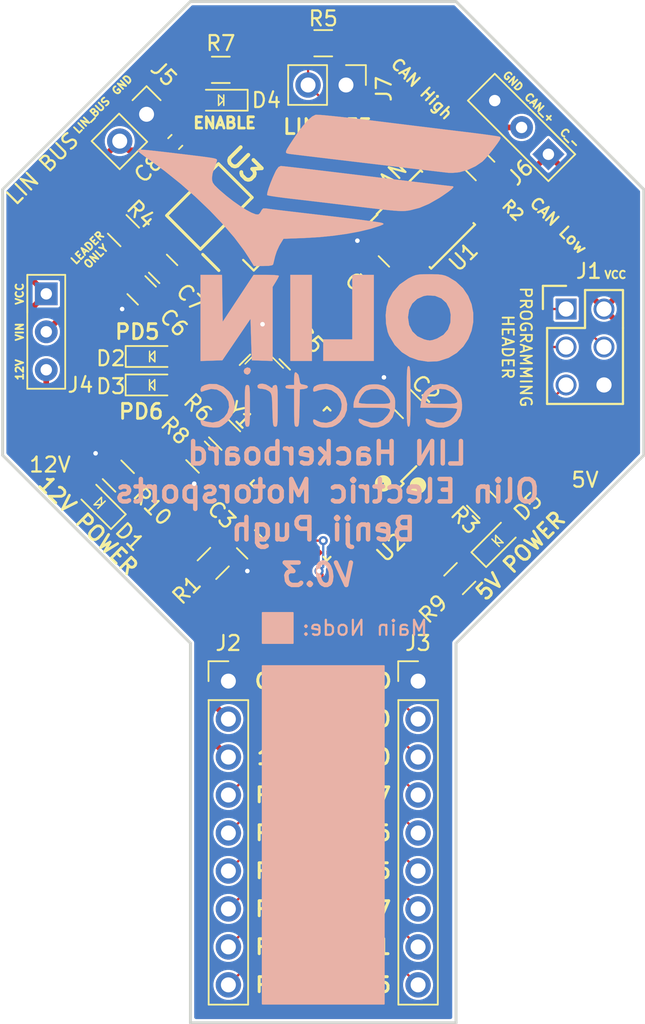
<source format=kicad_pcb>
(kicad_pcb (version 20171130) (host pcbnew 5.1.9)

  (general
    (thickness 1.6)
    (drawings 54)
    (tracks 313)
    (zones 0)
    (modules 40)
    (nets 45)
  )

  (page A4)
  (layers
    (0 F.Cu signal)
    (31 B.Cu signal hide)
    (32 B.Adhes user)
    (33 F.Adhes user)
    (34 B.Paste user)
    (35 F.Paste user hide)
    (36 B.SilkS user)
    (37 F.SilkS user)
    (38 B.Mask user)
    (39 F.Mask user hide)
    (40 Dwgs.User user)
    (41 Cmts.User user)
    (42 Eco1.User user)
    (43 Eco2.User user)
    (44 Edge.Cuts user)
    (45 Margin user)
    (46 B.CrtYd user)
    (47 F.CrtYd user)
    (48 B.Fab user)
    (49 F.Fab user hide)
  )

  (setup
    (last_trace_width 0.381)
    (user_trace_width 0.254)
    (user_trace_width 0.381)
    (trace_clearance 0.1524)
    (zone_clearance 0.1524)
    (zone_45_only no)
    (trace_min 0.1524)
    (via_size 0.6096)
    (via_drill 0.3048)
    (via_min_size 0.6096)
    (via_min_drill 0.3048)
    (user_via 0.6096 0.3048)
    (uvia_size 0.3)
    (uvia_drill 0.1)
    (uvias_allowed no)
    (uvia_min_size 0.2)
    (uvia_min_drill 0.1)
    (edge_width 0.2)
    (segment_width 0.2)
    (pcb_text_width 0.3)
    (pcb_text_size 1.5 1.5)
    (mod_edge_width 0.15)
    (mod_text_size 1 1)
    (mod_text_width 0.15)
    (pad_size 1.524 1.524)
    (pad_drill 0.762)
    (pad_to_mask_clearance 0.051)
    (solder_mask_min_width 0.25)
    (aux_axis_origin 0 0)
    (visible_elements FFFFFF7F)
    (pcbplotparams
      (layerselection 0x010fc_ffffffff)
      (usegerberextensions false)
      (usegerberattributes false)
      (usegerberadvancedattributes false)
      (creategerberjobfile false)
      (excludeedgelayer true)
      (linewidth 0.100000)
      (plotframeref false)
      (viasonmask false)
      (mode 1)
      (useauxorigin false)
      (hpglpennumber 1)
      (hpglpenspeed 20)
      (hpglpendiameter 15.000000)
      (psnegative false)
      (psa4output false)
      (plotreference true)
      (plotvalue true)
      (plotinvisibletext false)
      (padsonsilk false)
      (subtractmaskfromsilk false)
      (outputformat 1)
      (mirror false)
      (drillshape 0)
      (scaleselection 1)
      (outputdirectory "2_26_2019/"))
  )

  (net 0 "")
  (net 1 GND)
  (net 2 VCC)
  (net 3 "Net-(C3-Pad1)")
  (net 4 "Net-(C4-Pad1)")
  (net 5 "Net-(C5-Pad1)")
  (net 6 /VIN)
  (net 7 /LIN_BUS)
  (net 8 "Net-(D2-Pad1)")
  (net 9 /LEFT_DEBUG)
  (net 10 "Net-(D3-Pad1)")
  (net 11 /RIGHT_DEBUG)
  (net 12 "Net-(D4-Pad1)")
  (net 13 /ENABLE)
  (net 14 /RESET)
  (net 15 /MOSI)
  (net 16 /RXLIN)
  (net 17 /MISO)
  (net 18 /12V)
  (net 19 /CAN_+)
  (net 20 /CAN_-)
  (net 21 "Net-(U1-Pad5)")
  (net 22 /CAN_RX)
  (net 23 /CAN_TX)
  (net 24 "Net-(U2-Pad3)")
  (net 25 "Net-(U3-Pad3)")
  (net 26 "Net-(U3-Pad8)")
  (net 27 "Net-(D5-Pad1)")
  (net 28 "Net-(J7-Pad2)")
  (net 29 /PD1)
  (net 30 /PC0)
  (net 31 /PD0)
  (net 32 /PB7)
  (net 33 /PB6)
  (net 34 /PB5)
  (net 35 /PC7)
  (net 36 /PB4)
  (net 37 /PB3)
  (net 38 /PC6)
  (net 39 "Net-(U2-Pad21)")
  (net 40 /PC5)
  (net 41 /PC4)
  (net 42 /PB2)
  (net 43 /PD7)
  (net 44 "Net-(D1-Pad1)")

  (net_class Default "This is the default net class."
    (clearance 0.1524)
    (trace_width 0.1524)
    (via_dia 0.6096)
    (via_drill 0.3048)
    (uvia_dia 0.3)
    (uvia_drill 0.1)
    (add_net /12V)
    (add_net /CAN_+)
    (add_net /CAN_-)
    (add_net /CAN_RX)
    (add_net /CAN_TX)
    (add_net /ENABLE)
    (add_net /LEFT_DEBUG)
    (add_net /LIN_BUS)
    (add_net /MISO)
    (add_net /MOSI)
    (add_net /PB2)
    (add_net /PB3)
    (add_net /PB4)
    (add_net /PB5)
    (add_net /PB6)
    (add_net /PB7)
    (add_net /PC0)
    (add_net /PC4)
    (add_net /PC5)
    (add_net /PC6)
    (add_net /PC7)
    (add_net /PD0)
    (add_net /PD1)
    (add_net /PD7)
    (add_net /RESET)
    (add_net /RIGHT_DEBUG)
    (add_net /RXLIN)
    (add_net /VIN)
    (add_net GND)
    (add_net "Net-(C3-Pad1)")
    (add_net "Net-(C4-Pad1)")
    (add_net "Net-(C5-Pad1)")
    (add_net "Net-(D1-Pad1)")
    (add_net "Net-(D2-Pad1)")
    (add_net "Net-(D3-Pad1)")
    (add_net "Net-(D4-Pad1)")
    (add_net "Net-(D5-Pad1)")
    (add_net "Net-(J7-Pad2)")
    (add_net "Net-(U1-Pad5)")
    (add_net "Net-(U2-Pad21)")
    (add_net "Net-(U2-Pad3)")
    (add_net "Net-(U3-Pad3)")
    (add_net "Net-(U3-Pad8)")
    (add_net VCC)
  )

  (module footprints:Olin_Electric_Smaller (layer B.Cu) (tedit 5E136777) (tstamp 6070E3BB)
    (at 107.95 72.898 180)
    (fp_text reference G*** (at -15.494 2.032) (layer B.SilkS) hide
      (effects (font (size 1.524 1.524) (thickness 0.3)) (justify mirror))
    )
    (fp_text value LOGO (at -14.986 0) (layer B.SilkS) hide
      (effects (font (size 1.524 1.524) (thickness 0.3)) (justify mirror))
    )
    (fp_poly (pts (xy -7.65539 -7.637885) (xy -7.328373 -7.822337) (xy -7.072012 -8.048116) (xy -6.918317 -8.281431)
      (xy -6.830046 -8.588718) (xy -6.803007 -8.759586) (xy -6.750317 -9.144) (xy -7.989492 -9.144)
      (xy -8.535012 -9.149998) (xy -8.926752 -9.16774) (xy -9.159481 -9.196853) (xy -9.228666 -9.232871)
      (xy -9.166516 -9.447966) (xy -9.009448 -9.696866) (xy -8.801537 -9.916656) (xy -8.695389 -9.994095)
      (xy -8.302463 -10.137304) (xy -7.860219 -10.122001) (xy -7.471833 -9.992947) (xy -7.253723 -9.897496)
      (xy -7.148405 -9.872768) (xy -7.114818 -9.918751) (xy -7.112 -9.992855) (xy -7.19196 -10.181481)
      (xy -7.416125 -10.334224) (xy -7.760916 -10.438081) (xy -7.973275 -10.467815) (xy -8.308883 -10.476546)
      (xy -8.584891 -10.414245) (xy -8.804985 -10.314208) (xy -9.190647 -10.039567) (xy -9.434559 -9.681488)
      (xy -9.542887 -9.228381) (xy -9.546233 -8.921331) (xy -9.523755 -8.719297) (xy -9.237578 -8.719297)
      (xy -9.19004 -8.808409) (xy -9.036273 -8.859559) (xy -8.757223 -8.8832) (xy -8.333834 -8.889787)
      (xy -8.170333 -8.89) (xy -7.691319 -8.88319) (xy -7.348351 -8.863429) (xy -7.153609 -8.831722)
      (xy -7.112 -8.802614) (xy -7.142475 -8.671711) (xy -7.217327 -8.463826) (xy -7.23233 -8.427237)
      (xy -7.43555 -8.135912) (xy -7.73073 -7.952359) (xy -8.078491 -7.877463) (xy -8.439453 -7.912114)
      (xy -8.774239 -8.057198) (xy -9.04347 -8.313602) (xy -9.090191 -8.385373) (xy -9.197944 -8.581769)
      (xy -9.237578 -8.719297) (xy -9.523755 -8.719297) (xy -9.506559 -8.564753) (xy -9.418768 -8.303493)
      (xy -9.29358 -8.107745) (xy -8.950921 -7.7848) (xy -8.539157 -7.595281) (xy -8.095057 -7.54453)
      (xy -7.65539 -7.637885)) (layer B.SilkS) (width 0.01))
    (fp_poly (pts (xy -3.354579 -7.594296) (xy -3.108968 -7.65581) (xy -2.891797 -7.779654) (xy -2.889967 -7.780957)
      (xy -2.630783 -8.043405) (xy -2.422 -8.395063) (xy -2.302317 -8.763291) (xy -2.287859 -8.911167)
      (xy -2.286 -9.144) (xy -3.513666 -9.144) (xy -4.023329 -9.146007) (xy -4.38166 -9.158006)
      (xy -4.606657 -9.188963) (xy -4.716319 -9.247843) (xy -4.728643 -9.343613) (xy -4.661628 -9.485239)
      (xy -4.548292 -9.659413) (xy -4.248836 -9.974073) (xy -3.882318 -10.135053) (xy -3.456069 -10.14079)
      (xy -2.9845 -9.992947) (xy -2.766314 -9.897339) (xy -2.661022 -9.872745) (xy -2.627484 -9.919851)
      (xy -2.624666 -9.998946) (xy -2.694978 -10.150985) (xy -2.915912 -10.298995) (xy -2.9845 -10.331614)
      (xy -3.467106 -10.475552) (xy -3.936352 -10.455125) (xy -4.284043 -10.33734) (xy -4.655277 -10.101008)
      (xy -4.901309 -9.775976) (xy -5.034947 -9.341303) (xy -5.064479 -9.061228) (xy -5.071734 -8.741834)
      (xy -4.740775 -8.741834) (xy -4.725822 -8.803652) (xy -4.662402 -8.845553) (xy -4.523496 -8.871322)
      (xy -4.282089 -8.884743) (xy -3.911163 -8.889599) (xy -3.683 -8.89) (xy -3.175 -8.88297)
      (xy -2.833066 -8.861722) (xy -2.654509 -8.82602) (xy -2.624666 -8.796962) (xy -2.68336 -8.571617)
      (xy -2.828886 -8.312182) (xy -3.015409 -8.089799) (xy -3.139879 -7.997271) (xy -3.459776 -7.899877)
      (xy -3.825098 -7.886204) (xy -4.150818 -7.956941) (xy -4.217267 -7.988542) (xy -4.419898 -8.154977)
      (xy -4.603076 -8.391436) (xy -4.720711 -8.631597) (xy -4.740775 -8.741834) (xy -5.071734 -8.741834)
      (xy -5.071937 -8.732918) (xy -5.041905 -8.507804) (xy -4.961555 -8.321555) (xy -4.896825 -8.220452)
      (xy -4.618347 -7.880725) (xy -4.322214 -7.679597) (xy -3.957325 -7.58967) (xy -3.697958 -7.577667)
      (xy -3.354579 -7.594296)) (layer B.SilkS) (width 0.01))
    (fp_poly (pts (xy -0.032786 -7.573841) (xy 0.156699 -7.628283) (xy 0.358016 -7.739063) (xy 0.423046 -7.899169)
      (xy 0.423334 -7.914123) (xy 0.415294 -8.029424) (xy 0.362438 -8.066616) (xy 0.221659 -8.033245)
      (xy 0.062576 -7.977287) (xy -0.386575 -7.890228) (xy -0.792094 -7.965251) (xy -1.147292 -8.200991)
      (xy -1.176608 -8.230091) (xy -1.404667 -8.562005) (xy -1.492015 -8.917692) (xy -1.457021 -9.271531)
      (xy -1.31805 -9.5979) (xy -1.093472 -9.871178) (xy -0.801653 -10.065744) (xy -0.460961 -10.155978)
      (xy -0.089764 -10.116257) (xy 0.115511 -10.032479) (xy 0.310847 -9.935485) (xy 0.398882 -9.923461)
      (xy 0.422399 -10.002964) (xy 0.423334 -10.079654) (xy 0.346684 -10.251728) (xy 0.142606 -10.381706)
      (xy -0.150089 -10.459733) (xy -0.492593 -10.475948) (xy -0.846096 -10.420496) (xy -0.880167 -10.410746)
      (xy -1.105866 -10.302562) (xy -1.342788 -10.131755) (xy -1.377428 -10.100524) (xy -1.677614 -9.722429)
      (xy -1.831609 -9.314214) (xy -1.853896 -8.899219) (xy -1.758958 -8.500783) (xy -1.561278 -8.142244)
      (xy -1.275337 -7.846941) (xy -0.91562 -7.638214) (xy -0.496609 -7.539401) (xy -0.032786 -7.573841)) (layer B.SilkS) (width 0.01))
    (fp_poly (pts (xy 7.692033 -7.628283) (xy 7.891415 -7.736674) (xy 7.9579 -7.894502) (xy 7.958667 -7.920296)
      (xy 7.949034 -8.046191) (xy 7.889431 -8.077156) (xy 7.733798 -8.025172) (xy 7.665053 -7.99668)
      (xy 7.245848 -7.885017) (xy 6.870239 -7.92802) (xy 6.595354 -8.065617) (xy 6.270009 -8.367614)
      (xy 6.087085 -8.726338) (xy 6.050395 -9.110739) (xy 6.163755 -9.489768) (xy 6.383867 -9.787467)
      (xy 6.746375 -10.044192) (xy 7.150189 -10.13855) (xy 7.58029 -10.067362) (xy 7.625893 -10.050339)
      (xy 7.834691 -9.974116) (xy 7.930874 -9.966897) (xy 7.957676 -10.031468) (xy 7.958667 -10.071778)
      (xy 7.897454 -10.25582) (xy 7.840631 -10.321894) (xy 7.678003 -10.389084) (xy 7.410288 -10.43879)
      (xy 7.101392 -10.464266) (xy 6.81522 -10.458764) (xy 6.700493 -10.44226) (xy 6.533848 -10.360775)
      (xy 6.310024 -10.194092) (xy 6.135489 -10.034612) (xy 5.832975 -9.629105) (xy 5.686248 -9.189186)
      (xy 5.696526 -8.739756) (xy 5.865026 -8.305711) (xy 6.039286 -8.066766) (xy 6.430903 -7.736743)
      (xy 6.879669 -7.562484) (xy 7.36643 -7.549072) (xy 7.692033 -7.628283)) (layer B.SilkS) (width 0.01))
    (fp_poly (pts (xy -5.928598 -6.369442) (xy -5.897594 -6.44041) (xy -5.874802 -6.581868) (xy -5.859036 -6.812781)
      (xy -5.849112 -7.152114) (xy -5.843844 -7.618831) (xy -5.842047 -8.231896) (xy -5.842 -8.382)
      (xy -5.843215 -9.028426) (xy -5.84765 -9.524494) (xy -5.856492 -9.889171) (xy -5.870924 -10.14142)
      (xy -5.892132 -10.300205) (xy -5.921302 -10.384491) (xy -5.959618 -10.413243) (xy -5.969 -10.414)
      (xy -6.009401 -10.394559) (xy -6.040406 -10.323591) (xy -6.063198 -10.182132) (xy -6.078964 -9.951219)
      (xy -6.088888 -9.611886) (xy -6.094156 -9.145169) (xy -6.095953 -8.532104) (xy -6.096 -8.382)
      (xy -6.094785 -7.735575) (xy -6.090349 -7.239506) (xy -6.081508 -6.874829) (xy -6.067076 -6.622581)
      (xy -6.045868 -6.463795) (xy -6.016698 -6.379509) (xy -5.978381 -6.350757) (xy -5.969 -6.35)
      (xy -5.928598 -6.369442)) (layer B.SilkS) (width 0.01))
    (fp_poly (pts (xy 1.666053 -6.85002) (xy 1.689045 -7.044204) (xy 1.693334 -7.196667) (xy 1.693334 -7.62)
      (xy 1.989667 -7.62) (xy 2.20884 -7.64754) (xy 2.285464 -7.735434) (xy 2.286 -7.747)
      (xy 2.221741 -7.840932) (xy 2.016656 -7.873771) (xy 1.989667 -7.874) (xy 1.693334 -7.874)
      (xy 1.693334 -9.144) (xy 1.692178 -9.632233) (xy 1.686507 -9.97627) (xy 1.673014 -10.201247)
      (xy 1.648393 -10.332297) (xy 1.609337 -10.394554) (xy 1.552541 -10.413152) (xy 1.526264 -10.414)
      (xy 1.461368 -10.404438) (xy 1.415065 -10.358878) (xy 1.383492 -10.252014) (xy 1.362789 -10.058539)
      (xy 1.349096 -9.753143) (xy 1.338553 -9.310521) (xy 1.335764 -9.165167) (xy 1.312334 -7.916334)
      (xy 1.037167 -7.889802) (xy 0.837378 -7.838086) (xy 0.762 -7.747) (xy 0.838804 -7.655174)
      (xy 1.037167 -7.604198) (xy 1.215903 -7.571408) (xy 1.300737 -7.484198) (xy 1.335534 -7.289797)
      (xy 1.339807 -7.240099) (xy 1.406354 -6.939454) (xy 1.544895 -6.791543) (xy 1.629834 -6.77463)
      (xy 1.666053 -6.85002)) (layer B.SilkS) (width 0.01))
    (fp_poly (pts (xy 4.021334 -7.552902) (xy 4.136993 -7.646569) (xy 4.148667 -7.704667) (xy 4.114226 -7.822851)
      (xy 3.981007 -7.869356) (xy 3.861713 -7.874) (xy 3.59729 -7.922505) (xy 3.37488 -8.03566)
      (xy 3.292923 -8.111694) (xy 3.235916 -8.204835) (xy 3.198261 -8.346293) (xy 3.17436 -8.567279)
      (xy 3.158616 -8.899002) (xy 3.147105 -9.30566) (xy 3.134005 -9.757693) (xy 3.118433 -10.067139)
      (xy 3.095793 -10.260731) (xy 3.061492 -10.365203) (xy 3.010933 -10.407287) (xy 2.956605 -10.414)
      (xy 2.896547 -10.404864) (xy 2.853412 -10.361496) (xy 2.824413 -10.259958) (xy 2.806764 -10.076311)
      (xy 2.79768 -9.786616) (xy 2.794372 -9.366934) (xy 2.794 -9.017) (xy 2.794936 -8.501458)
      (xy 2.799683 -8.131248) (xy 2.811151 -7.882369) (xy 2.832248 -7.730822) (xy 2.865883 -7.652607)
      (xy 2.914966 -7.623725) (xy 2.963334 -7.62) (xy 3.103389 -7.675648) (xy 3.132667 -7.753145)
      (xy 3.15438 -7.826559) (xy 3.242272 -7.794713) (xy 3.355752 -7.710812) (xy 3.58269 -7.585396)
      (xy 3.820559 -7.532635) (xy 4.021334 -7.552902)) (layer B.SilkS) (width 0.01))
    (fp_poly (pts (xy 4.88849 -7.627722) (xy 4.933364 -7.666886) (xy 4.963531 -7.761493) (xy 4.981901 -7.935542)
      (xy 4.991381 -8.213032) (xy 4.994882 -8.617965) (xy 4.995334 -9.017) (xy 4.994398 -9.532542)
      (xy 4.98965 -9.902752) (xy 4.978183 -10.151631) (xy 4.957086 -10.303178) (xy 4.923451 -10.381393)
      (xy 4.874368 -10.410276) (xy 4.826 -10.414) (xy 4.76351 -10.406279) (xy 4.718636 -10.367114)
      (xy 4.688469 -10.272508) (xy 4.6701 -10.098459) (xy 4.660619 -9.820968) (xy 4.657118 -9.416036)
      (xy 4.656667 -9.017) (xy 4.657603 -8.501458) (xy 4.66235 -8.131248) (xy 4.673817 -7.882369)
      (xy 4.694914 -7.730822) (xy 4.72855 -7.652607) (xy 4.777632 -7.623725) (xy 4.826 -7.62)
      (xy 4.88849 -7.627722)) (layer B.SilkS) (width 0.01))
    (fp_poly (pts (xy 4.845923 -6.449895) (xy 5.003724 -6.533508) (xy 5.071008 -6.68324) (xy 5.025571 -6.831164)
      (xy 4.982497 -6.867725) (xy 4.826488 -6.935292) (xy 4.70666 -6.872047) (xy 4.657562 -6.816745)
      (xy 4.588586 -6.640594) (xy 4.652113 -6.498673) (xy 4.819285 -6.447188) (xy 4.845923 -6.449895)) (layer B.SilkS) (width 0.01))
    (fp_poly (pts (xy -6.960063 -0.21466) (xy -6.673182 -0.230476) (xy -6.455101 -0.269365) (xy -6.255562 -0.34158)
      (xy -6.024307 -0.457374) (xy -5.940736 -0.502413) (xy -5.36975 -0.899989) (xy -4.919813 -1.411888)
      (xy -4.639642 -1.911745) (xy -4.493925 -2.389427) (xy -4.434425 -2.949863) (xy -4.460371 -3.530525)
      (xy -4.570992 -4.068884) (xy -4.669442 -4.328161) (xy -5.039043 -4.9422) (xy -5.516138 -5.426284)
      (xy -6.041611 -5.754557) (xy -6.618422 -5.960314) (xy -7.246886 -6.058583) (xy -7.856092 -6.040089)
      (xy -8.014229 -6.012583) (xy -8.654203 -5.801392) (xy -9.193528 -5.473217) (xy -9.629866 -5.048944)
      (xy -9.960877 -4.549464) (xy -10.184224 -3.995663) (xy -10.297566 -3.408431) (xy -10.298383 -2.917619)
      (xy -8.787405 -2.917619) (xy -8.764922 -3.459634) (xy -8.603034 -3.910361) (xy -8.30573 -4.263145)
      (xy -7.876997 -4.511326) (xy -7.820045 -4.532646) (xy -7.568687 -4.616687) (xy -7.393716 -4.645216)
      (xy -7.212843 -4.62185) (xy -7.008796 -4.568274) (xy -6.559802 -4.3629) (xy -6.220161 -4.037025)
      (xy -6.004317 -3.610384) (xy -5.926711 -3.102711) (xy -5.926666 -3.08968) (xy -6.000876 -2.592679)
      (xy -6.211428 -2.177316) (xy -6.540209 -1.863764) (xy -6.969106 -1.672197) (xy -7.240727 -1.626172)
      (xy -7.742384 -1.658107) (xy -8.167565 -1.831785) (xy -8.497199 -2.131281) (xy -8.712212 -2.54067)
      (xy -8.787405 -2.917619) (xy -10.298383 -2.917619) (xy -10.298565 -2.808655) (xy -10.184881 -2.217224)
      (xy -9.954177 -1.655026) (xy -9.604113 -1.142949) (xy -9.132351 -0.701881) (xy -8.642398 -0.40257)
      (xy -8.432827 -0.31233) (xy -8.215859 -0.255285) (xy -7.944408 -0.224393) (xy -7.571386 -0.212611)
      (xy -7.366 -0.211667) (xy -6.960063 -0.21466)) (layer B.SilkS) (width 0.01))
    (fp_poly (pts (xy -2.201333 -4.572) (xy -0.254 -4.572) (xy -0.254 -6.011334) (xy -3.640666 -6.011334)
      (xy -3.640666 -0.254) (xy -2.201333 -0.254) (xy -2.201333 -4.572)) (layer B.SilkS) (width 0.01))
    (fp_poly (pts (xy 1.947334 -6.011334) (xy 0.508 -6.011334) (xy 0.508 -0.254) (xy 1.947334 -0.254)
      (xy 1.947334 -6.011334)) (layer B.SilkS) (width 0.01))
    (fp_poly (pts (xy 5.442427 -1.822201) (xy 6.477 -3.390401) (xy 6.500035 -1.822201) (xy 6.52307 -0.254)
      (xy 7.958667 -0.254) (xy 7.958667 -6.017926) (xy 6.498667 -5.969) (xy 5.5565 -4.58273)
      (xy 4.614334 -3.196459) (xy 4.572 -4.58273) (xy 4.529667 -5.969) (xy 3.132667 -6.018182)
      (xy 3.131799 -1.058334) (xy 2.923209 -0.719667) (xy 2.798838 -0.506094) (xy 2.722777 -0.353107)
      (xy 2.711976 -0.3175) (xy 2.789507 -0.29089) (xy 3.000714 -0.269765) (xy 3.309962 -0.256796)
      (xy 3.558594 -0.254) (xy 4.407854 -0.254) (xy 5.442427 -1.822201)) (layer B.SilkS) (width 0.01))
    (fp_poly (pts (xy 12.086703 8.117149) (xy 12.163072 8.100858) (xy 12.187506 8.071607) (xy 12.187633 8.0645)
      (xy 12.120457 7.992928) (xy 11.942312 7.849277) (xy 11.68251 7.65631) (xy 11.451822 7.493)
      (xy 10.362785 6.697026) (xy 9.299405 5.843378) (xy 8.281046 4.951115) (xy 7.327073 4.039298)
      (xy 6.456849 3.126988) (xy 5.689739 2.233245) (xy 5.045104 1.377129) (xy 4.697915 0.84488)
      (xy 4.390406 0.338666) (xy 3.758879 0.338666) (xy 3.38472 0.351162) (xy 3.167783 0.389753)
      (xy 3.099231 0.4445) (xy 3.064511 0.584141) (xy 3.007296 0.822335) (xy 2.971489 0.973666)
      (xy 2.860991 1.314294) (xy 2.70191 1.666496) (xy 2.639083 1.778) (xy 2.406297 2.159)
      (xy 0.970315 2.212665) (xy 0.014967 2.269034) (xy -0.934533 2.363818) (xy -1.846398 2.491781)
      (xy -2.68884 2.647685) (xy -3.430074 2.826294) (xy -4.038311 3.022371) (xy -4.106333 3.049022)
      (xy -4.268988 3.122478) (xy -4.28738 3.170804) (xy -4.191 3.219487) (xy -4.067155 3.245986)
      (xy -3.796977 3.288478) (xy -3.402405 3.34402) (xy -2.905378 3.409669) (xy -2.327835 3.482483)
      (xy -1.691714 3.55952) (xy -1.397 3.59422) (xy -0.370197 3.714115) (xy 0.501776 3.816093)
      (xy 1.23229 3.901756) (xy 1.834722 3.972706) (xy 2.322443 4.030545) (xy 2.708827 4.076876)
      (xy 3.007249 4.113301) (xy 3.231081 4.141422) (xy 3.393698 4.162841) (xy 3.508472 4.17916)
      (xy 3.579862 4.190464) (xy 3.767907 4.189381) (xy 3.871325 4.078244) (xy 3.890876 4.031636)
      (xy 3.995196 3.859906) (xy 4.089245 3.78594) (xy 4.266407 3.794923) (xy 4.545877 3.902742)
      (xy 4.904479 4.094532) (xy 5.319039 4.355427) (xy 5.766381 4.670562) (xy 6.223331 5.025073)
      (xy 6.666714 5.404093) (xy 6.7945 5.521178) (xy 7.019561 5.74507) (xy 7.141153 5.917159)
      (xy 7.189066 6.090117) (xy 7.194807 6.228917) (xy 7.156494 6.519168) (xy 7.063045 6.839574)
      (xy 7.025474 6.930746) (xy 6.925777 7.17228) (xy 6.865823 7.359641) (xy 6.858 7.410137)
      (xy 6.862591 7.447599) (xy 6.887671 7.480089) (xy 6.950198 7.510468) (xy 7.067132 7.541596)
      (xy 7.255433 7.576334) (xy 7.53206 7.61754) (xy 7.913973 7.668077) (xy 8.418131 7.730804)
      (xy 9.061494 7.808581) (xy 9.609667 7.874218) (xy 10.345718 7.961381) (xy 10.930384 8.028243)
      (xy 11.380241 8.076027) (xy 11.711863 8.105957) (xy 11.941825 8.119257) (xy 12.086703 8.117149)) (layer B.SilkS) (width 0.01))
    (fp_poly (pts (xy 2.739401 6.959198) (xy 2.894059 6.744541) (xy 2.953477 6.62963) (xy 3.124353 6.256006)
      (xy 3.276784 5.882979) (xy 3.398887 5.544689) (xy 3.478779 5.275273) (xy 3.504578 5.108868)
      (xy 3.494374 5.075711) (xy 3.393175 5.04783) (xy 3.151222 5.005811) (xy 2.796113 4.953704)
      (xy 2.355448 4.895564) (xy 1.862667 4.836116) (xy 1.228197 4.762444) (xy 0.521985 4.679697)
      (xy -0.187194 4.595979) (xy -0.830566 4.519393) (xy -1.100666 4.48696) (xy -2.070197 4.370255)
      (xy -2.887052 4.272662) (xy -3.566656 4.19289) (xy -4.124431 4.129649) (xy -4.575803 4.081648)
      (xy -4.936195 4.047596) (xy -5.221032 4.026201) (xy -5.445736 4.016173) (xy -5.625733 4.016222)
      (xy -5.776446 4.025055) (xy -5.913299 4.041383) (xy -6.051716 4.063913) (xy -6.085098 4.069785)
      (xy -6.70091 4.228851) (xy -7.334275 4.497107) (xy -8.017388 4.888964) (xy -8.238539 5.033923)
      (xy -8.62401 5.302316) (xy -8.866519 5.494106) (xy -8.971397 5.614438) (xy -8.943978 5.668456)
      (xy -8.900679 5.672666) (xy -8.801801 5.682453) (xy -8.554909 5.710241) (xy -8.180093 5.753674)
      (xy -7.697445 5.810394) (xy -7.127055 5.878044) (xy -6.489013 5.954266) (xy -6.000845 6.01291)
      (xy -5.143673 6.116121) (xy -4.176999 6.232524) (xy -3.156917 6.355363) (xy -2.139518 6.477884)
      (xy -1.180895 6.593333) (xy -0.376244 6.690243) (xy 0.299845 6.771079) (xy 0.927257 6.844957)
      (xy 1.484894 6.909483) (xy 1.95166 6.96226) (xy 2.306457 7.000891) (xy 2.528187 7.02298)
      (xy 2.591385 7.027333) (xy 2.739401 6.959198)) (layer B.SilkS) (width 0.01))
    (fp_poly (pts (xy 0.262783 10.454404) (xy 0.490539 10.337791) (xy 0.778948 10.081867) (xy 1.115686 9.700123)
      (xy 1.488428 9.206051) (xy 1.740509 8.836638) (xy 1.989271 8.456357) (xy 2.151236 8.19369)
      (xy 2.232978 8.024987) (xy 2.241072 7.926598) (xy 2.182093 7.874873) (xy 2.062615 7.846162)
      (xy 2.01791 7.838816) (xy 1.898519 7.823105) (xy 1.628748 7.789722) (xy 1.226393 7.740779)
      (xy 0.709246 7.678389) (xy 0.095102 7.604665) (xy -0.598244 7.521718) (xy -1.352999 7.431661)
      (xy -2.151368 7.336606) (xy -2.975557 7.238666) (xy -3.807772 7.139953) (xy -4.630219 7.04258)
      (xy -5.425103 6.948659) (xy -6.174631 6.860302) (xy -6.861008 6.779621) (xy -7.466439 6.70873)
      (xy -7.973132 6.64974) (xy -8.363291 6.604764) (xy -8.619122 6.575915) (xy -8.636 6.574067)
      (xy -8.898338 6.569201) (xy -9.225392 6.593717) (xy -9.378845 6.614806) (xy -9.913663 6.762587)
      (xy -10.4548 7.015253) (xy -10.908178 7.325029) (xy -11.074512 7.490097) (xy -11.302848 7.749627)
      (xy -11.556253 8.060656) (xy -11.691741 8.236529) (xy -11.923909 8.550037) (xy -12.062797 8.756691)
      (xy -12.120709 8.88202) (xy -12.109948 8.951558) (xy -12.053327 8.986919) (xy -11.929129 9.013221)
      (xy -11.660875 9.055605) (xy -11.272727 9.110742) (xy -10.788848 9.175306) (xy -10.233398 9.245968)
      (xy -9.694333 9.311782) (xy -9.114585 9.381593) (xy -8.399683 9.468324) (xy -7.58251 9.56795)
      (xy -6.695945 9.676444) (xy -5.77287 9.789782) (xy -4.846163 9.903937) (xy -3.948706 10.014885)
      (xy -3.735477 10.041312) (xy -2.948567 10.137084) (xy -2.206873 10.223875) (xy -1.528666 10.299799)
      (xy -0.932218 10.362967) (xy -0.4358 10.411491) (xy -0.057684 10.443485) (xy 0.183858 10.457059)
      (xy 0.262783 10.454404)) (layer B.SilkS) (width 0.01))
  )

  (module footprints:R_0805_OEM (layer F.Cu) (tedit 5C3D844D) (tstamp 6070D431)
    (at 94.488 86.614 135)
    (descr "Resistor SMD 0805, reflow soldering, Vishay (see dcrcw.pdf)")
    (tags "resistor 0805")
    (path /60713089)
    (attr smd)
    (fp_text reference R10 (at -3.053287 0.179605 135) (layer F.SilkS)
      (effects (font (size 1 1) (thickness 0.15)))
    )
    (fp_text value R_2.2K (at 0 1.75 135) (layer F.Fab) hide
      (effects (font (size 1 1) (thickness 0.15)))
    )
    (fp_line (start -1 0.62) (end -1 -0.62) (layer F.Fab) (width 0.1))
    (fp_line (start 1 0.62) (end -1 0.62) (layer F.Fab) (width 0.1))
    (fp_line (start 1 -0.62) (end 1 0.62) (layer F.Fab) (width 0.1))
    (fp_line (start -1 -0.62) (end 1 -0.62) (layer F.Fab) (width 0.1))
    (fp_line (start 0.6 0.88) (end -0.6 0.88) (layer F.SilkS) (width 0.12))
    (fp_line (start -0.6 -0.88) (end 0.6 -0.88) (layer F.SilkS) (width 0.12))
    (fp_line (start -1.55 -0.9) (end 1.55 -0.9) (layer F.CrtYd) (width 0.05))
    (fp_line (start -1.55 -0.9) (end -1.55 0.9) (layer F.CrtYd) (width 0.05))
    (fp_line (start 1.55 0.9) (end 1.55 -0.9) (layer F.CrtYd) (width 0.05))
    (fp_line (start 1.55 0.9) (end -1.55 0.9) (layer F.CrtYd) (width 0.05))
    (pad 2 smd rect (at 0.95 0 135) (size 0.7 1.3) (layers F.Cu F.Paste F.Mask)
      (net 1 GND))
    (pad 1 smd rect (at -0.95 0 135) (size 0.7 1.3) (layers F.Cu F.Paste F.Mask)
      (net 44 "Net-(D1-Pad1)"))
    (model ${LOCAL_DIR}/OEM_Preferred_Parts/3DModels/R_0805_OEM/res0805.step
      (at (xyz 0 0 0))
      (scale (xyz 1 1 1))
      (rotate (xyz 0 0 0))
    )
    (model ${LOCAL_DIR}/OEM_Preferred_Parts/3DModels/R_0805_OEM/res0805.step
      (at (xyz 0 0 0))
      (scale (xyz 1 1 1))
      (rotate (xyz 0 0 0))
    )
  )

  (module footprints:LED_0805_OEM (layer F.Cu) (tedit 5C3D84D8) (tstamp 6070D146)
    (at 93.218 88.392 135)
    (descr "LED 0805 smd package")
    (tags "LED led 0805 SMD smd SMT smt smdled SMDLED smtled SMTLED")
    (path /6072AB92)
    (attr smd)
    (fp_text reference D1 (at -3.053287 -0.179605 135) (layer F.SilkS)
      (effects (font (size 1 1) (thickness 0.15)))
    )
    (fp_text value LED_0805_Amber (at 0.508 2.032 135) (layer F.Fab) hide
      (effects (font (size 1 1) (thickness 0.15)))
    )
    (fp_line (start -0.2 0.35) (end -0.2 0) (layer F.SilkS) (width 0.1))
    (fp_line (start -0.2 0) (end -0.2 -0.35) (layer F.SilkS) (width 0.1))
    (fp_line (start 0.15 0.35) (end -0.2 0) (layer F.SilkS) (width 0.1))
    (fp_line (start 0.15 0.3) (end 0.15 0.35) (layer F.SilkS) (width 0.1))
    (fp_line (start 0.15 0.35) (end 0.15 0.3) (layer F.SilkS) (width 0.1))
    (fp_line (start 0.15 -0.35) (end 0.15 0.3) (layer F.SilkS) (width 0.1))
    (fp_line (start 0.1 -0.3) (end 0.15 -0.35) (layer F.SilkS) (width 0.1))
    (fp_line (start -0.2 0) (end 0.1 -0.3) (layer F.SilkS) (width 0.1))
    (fp_line (start -1.8 -0.7) (end -1.8 0.7) (layer F.SilkS) (width 0.12))
    (fp_line (start 1 0.6) (end -1 0.6) (layer F.Fab) (width 0.1))
    (fp_line (start 1 -0.6) (end 1 0.6) (layer F.Fab) (width 0.1))
    (fp_line (start -1 -0.6) (end 1 -0.6) (layer F.Fab) (width 0.1))
    (fp_line (start -1 0.6) (end -1 -0.6) (layer F.Fab) (width 0.1))
    (fp_line (start -1.8 0.7) (end 1 0.7) (layer F.SilkS) (width 0.12))
    (fp_line (start -1.8 -0.7) (end 1 -0.7) (layer F.SilkS) (width 0.12))
    (fp_line (start 1.95 -0.85) (end 1.95 0.85) (layer F.CrtYd) (width 0.05))
    (fp_line (start 1.95 0.85) (end -1.95 0.85) (layer F.CrtYd) (width 0.05))
    (fp_line (start -1.95 0.85) (end -1.95 -0.85) (layer F.CrtYd) (width 0.05))
    (fp_line (start -1.95 -0.85) (end 1.95 -0.85) (layer F.CrtYd) (width 0.05))
    (pad 1 smd rect (at -1.1 0 315) (size 1.2 1.2) (layers F.Cu F.Paste F.Mask)
      (net 44 "Net-(D1-Pad1)"))
    (pad 2 smd rect (at 1.1 0 315) (size 1.2 1.2) (layers F.Cu F.Paste F.Mask)
      (net 18 /12V))
    (model "${LOCAL_DIR}/OEM_Preferred_Parts/3DModels/LED_0805/LED 0805 Base GREEN001_sp.wrl"
      (at (xyz 0 0 0))
      (scale (xyz 1 1 1))
      (rotate (xyz 0 0 180))
    )
    (model "${LOCAL_DIR}/OEM_Preferred_Parts/3DModels/LED_0805/LED 0805 Base GREEN001_sp.step"
      (at (xyz 0 0 0))
      (scale (xyz 1 1 1))
      (rotate (xyz 0 0 0))
    )
  )

  (module footprints:PinHeader_1x9_P2.54mm_Vertical (layer F.Cu) (tedit 60637EA2) (tstamp 604BC2C3)
    (at 114.554 100.33)
    (path /60655A24)
    (fp_text reference J3 (at 0 -2.54) (layer F.SilkS)
      (effects (font (size 1 1) (thickness 0.15)))
    )
    (fp_text value Conn_01x09 (at 0.0508 23.4188) (layer F.Fab)
      (effects (font (size 1 1) (thickness 0.15)))
    )
    (fp_line (start -1.8 22.2504) (end -1.8 -1.8) (layer F.CrtYd) (width 0.05))
    (fp_line (start 1.8 22.2504) (end 1.8 -1.8) (layer F.CrtYd) (width 0.05))
    (fp_line (start -0.635 -1.27) (end 1.27 -1.27) (layer F.Fab) (width 0.1))
    (fp_line (start 1.8 -1.8) (end -1.8 -1.8) (layer F.CrtYd) (width 0.05))
    (fp_line (start -1.33 0) (end -1.33 -1.33) (layer F.SilkS) (width 0.12))
    (fp_line (start -1.3208 1.27) (end -1.3208 21.6408) (layer F.SilkS) (width 0.12))
    (fp_line (start -1.33 1.27) (end 1.33 1.27) (layer F.SilkS) (width 0.12))
    (fp_line (start -1.3208 21.6408) (end 1.3208 21.6408) (layer F.SilkS) (width 0.12))
    (fp_line (start -1.33 -1.33) (end 0 -1.33) (layer F.SilkS) (width 0.12))
    (fp_line (start -1.8 22.2504) (end 1.8 22.2504) (layer F.CrtYd) (width 0.05))
    (fp_line (start -1.27 -0.635) (end -0.635 -1.27) (layer F.Fab) (width 0.1))
    (fp_line (start 1.27 -1.27) (end 1.27 21.59) (layer F.Fab) (width 0.1))
    (fp_line (start 1.27 21.59) (end -1.27 21.59) (layer F.Fab) (width 0.1))
    (fp_line (start -1.27 21.59) (end -1.27 -0.635) (layer F.Fab) (width 0.1))
    (fp_line (start 1.33 1.27) (end 1.3208 21.6408) (layer F.SilkS) (width 0.12))
    (fp_text user %R (at 0 11.43 90) (layer F.Fab)
      (effects (font (size 1 1) (thickness 0.15)))
    )
    (pad 8 thru_hole oval (at 0 17.78) (size 1.7 1.7) (drill 1) (layers *.Cu *.Mask)
      (net 29 /PD1))
    (pad 7 thru_hole oval (at 0 15.24) (size 1.7 1.7) (drill 1) (layers *.Cu *.Mask)
      (net 35 /PC7))
    (pad 2 thru_hole oval (at 0 2.54) (size 1.7 1.7) (drill 1) (layers *.Cu *.Mask)
      (net 30 /PC0))
    (pad 6 thru_hole oval (at 0 12.7) (size 1.7 1.7) (drill 1) (layers *.Cu *.Mask)
      (net 34 /PB5))
    (pad 1 thru_hole rect (at 0 0) (size 1.7 1.7) (drill 1) (layers *.Cu *.Mask)
      (net 1 GND))
    (pad 9 thru_hole oval (at 0 20.32) (size 1.7 1.7) (drill 1) (layers *.Cu *.Mask)
      (net 40 /PC5))
    (pad 4 thru_hole oval (at 0 7.62) (size 1.7 1.7) (drill 1) (layers *.Cu *.Mask)
      (net 32 /PB7))
    (pad 5 thru_hole oval (at 0 10.16) (size 1.7 1.7) (drill 1) (layers *.Cu *.Mask)
      (net 33 /PB6))
    (pad 3 thru_hole oval (at 0 5.08) (size 1.7 1.7) (drill 1) (layers *.Cu *.Mask)
      (net 31 /PD0))
  )

  (module footprints:PinHeader_1x9_P2.54mm_Vertical (layer F.Cu) (tedit 60637EA2) (tstamp 604BC2A4)
    (at 101.854 100.33)
    (path /6064A828)
    (fp_text reference J2 (at 0 -2.54) (layer F.SilkS)
      (effects (font (size 1 1) (thickness 0.15)))
    )
    (fp_text value Conn_01x09 (at 0.0508 23.4188) (layer F.Fab)
      (effects (font (size 1 1) (thickness 0.15)))
    )
    (fp_line (start -1.8 22.2504) (end -1.8 -1.8) (layer F.CrtYd) (width 0.05))
    (fp_line (start 1.8 22.2504) (end 1.8 -1.8) (layer F.CrtYd) (width 0.05))
    (fp_line (start -0.635 -1.27) (end 1.27 -1.27) (layer F.Fab) (width 0.1))
    (fp_line (start 1.8 -1.8) (end -1.8 -1.8) (layer F.CrtYd) (width 0.05))
    (fp_line (start -1.33 0) (end -1.33 -1.33) (layer F.SilkS) (width 0.12))
    (fp_line (start -1.3208 1.27) (end -1.3208 21.6408) (layer F.SilkS) (width 0.12))
    (fp_line (start -1.33 1.27) (end 1.33 1.27) (layer F.SilkS) (width 0.12))
    (fp_line (start -1.3208 21.6408) (end 1.3208 21.6408) (layer F.SilkS) (width 0.12))
    (fp_line (start -1.33 -1.33) (end 0 -1.33) (layer F.SilkS) (width 0.12))
    (fp_line (start -1.8 22.2504) (end 1.8 22.2504) (layer F.CrtYd) (width 0.05))
    (fp_line (start -1.27 -0.635) (end -0.635 -1.27) (layer F.Fab) (width 0.1))
    (fp_line (start 1.27 -1.27) (end 1.27 21.59) (layer F.Fab) (width 0.1))
    (fp_line (start 1.27 21.59) (end -1.27 21.59) (layer F.Fab) (width 0.1))
    (fp_line (start -1.27 21.59) (end -1.27 -0.635) (layer F.Fab) (width 0.1))
    (fp_line (start 1.33 1.27) (end 1.3208 21.6408) (layer F.SilkS) (width 0.12))
    (fp_text user %R (at 0 11.43 90) (layer F.Fab)
      (effects (font (size 1 1) (thickness 0.15)))
    )
    (pad 8 thru_hole oval (at 0 17.78) (size 1.7 1.7) (drill 1) (layers *.Cu *.Mask)
      (net 37 /PB3))
    (pad 7 thru_hole oval (at 0 15.24) (size 1.7 1.7) (drill 1) (layers *.Cu *.Mask)
      (net 38 /PC6))
    (pad 2 thru_hole oval (at 0 2.54) (size 1.7 1.7) (drill 1) (layers *.Cu *.Mask)
      (net 2 VCC))
    (pad 6 thru_hole oval (at 0 12.7) (size 1.7 1.7) (drill 1) (layers *.Cu *.Mask)
      (net 41 /PC4))
    (pad 1 thru_hole rect (at 0 0) (size 1.7 1.7) (drill 1) (layers *.Cu *.Mask)
      (net 1 GND))
    (pad 9 thru_hole oval (at 0 20.32) (size 1.7 1.7) (drill 1) (layers *.Cu *.Mask)
      (net 36 /PB4))
    (pad 4 thru_hole oval (at 0 7.62) (size 1.7 1.7) (drill 1) (layers *.Cu *.Mask)
      (net 43 /PD7))
    (pad 5 thru_hole oval (at 0 10.16) (size 1.7 1.7) (drill 1) (layers *.Cu *.Mask)
      (net 42 /PB2))
    (pad 3 thru_hole oval (at 0 5.08) (size 1.7 1.7) (drill 1) (layers *.Cu *.Mask)
      (net 18 /12V))
  )

  (module footprints:TQFP-32_7x7mm_Pitch0.8mm (layer F.Cu) (tedit 5C16A7C6) (tstamp 604BC3EE)
    (at 108.458 87.122 225)
    (descr "32-Lead Plastic Thin Quad Flatpack (PT) - 7x7x1.0 mm Body, 2.00 mm [TQFP] (see Microchip Packaging Specification 00000049BS.pdf)")
    (tags "QFP 0.8")
    (path /5D58A7A6)
    (attr smd)
    (fp_text reference U2 (at 0 -6.05 45) (layer F.SilkS)
      (effects (font (size 1 1) (thickness 0.15)))
    )
    (fp_text value ATMEGA16M1 (at 0 6.05 45) (layer F.Fab) hide
      (effects (font (size 1 1) (thickness 0.15)))
    )
    (fp_line (start -3.625 -3.4) (end -5.05 -3.4) (layer F.SilkS) (width 0.15))
    (fp_line (start 3.625 -3.625) (end 3.3 -3.625) (layer F.SilkS) (width 0.15))
    (fp_line (start 3.625 3.625) (end 3.3 3.625) (layer F.SilkS) (width 0.15))
    (fp_line (start -3.625 3.625) (end -3.3 3.625) (layer F.SilkS) (width 0.15))
    (fp_line (start -3.625 -3.625) (end -3.3 -3.625) (layer F.SilkS) (width 0.15))
    (fp_line (start -3.625 3.625) (end -3.625 3.3) (layer F.SilkS) (width 0.15))
    (fp_line (start 3.625 3.625) (end 3.625 3.3) (layer F.SilkS) (width 0.15))
    (fp_line (start 3.625 -3.625) (end 3.625 -3.3) (layer F.SilkS) (width 0.15))
    (fp_line (start -3.625 -3.625) (end -3.625 -3.4) (layer F.SilkS) (width 0.15))
    (fp_line (start -5.3 5.3) (end 5.3 5.3) (layer F.CrtYd) (width 0.05))
    (fp_line (start -5.3 -5.3) (end 5.3 -5.3) (layer F.CrtYd) (width 0.05))
    (fp_line (start 5.3 -5.3) (end 5.3 5.3) (layer F.CrtYd) (width 0.05))
    (fp_line (start -5.3 -5.3) (end -5.3 5.3) (layer F.CrtYd) (width 0.05))
    (fp_line (start -3.5 -2.5) (end -2.5 -3.5) (layer F.Fab) (width 0.15))
    (fp_line (start -3.5 3.5) (end -3.5 -2.5) (layer F.Fab) (width 0.15))
    (fp_line (start 3.5 3.5) (end -3.5 3.5) (layer F.Fab) (width 0.15))
    (fp_line (start 3.5 -3.5) (end 3.5 3.5) (layer F.Fab) (width 0.15))
    (fp_line (start -2.5 -3.5) (end 3.5 -3.5) (layer F.Fab) (width 0.15))
    (fp_circle (center -4.2164 -4.3942) (end -4.2164 -4.445) (layer F.SilkS) (width 0.5))
    (fp_circle (center -2.667 -2.6416) (end -2.667 -2.6924) (layer F.SilkS) (width 0.5))
    (fp_text user %R (at 0 0 45) (layer F.Fab)
      (effects (font (size 1 1) (thickness 0.15)))
    )
    (pad 32 smd rect (at -2.8 -4.25 315) (size 1.6 0.55) (layers F.Cu F.Paste F.Mask)
      (net 29 /PD1))
    (pad 31 smd rect (at -2 -4.25 315) (size 1.6 0.55) (layers F.Cu F.Paste F.Mask)
      (net 14 /RESET))
    (pad 30 smd rect (at -1.2 -4.25 315) (size 1.6 0.55) (layers F.Cu F.Paste F.Mask)
      (net 30 /PC0))
    (pad 29 smd rect (at -0.4 -4.25 315) (size 1.6 0.55) (layers F.Cu F.Paste F.Mask)
      (net 31 /PD0))
    (pad 28 smd rect (at 0.4 -4.25 315) (size 1.6 0.55) (layers F.Cu F.Paste F.Mask)
      (net 32 /PB7))
    (pad 27 smd rect (at 1.2 -4.25 315) (size 1.6 0.55) (layers F.Cu F.Paste F.Mask)
      (net 33 /PB6))
    (pad 26 smd rect (at 2 -4.25 315) (size 1.6 0.55) (layers F.Cu F.Paste F.Mask)
      (net 34 /PB5))
    (pad 25 smd rect (at 2.8 -4.25 315) (size 1.6 0.55) (layers F.Cu F.Paste F.Mask)
      (net 35 /PC7))
    (pad 24 smd rect (at 4.25 -2.8 225) (size 1.6 0.55) (layers F.Cu F.Paste F.Mask)
      (net 36 /PB4))
    (pad 23 smd rect (at 4.25 -2 225) (size 1.6 0.55) (layers F.Cu F.Paste F.Mask)
      (net 37 /PB3))
    (pad 22 smd rect (at 4.25 -1.2 225) (size 1.6 0.55) (layers F.Cu F.Paste F.Mask)
      (net 38 /PC6))
    (pad 21 smd rect (at 4.25 -0.4 225) (size 1.6 0.55) (layers F.Cu F.Paste F.Mask)
      (net 39 "Net-(U2-Pad21)"))
    (pad 20 smd rect (at 4.25 0.4 225) (size 1.6 0.55) (layers F.Cu F.Paste F.Mask)
      (net 1 GND))
    (pad 19 smd rect (at 4.25 1.2 225) (size 1.6 0.55) (layers F.Cu F.Paste F.Mask)
      (net 3 "Net-(C3-Pad1)"))
    (pad 18 smd rect (at 4.25 2 225) (size 1.6 0.55) (layers F.Cu F.Paste F.Mask)
      (net 40 /PC5))
    (pad 17 smd rect (at 4.25 2.8 225) (size 1.6 0.55) (layers F.Cu F.Paste F.Mask)
      (net 41 /PC4))
    (pad 16 smd rect (at 2.8 4.25 315) (size 1.6 0.55) (layers F.Cu F.Paste F.Mask)
      (net 42 /PB2))
    (pad 15 smd rect (at 2 4.25 315) (size 1.6 0.55) (layers F.Cu F.Paste F.Mask)
      (net 43 /PD7))
    (pad 14 smd rect (at 1.2 4.25 315) (size 1.6 0.55) (layers F.Cu F.Paste F.Mask)
      (net 11 /RIGHT_DEBUG))
    (pad 13 smd rect (at 0.4 4.25 315) (size 1.6 0.55) (layers F.Cu F.Paste F.Mask)
      (net 9 /LEFT_DEBUG))
    (pad 12 smd rect (at -0.4 4.25 315) (size 1.6 0.55) (layers F.Cu F.Paste F.Mask)
      (net 16 /RXLIN))
    (pad 11 smd rect (at -1.2 4.25 315) (size 1.6 0.55) (layers F.Cu F.Paste F.Mask)
      (net 4 "Net-(C4-Pad1)"))
    (pad 10 smd rect (at -2 4.25 315) (size 1.6 0.55) (layers F.Cu F.Paste F.Mask)
      (net 5 "Net-(C5-Pad1)"))
    (pad 9 smd rect (at -2.8 4.25 315) (size 1.6 0.55) (layers F.Cu F.Paste F.Mask)
      (net 13 /ENABLE))
    (pad 8 smd rect (at -4.25 2.8 225) (size 1.6 0.55) (layers F.Cu F.Paste F.Mask)
      (net 28 "Net-(J7-Pad2)"))
    (pad 7 smd rect (at -4.25 2 225) (size 1.6 0.55) (layers F.Cu F.Paste F.Mask)
      (net 22 /CAN_RX))
    (pad 6 smd rect (at -4.25 1.2 225) (size 1.6 0.55) (layers F.Cu F.Paste F.Mask)
      (net 23 /CAN_TX))
    (pad 5 smd rect (at -4.25 0.4 225) (size 1.6 0.55) (layers F.Cu F.Paste F.Mask)
      (net 1 GND))
    (pad 4 smd rect (at -4.25 -0.4 225) (size 1.6 0.55) (layers F.Cu F.Paste F.Mask)
      (net 2 VCC))
    (pad 3 smd rect (at -4.25 -1.2 225) (size 1.6 0.55) (layers F.Cu F.Paste F.Mask)
      (net 24 "Net-(U2-Pad3)"))
    (pad 2 smd rect (at -4.25 -2 225) (size 1.6 0.55) (layers F.Cu F.Paste F.Mask)
      (net 15 /MOSI))
    (pad 1 smd rect (at -4.25 -2.8 225) (size 1.6 0.55) (layers F.Cu F.Paste F.Mask)
      (net 17 /MISO))
    (model ${LOCAL_DIR}/OEM_Preferred_Parts/3DModels/Atmega16m1/Atmega16m1.step
      (at (xyz 0 0 0))
      (scale (xyz 1 1 1))
      (rotate (xyz 0 0 0))
    )
  )

  (module Connector_PinHeader_2.54mm:PinHeader_1x02_P2.54mm_Vertical (layer F.Cu) (tedit 59FED5CC) (tstamp 6062892E)
    (at 109.728 60.452 270)
    (descr "Through hole straight pin header, 1x02, 2.54mm pitch, single row")
    (tags "Through hole pin header THT 1x02 2.54mm single row")
    (path /60655BBB)
    (fp_text reference J7 (at 0.254 -2.54 90) (layer F.SilkS)
      (effects (font (size 1 1) (thickness 0.15)))
    )
    (fp_text value CONN_01x02 (at 0 4.87 90) (layer F.Fab)
      (effects (font (size 1 1) (thickness 0.15)))
    )
    (fp_line (start -0.635 -1.27) (end 1.27 -1.27) (layer F.Fab) (width 0.1))
    (fp_line (start 1.27 -1.27) (end 1.27 3.81) (layer F.Fab) (width 0.1))
    (fp_line (start 1.27 3.81) (end -1.27 3.81) (layer F.Fab) (width 0.1))
    (fp_line (start -1.27 3.81) (end -1.27 -0.635) (layer F.Fab) (width 0.1))
    (fp_line (start -1.27 -0.635) (end -0.635 -1.27) (layer F.Fab) (width 0.1))
    (fp_line (start -1.33 3.87) (end 1.33 3.87) (layer F.SilkS) (width 0.12))
    (fp_line (start -1.33 1.27) (end -1.33 3.87) (layer F.SilkS) (width 0.12))
    (fp_line (start 1.33 1.27) (end 1.33 3.87) (layer F.SilkS) (width 0.12))
    (fp_line (start -1.33 1.27) (end 1.33 1.27) (layer F.SilkS) (width 0.12))
    (fp_line (start -1.33 0) (end -1.33 -1.33) (layer F.SilkS) (width 0.12))
    (fp_line (start -1.33 -1.33) (end 0 -1.33) (layer F.SilkS) (width 0.12))
    (fp_line (start -1.8 -1.8) (end -1.8 4.35) (layer F.CrtYd) (width 0.05))
    (fp_line (start -1.8 4.35) (end 1.8 4.35) (layer F.CrtYd) (width 0.05))
    (fp_line (start 1.8 4.35) (end 1.8 -1.8) (layer F.CrtYd) (width 0.05))
    (fp_line (start 1.8 -1.8) (end -1.8 -1.8) (layer F.CrtYd) (width 0.05))
    (fp_text user %R (at 0 1.27) (layer F.Fab)
      (effects (font (size 1 1) (thickness 0.15)))
    )
    (pad 2 thru_hole oval (at 0 2.54 270) (size 1.7 1.7) (drill 1) (layers *.Cu *.Mask)
      (net 28 "Net-(J7-Pad2)"))
    (pad 1 thru_hole rect (at 0 0 270) (size 1.7 1.7) (drill 1) (layers *.Cu *.Mask)
      (net 1 GND))
    (model ${KISYS3DMOD}/Connector_PinHeader_2.54mm.3dshapes/PinHeader_1x02_P2.54mm_Vertical.wrl
      (at (xyz 0 0 0))
      (scale (xyz 1 1 1))
      (rotate (xyz 0 0 0))
    )
  )

  (module footprints:R_0805_OEM (layer F.Cu) (tedit 5C3D844D) (tstamp 604BC371)
    (at 100.076 85.344 315)
    (descr "Resistor SMD 0805, reflow soldering, Vishay (see dcrcw.pdf)")
    (tags "resistor 0805")
    (path /6032C9E2)
    (attr smd)
    (fp_text reference R8 (at -2.514472 0 135) (layer F.SilkS)
      (effects (font (size 1 1) (thickness 0.15)))
    )
    (fp_text value R_1K (at 0 1.75 135) (layer F.Fab) hide
      (effects (font (size 1 1) (thickness 0.15)))
    )
    (fp_line (start 1.55 0.9) (end -1.55 0.9) (layer F.CrtYd) (width 0.05))
    (fp_line (start 1.55 0.9) (end 1.55 -0.9) (layer F.CrtYd) (width 0.05))
    (fp_line (start -1.55 -0.9) (end -1.55 0.9) (layer F.CrtYd) (width 0.05))
    (fp_line (start -1.55 -0.9) (end 1.55 -0.9) (layer F.CrtYd) (width 0.05))
    (fp_line (start -0.6 -0.88) (end 0.6 -0.88) (layer F.SilkS) (width 0.12))
    (fp_line (start 0.6 0.88) (end -0.6 0.88) (layer F.SilkS) (width 0.12))
    (fp_line (start -1 -0.62) (end 1 -0.62) (layer F.Fab) (width 0.1))
    (fp_line (start 1 -0.62) (end 1 0.62) (layer F.Fab) (width 0.1))
    (fp_line (start 1 0.62) (end -1 0.62) (layer F.Fab) (width 0.1))
    (fp_line (start -1 0.62) (end -1 -0.62) (layer F.Fab) (width 0.1))
    (pad 2 smd rect (at 0.95 0 315) (size 0.7 1.3) (layers F.Cu F.Paste F.Mask)
      (net 1 GND))
    (pad 1 smd rect (at -0.95 0 315) (size 0.7 1.3) (layers F.Cu F.Paste F.Mask)
      (net 10 "Net-(D3-Pad1)"))
    (model ${LOCAL_DIR}/OEM_Preferred_Parts/3DModels/R_0805_OEM/res0805.step
      (at (xyz 0 0 0))
      (scale (xyz 1 1 1))
      (rotate (xyz 0 0 0))
    )
    (model ${LOCAL_DIR}/OEM_Preferred_Parts/3DModels/R_0805_OEM/res0805.step
      (at (xyz 0 0 0))
      (scale (xyz 1 1 1))
      (rotate (xyz 0 0 0))
    )
  )

  (module footprints:LED_0805_OEM (layer F.Cu) (tedit 5C3D84D8) (tstamp 604BC255)
    (at 96.774 80.518)
    (descr "LED 0805 smd package")
    (tags "LED led 0805 SMD smd SMT smt smdled SMDLED smtled SMTLED")
    (path /60327C95)
    (attr smd)
    (fp_text reference D3 (at -2.794 0.091862) (layer F.SilkS)
      (effects (font (size 1 1) (thickness 0.15)))
    )
    (fp_text value LED_0805_Red (at 0.508 2.032) (layer F.Fab) hide
      (effects (font (size 1 1) (thickness 0.15)))
    )
    (fp_line (start -1.95 -0.85) (end 1.95 -0.85) (layer F.CrtYd) (width 0.05))
    (fp_line (start -1.95 0.85) (end -1.95 -0.85) (layer F.CrtYd) (width 0.05))
    (fp_line (start 1.95 0.85) (end -1.95 0.85) (layer F.CrtYd) (width 0.05))
    (fp_line (start 1.95 -0.85) (end 1.95 0.85) (layer F.CrtYd) (width 0.05))
    (fp_line (start -1.8 -0.7) (end 1 -0.7) (layer F.SilkS) (width 0.12))
    (fp_line (start -1.8 0.7) (end 1 0.7) (layer F.SilkS) (width 0.12))
    (fp_line (start -1 0.6) (end -1 -0.6) (layer F.Fab) (width 0.1))
    (fp_line (start -1 -0.6) (end 1 -0.6) (layer F.Fab) (width 0.1))
    (fp_line (start 1 -0.6) (end 1 0.6) (layer F.Fab) (width 0.1))
    (fp_line (start 1 0.6) (end -1 0.6) (layer F.Fab) (width 0.1))
    (fp_line (start -1.8 -0.7) (end -1.8 0.7) (layer F.SilkS) (width 0.12))
    (fp_line (start -0.2 0) (end 0.1 -0.3) (layer F.SilkS) (width 0.1))
    (fp_line (start 0.1 -0.3) (end 0.15 -0.35) (layer F.SilkS) (width 0.1))
    (fp_line (start 0.15 -0.35) (end 0.15 0.3) (layer F.SilkS) (width 0.1))
    (fp_line (start 0.15 0.35) (end 0.15 0.3) (layer F.SilkS) (width 0.1))
    (fp_line (start 0.15 0.3) (end 0.15 0.35) (layer F.SilkS) (width 0.1))
    (fp_line (start 0.15 0.35) (end -0.2 0) (layer F.SilkS) (width 0.1))
    (fp_line (start -0.2 0) (end -0.2 -0.35) (layer F.SilkS) (width 0.1))
    (fp_line (start -0.2 0.35) (end -0.2 0) (layer F.SilkS) (width 0.1))
    (pad 1 smd rect (at -1.1 0 180) (size 1.2 1.2) (layers F.Cu F.Paste F.Mask)
      (net 10 "Net-(D3-Pad1)"))
    (pad 2 smd rect (at 1.1 0 180) (size 1.2 1.2) (layers F.Cu F.Paste F.Mask)
      (net 11 /RIGHT_DEBUG))
    (model "${LOCAL_DIR}/OEM_Preferred_Parts/3DModels/LED_0805/LED 0805 Base GREEN001_sp.wrl"
      (at (xyz 0 0 0))
      (scale (xyz 1 1 1))
      (rotate (xyz 0 0 180))
    )
    (model "${LOCAL_DIR}/OEM_Preferred_Parts/3DModels/LED_0805/LED 0805 Base GREEN001_sp.step"
      (at (xyz 0 0 0))
      (scale (xyz 1 1 1))
      (rotate (xyz 0 0 0))
    )
  )

  (module footprints:R_0805_OEM (layer F.Cu) (tedit 5C3D844D) (tstamp 6059B8DC)
    (at 118.618 65.786 315)
    (descr "Resistor SMD 0805, reflow soldering, Vishay (see dcrcw.pdf)")
    (tags "resistor 0805")
    (path /5FA5AB4A)
    (attr smd)
    (fp_text reference R2 (at 3.771708 0.538815 135) (layer F.SilkS)
      (effects (font (size 0.75 0.75) (thickness 0.15)))
    )
    (fp_text value R_120_DNP (at 0 1.75 135) (layer F.Fab) hide
      (effects (font (size 1 1) (thickness 0.15)))
    )
    (fp_line (start -1 0.62) (end -1 -0.62) (layer F.Fab) (width 0.1))
    (fp_line (start 1 0.62) (end -1 0.62) (layer F.Fab) (width 0.1))
    (fp_line (start 1 -0.62) (end 1 0.62) (layer F.Fab) (width 0.1))
    (fp_line (start -1 -0.62) (end 1 -0.62) (layer F.Fab) (width 0.1))
    (fp_line (start 0.6 0.88) (end -0.6 0.88) (layer F.SilkS) (width 0.12))
    (fp_line (start -0.6 -0.88) (end 0.6 -0.88) (layer F.SilkS) (width 0.12))
    (fp_line (start -1.55 -0.9) (end 1.55 -0.9) (layer F.CrtYd) (width 0.05))
    (fp_line (start -1.55 -0.9) (end -1.55 0.9) (layer F.CrtYd) (width 0.05))
    (fp_line (start 1.55 0.9) (end 1.55 -0.9) (layer F.CrtYd) (width 0.05))
    (fp_line (start 1.55 0.9) (end -1.55 0.9) (layer F.CrtYd) (width 0.05))
    (pad 1 smd rect (at -0.95 0 315) (size 0.7 1.3) (layers F.Cu F.Paste F.Mask)
      (net 19 /CAN_+))
    (pad 2 smd rect (at 0.95 0 315) (size 0.7 1.3) (layers F.Cu F.Paste F.Mask)
      (net 20 /CAN_-))
    (model ${LOCAL_DIR}/OEM_Preferred_Parts/3DModels/R_0805_OEM/res0805.step
      (at (xyz 0 0 0))
      (scale (xyz 1 1 1))
      (rotate (xyz 0 0 0))
    )
    (model ${LOCAL_DIR}/OEM_Preferred_Parts/3DModels/R_0805_OEM/res0805.step
      (at (xyz 0 0 0))
      (scale (xyz 1 1 1))
      (rotate (xyz 0 0 0))
    )
  )

  (module footprints:R_0805_OEM (layer F.Cu) (tedit 5C3D844D) (tstamp 6059AF55)
    (at 117.348 93.472 225)
    (descr "Resistor SMD 0805, reflow soldering, Vishay (see dcrcw.pdf)")
    (tags "resistor 0805")
    (path /6066FCA6)
    (attr smd)
    (fp_text reference R9 (at 2.694077 -0.179605 45) (layer F.SilkS)
      (effects (font (size 1 1) (thickness 0.15)))
    )
    (fp_text value R_1K (at 0 1.75 45) (layer F.Fab) hide
      (effects (font (size 1 1) (thickness 0.15)))
    )
    (fp_line (start 1.55 0.9) (end -1.55 0.9) (layer F.CrtYd) (width 0.05))
    (fp_line (start 1.55 0.9) (end 1.55 -0.9) (layer F.CrtYd) (width 0.05))
    (fp_line (start -1.55 -0.9) (end -1.55 0.9) (layer F.CrtYd) (width 0.05))
    (fp_line (start -1.55 -0.9) (end 1.55 -0.9) (layer F.CrtYd) (width 0.05))
    (fp_line (start -0.6 -0.88) (end 0.6 -0.88) (layer F.SilkS) (width 0.12))
    (fp_line (start 0.6 0.88) (end -0.6 0.88) (layer F.SilkS) (width 0.12))
    (fp_line (start -1 -0.62) (end 1 -0.62) (layer F.Fab) (width 0.1))
    (fp_line (start 1 -0.62) (end 1 0.62) (layer F.Fab) (width 0.1))
    (fp_line (start 1 0.62) (end -1 0.62) (layer F.Fab) (width 0.1))
    (fp_line (start -1 0.62) (end -1 -0.62) (layer F.Fab) (width 0.1))
    (pad 2 smd rect (at 0.95 0 225) (size 0.7 1.3) (layers F.Cu F.Paste F.Mask)
      (net 1 GND))
    (pad 1 smd rect (at -0.95 0 225) (size 0.7 1.3) (layers F.Cu F.Paste F.Mask)
      (net 27 "Net-(D5-Pad1)"))
    (model ${LOCAL_DIR}/OEM_Preferred_Parts/3DModels/R_0805_OEM/res0805.step
      (at (xyz 0 0 0))
      (scale (xyz 1 1 1))
      (rotate (xyz 0 0 0))
    )
    (model ${LOCAL_DIR}/OEM_Preferred_Parts/3DModels/R_0805_OEM/res0805.step
      (at (xyz 0 0 0))
      (scale (xyz 1 1 1))
      (rotate (xyz 0 0 0))
    )
  )

  (module footprints:LED_0805_OEM (layer F.Cu) (tedit 5C3D84D8) (tstamp 6059AD5B)
    (at 119.888 90.932 45)
    (descr "LED 0805 smd package")
    (tags "LED led 0805 SMD smd SMT smt smdled SMDLED smtled SMTLED")
    (path /606678A5)
    (attr smd)
    (fp_text reference D5 (at 3.053287 -0.179605 45) (layer F.SilkS)
      (effects (font (size 1 1) (thickness 0.15)))
    )
    (fp_text value LED_0805_Amber (at 0.508 2.032 45) (layer F.Fab) hide
      (effects (font (size 1 1) (thickness 0.15)))
    )
    (fp_line (start -1.95 -0.85) (end 1.95 -0.85) (layer F.CrtYd) (width 0.05))
    (fp_line (start -1.95 0.85) (end -1.95 -0.85) (layer F.CrtYd) (width 0.05))
    (fp_line (start 1.95 0.85) (end -1.95 0.85) (layer F.CrtYd) (width 0.05))
    (fp_line (start 1.95 -0.85) (end 1.95 0.85) (layer F.CrtYd) (width 0.05))
    (fp_line (start -1.8 -0.7) (end 1 -0.7) (layer F.SilkS) (width 0.12))
    (fp_line (start -1.8 0.7) (end 1 0.7) (layer F.SilkS) (width 0.12))
    (fp_line (start -1 0.6) (end -1 -0.6) (layer F.Fab) (width 0.1))
    (fp_line (start -1 -0.6) (end 1 -0.6) (layer F.Fab) (width 0.1))
    (fp_line (start 1 -0.6) (end 1 0.6) (layer F.Fab) (width 0.1))
    (fp_line (start 1 0.6) (end -1 0.6) (layer F.Fab) (width 0.1))
    (fp_line (start -1.8 -0.7) (end -1.8 0.7) (layer F.SilkS) (width 0.12))
    (fp_line (start -0.2 0) (end 0.1 -0.3) (layer F.SilkS) (width 0.1))
    (fp_line (start 0.1 -0.3) (end 0.15 -0.35) (layer F.SilkS) (width 0.1))
    (fp_line (start 0.15 -0.35) (end 0.15 0.3) (layer F.SilkS) (width 0.1))
    (fp_line (start 0.15 0.35) (end 0.15 0.3) (layer F.SilkS) (width 0.1))
    (fp_line (start 0.15 0.3) (end 0.15 0.35) (layer F.SilkS) (width 0.1))
    (fp_line (start 0.15 0.35) (end -0.2 0) (layer F.SilkS) (width 0.1))
    (fp_line (start -0.2 0) (end -0.2 -0.35) (layer F.SilkS) (width 0.1))
    (fp_line (start -0.2 0.35) (end -0.2 0) (layer F.SilkS) (width 0.1))
    (pad 1 smd rect (at -1.1 0 225) (size 1.2 1.2) (layers F.Cu F.Paste F.Mask)
      (net 27 "Net-(D5-Pad1)"))
    (pad 2 smd rect (at 1.1 0 225) (size 1.2 1.2) (layers F.Cu F.Paste F.Mask)
      (net 2 VCC))
    (model "${LOCAL_DIR}/OEM_Preferred_Parts/3DModels/LED_0805/LED 0805 Base GREEN001_sp.wrl"
      (at (xyz 0 0 0))
      (scale (xyz 1 1 1))
      (rotate (xyz 0 0 180))
    )
    (model "${LOCAL_DIR}/OEM_Preferred_Parts/3DModels/LED_0805/LED 0805 Base GREEN001_sp.step"
      (at (xyz 0 0 0))
      (scale (xyz 1 1 1))
      (rotate (xyz 0 0 0))
    )
  )

  (module Connector_PinHeader_2.54mm:PinHeader_1x02_P2.54mm_Vertical (layer F.Cu) (tedit 59FED5CC) (tstamp 604BC2E5)
    (at 96.376439 62.409903 315)
    (descr "Through hole straight pin header, 1x02, 2.54mm pitch, single row")
    (tags "Through hole pin header THT 1x02 2.54mm single row")
    (path /60553656)
    (fp_text reference J5 (at -1.103328 -2.743195 135) (layer F.SilkS)
      (effects (font (size 1 1) (thickness 0.15)))
    )
    (fp_text value CONN_01x02 (at 0 4.87 135) (layer F.Fab)
      (effects (font (size 1 1) (thickness 0.15)))
    )
    (fp_line (start 1.8 -1.8) (end -1.8 -1.8) (layer F.CrtYd) (width 0.05))
    (fp_line (start 1.8 4.35) (end 1.8 -1.8) (layer F.CrtYd) (width 0.05))
    (fp_line (start -1.8 4.35) (end 1.8 4.35) (layer F.CrtYd) (width 0.05))
    (fp_line (start -1.8 -1.8) (end -1.8 4.35) (layer F.CrtYd) (width 0.05))
    (fp_line (start -1.33 -1.33) (end 0 -1.33) (layer F.SilkS) (width 0.12))
    (fp_line (start -1.33 0) (end -1.33 -1.33) (layer F.SilkS) (width 0.12))
    (fp_line (start -1.33 1.27) (end 1.33 1.27) (layer F.SilkS) (width 0.12))
    (fp_line (start 1.33 1.27) (end 1.33 3.87) (layer F.SilkS) (width 0.12))
    (fp_line (start -1.33 1.27) (end -1.33 3.87) (layer F.SilkS) (width 0.12))
    (fp_line (start -1.33 3.87) (end 1.33 3.87) (layer F.SilkS) (width 0.12))
    (fp_line (start -1.27 -0.635) (end -0.635 -1.27) (layer F.Fab) (width 0.1))
    (fp_line (start -1.27 3.81) (end -1.27 -0.635) (layer F.Fab) (width 0.1))
    (fp_line (start 1.27 3.81) (end -1.27 3.81) (layer F.Fab) (width 0.1))
    (fp_line (start 1.27 -1.27) (end 1.27 3.81) (layer F.Fab) (width 0.1))
    (fp_line (start -0.635 -1.27) (end 1.27 -1.27) (layer F.Fab) (width 0.1))
    (fp_text user %R (at 0 1.27 45) (layer F.Fab)
      (effects (font (size 1 1) (thickness 0.15)))
    )
    (pad 2 thru_hole oval (at 0 2.54 315) (size 1.7 1.7) (drill 1) (layers *.Cu *.Mask)
      (net 7 /LIN_BUS))
    (pad 1 thru_hole rect (at 0 0 315) (size 1.7 1.7) (drill 1) (layers *.Cu *.Mask)
      (net 1 GND))
    (model ${KISYS3DMOD}/Connector_PinHeader_2.54mm.3dshapes/PinHeader_1x02_P2.54mm_Vertical.wrl
      (at (xyz 0 0 0))
      (scale (xyz 1 1 1))
      (rotate (xyz 0 0 0))
    )
  )

  (module footprints:Crystal_SMD_FA238 (layer F.Cu) (tedit 5E35EE46) (tstamp 604BC41B)
    (at 104.394 80.518 315)
    (descr "crystal Epson Toyocom FA-238 series http://www.mouser.com/ds/2/137/1721499-465440.pdf, hand-soldering, 3.2x2.5mm^2 package")
    (tags "SMD SMT crystal hand-soldering")
    (path /5D5EB332)
    (attr smd)
    (fp_text reference Y1 (at 0.179605 2.694077 135) (layer F.SilkS)
      (effects (font (size 1 1) (thickness 0.15)))
    )
    (fp_text value Crystal_SMD (at 0.0762 2.42316 135) (layer F.Fab) hide
      (effects (font (size 1 1) (thickness 0.15)))
    )
    (fp_line (start -1.6 -1.15) (end -1.5 -1.25) (layer F.Fab) (width 0.1))
    (fp_line (start -1.6 1.15) (end -1.6 -1.15) (layer F.Fab) (width 0.1))
    (fp_line (start -1.5 1.25) (end -1.6 1.15) (layer F.Fab) (width 0.1))
    (fp_line (start 1.5 1.25) (end -1.5 1.25) (layer F.Fab) (width 0.1))
    (fp_line (start 1.6 1.15) (end 1.5 1.25) (layer F.Fab) (width 0.1))
    (fp_line (start 1.6 -1.15) (end 1.6 1.15) (layer F.Fab) (width 0.1))
    (fp_line (start 1.5 -1.25) (end 1.6 -1.15) (layer F.Fab) (width 0.1))
    (fp_line (start -1.5 -1.25) (end 1.5 -1.25) (layer F.Fab) (width 0.1))
    (fp_line (start -2 -1.6) (end -2 0) (layer F.SilkS) (width 0.1))
    (fp_line (start -2 -1.6) (end 0 -1.6) (layer F.SilkS) (width 0.1))
    (pad 4 smd rect (at -1.1 -0.8 315) (size 1.4 1.2) (layers F.Cu F.Mask)
      (net 1 GND))
    (pad 3 smd rect (at 1.1 -0.8 315) (size 1.4 1.2) (layers F.Cu F.Mask)
      (net 5 "Net-(C5-Pad1)"))
    (pad 2 smd rect (at 1.1 0.8 315) (size 1.4 1.2) (layers F.Cu F.Mask)
      (net 1 GND))
    (pad 1 smd rect (at -1.1 0.8 315) (size 1.4 1.2) (layers F.Cu F.Mask)
      (net 4 "Net-(C4-Pad1)"))
    (model ${LOCAL_DIR}/Crystal_SMD_SeikoEpson_FA238-4pin_3.2x2.5mm_HandSoldering.wrl
      (at (xyz 0 0 0))
      (scale (xyz 0.24 0.24 0.24))
      (rotate (xyz 0 0 0))
    )
    (model ${LOCAL_DIR}/OEM_Preferred_Parts/3DModels/Crystal/Crystal_SMD_SeikoEpson_TSX3225-4Pin_3.2x2.5mm_HandSoldering.step
      (at (xyz 0 0 0))
      (scale (xyz 1 1 1))
      (rotate (xyz 0 0 0))
    )
  )

  (module footprints:SOIC127P600X175-8N (layer F.Cu) (tedit 5FC9BC07) (tstamp 604BC409)
    (at 100.584 68.58 135)
    (descr https://www.ti.com/lit/ds/symlink/tlin1021-q1.pdf?ts=1607056341084&ref_url=https%253A%252F%252Fwww.google.com%252F)
    (tags "Integrated Circuit")
    (path /5FCEFE21)
    (attr smd)
    (fp_text reference U3 (at 0.35921 3.592102 135) (layer F.SilkS)
      (effects (font (size 1.27 1.27) (thickness 0.254)))
    )
    (fp_text value TLIN1021DRQ1 (at 0 5.08 135) (layer F.SilkS) hide
      (effects (font (size 1.27 1.27) (thickness 0.254)))
    )
    (fp_line (start -3.725 -2.75) (end 3.725 -2.75) (layer F.CrtYd) (width 0.05))
    (fp_line (start 3.725 -2.75) (end 3.725 2.75) (layer F.CrtYd) (width 0.05))
    (fp_line (start 3.725 2.75) (end -3.725 2.75) (layer F.CrtYd) (width 0.05))
    (fp_line (start -3.725 2.75) (end -3.725 -2.75) (layer F.CrtYd) (width 0.05))
    (fp_line (start -1.948 -2.452) (end 1.948 -2.452) (layer F.Fab) (width 0.1))
    (fp_line (start 1.948 -2.452) (end 1.948 2.452) (layer F.Fab) (width 0.1))
    (fp_line (start 1.948 2.452) (end -1.948 2.452) (layer F.Fab) (width 0.1))
    (fp_line (start -1.948 2.452) (end -1.948 -2.452) (layer F.Fab) (width 0.1))
    (fp_line (start -1.948 -1.182) (end -0.678 -2.452) (layer F.Fab) (width 0.1))
    (fp_line (start -1.598 -2.452) (end 1.598 -2.452) (layer F.SilkS) (width 0.2))
    (fp_line (start 1.598 -2.452) (end 1.598 2.452) (layer F.SilkS) (width 0.2))
    (fp_line (start 1.598 2.452) (end -1.598 2.452) (layer F.SilkS) (width 0.2))
    (fp_line (start -1.598 2.452) (end -1.598 -2.452) (layer F.SilkS) (width 0.2))
    (fp_line (start -3.475 -2.58) (end -1.948 -2.58) (layer F.SilkS) (width 0.2))
    (fp_text user %R (at 0 -3.81 135) (layer F.Fab)
      (effects (font (size 1.27 1.27) (thickness 0.254)))
    )
    (pad 1 smd rect (at -2.711 -1.905 225) (size 0.65 1.528) (layers F.Cu F.Paste F.Mask)
      (net 16 /RXLIN))
    (pad 2 smd rect (at -2.711 -0.635 225) (size 0.65 1.528) (layers F.Cu F.Paste F.Mask)
      (net 13 /ENABLE))
    (pad 3 smd rect (at -2.711 0.635 225) (size 0.65 1.528) (layers F.Cu F.Paste F.Mask)
      (net 25 "Net-(U3-Pad3)"))
    (pad 4 smd rect (at -2.711 1.905 225) (size 0.65 1.528) (layers F.Cu F.Paste F.Mask)
      (net 15 /MOSI))
    (pad 5 smd rect (at 2.711 1.905 225) (size 0.65 1.528) (layers F.Cu F.Paste F.Mask)
      (net 1 GND))
    (pad 6 smd rect (at 2.711 0.635 225) (size 0.65 1.528) (layers F.Cu F.Paste F.Mask)
      (net 7 /LIN_BUS))
    (pad 7 smd rect (at 2.711 -0.635 225) (size 0.65 1.528) (layers F.Cu F.Paste F.Mask)
      (net 6 /VIN))
    (pad 8 smd rect (at 2.711 -1.905 225) (size 0.65 1.528) (layers F.Cu F.Paste F.Mask)
      (net 26 "Net-(U3-Pad8)"))
    (model ${LOCAL_DIR}/OEM_Preferred_Parts/3DModels/TLIN1021DRQ1/TLIN1021DRQ1.stp
      (at (xyz 0 0 0))
      (scale (xyz 1 1 1))
      (rotate (xyz 0 0 0))
    )
  )

  (module footprints:SOIC-8_3.9x4.9mm_Pitch1.27mm_OEM (layer F.Cu) (tedit 5C16AB90) (tstamp 604BC3B5)
    (at 115.077607 69.44131 45)
    (descr "8-Lead Plastic Small Outline (SN) - Narrow, 3.90 mm Body [SOIC] (see Microchip Packaging Specification 00000049BS.pdf)")
    (tags "SOIC 1.27")
    (path /5D5FAEDE)
    (attr smd)
    (fp_text reference U1 (at 0 3.556 45) (layer F.SilkS)
      (effects (font (size 1 1) (thickness 0.15)))
    )
    (fp_text value MCP2561-E_SN (at 0 3.5 45) (layer F.Fab) hide
      (effects (font (size 1 1) (thickness 0.15)))
    )
    (fp_line (start -2.075 -2.525) (end -3.475 -2.525) (layer F.SilkS) (width 0.15))
    (fp_line (start -2.075 2.575) (end 2.075 2.575) (layer F.SilkS) (width 0.15))
    (fp_line (start -2.075 -2.575) (end 2.075 -2.575) (layer F.SilkS) (width 0.15))
    (fp_line (start -2.075 2.575) (end -2.075 2.43) (layer F.SilkS) (width 0.15))
    (fp_line (start 2.075 2.575) (end 2.075 2.43) (layer F.SilkS) (width 0.15))
    (fp_line (start 2.075 -2.575) (end 2.075 -2.43) (layer F.SilkS) (width 0.15))
    (fp_line (start -2.075 -2.575) (end -2.075 -2.525) (layer F.SilkS) (width 0.15))
    (fp_line (start -3.73 2.7) (end 3.73 2.7) (layer F.CrtYd) (width 0.05))
    (fp_line (start -3.73 -2.7) (end 3.73 -2.7) (layer F.CrtYd) (width 0.05))
    (fp_line (start 3.73 -2.7) (end 3.73 2.7) (layer F.CrtYd) (width 0.05))
    (fp_line (start -3.73 -2.7) (end -3.73 2.7) (layer F.CrtYd) (width 0.05))
    (fp_line (start -1.95 -1.45) (end -0.95 -2.45) (layer F.Fab) (width 0.1))
    (fp_line (start -1.95 2.45) (end -1.95 -1.45) (layer F.Fab) (width 0.1))
    (fp_line (start 1.95 2.45) (end -1.95 2.45) (layer F.Fab) (width 0.1))
    (fp_line (start 1.95 -2.45) (end 1.95 2.45) (layer F.Fab) (width 0.1))
    (fp_line (start -0.95 -2.45) (end 1.95 -2.45) (layer F.Fab) (width 0.1))
    (pad 8 smd rect (at 2.7 -1.905 45) (size 1.55 0.6) (layers F.Cu F.Paste F.Mask)
      (net 1 GND))
    (pad 7 smd rect (at 2.7 -0.635 45) (size 1.55 0.6) (layers F.Cu F.Paste F.Mask)
      (net 19 /CAN_+))
    (pad 6 smd rect (at 2.7 0.635 45) (size 1.55 0.6) (layers F.Cu F.Paste F.Mask)
      (net 20 /CAN_-))
    (pad 5 smd rect (at 2.7 1.905 45) (size 1.55 0.6) (layers F.Cu F.Paste F.Mask)
      (net 21 "Net-(U1-Pad5)"))
    (pad 4 smd rect (at -2.7 1.905 45) (size 1.55 0.6) (layers F.Cu F.Paste F.Mask)
      (net 22 /CAN_RX))
    (pad 3 smd rect (at -2.7 0.635 45) (size 1.55 0.6) (layers F.Cu F.Paste F.Mask)
      (net 2 VCC))
    (pad 2 smd rect (at -2.7 -0.635 45) (size 1.55 0.6) (layers F.Cu F.Paste F.Mask)
      (net 1 GND))
    (pad 1 smd rect (at -2.7 -1.905 45) (size 1.55 0.6) (layers F.Cu F.Paste F.Mask)
      (net 23 /CAN_TX))
    (model "${LOCAL_DIR}/OEM_Preferred_Parts/3DModels/CAN Transceiver/SOIC8-N_MC.step"
      (at (xyz 0 0 0))
      (scale (xyz 1 1 1))
      (rotate (xyz 0 0 0))
    )
  )

  (module footprints:Test_Point_SMD (layer F.Cu) (tedit 5E582BC7) (tstamp 604BC399)
    (at 91.694 67.31 45)
    (path /60415F9F)
    (fp_text reference "LIN BUS" (at -0.71842 -2.514472 45) (layer F.SilkS)
      (effects (font (size 1 1) (thickness 0.15)))
    )
    (fp_text value Test_Point_SMD (at 0 -3.81 45) (layer F.Fab)
      (effects (font (size 1 1) (thickness 0.15)))
    )
    (pad 1 smd rect (at 0 0 45) (size 4.5 3) (layers F.Cu F.Paste F.Mask)
      (net 7 /LIN_BUS))
    (model ${LOCAL_DIR}/OEM_Preferred_Parts/3DModels/5029-smdTestPoint/5019--3DModel-STEP-56544.STEP
      (offset (xyz 0 0 1.18))
      (scale (xyz 1 1 1))
      (rotate (xyz -90 0 0))
    )
  )

  (module footprints:Test_Point_SMD (layer F.Cu) (tedit 5E582BC7) (tstamp 604BC394)
    (at 125.73 68.072 315)
    (path /604158E2)
    (fp_text reference "CAN Low" (at 0 2.514472 135) (layer F.SilkS)
      (effects (font (size 0.75 0.75) (thickness 0.15)))
    )
    (fp_text value Test_Point_SMD (at 0 -3.81 135) (layer F.Fab)
      (effects (font (size 1 1) (thickness 0.15)))
    )
    (pad 1 smd rect (at 0 0 315) (size 4.5 3) (layers F.Cu F.Paste F.Mask)
      (net 20 /CAN_-))
    (model ${LOCAL_DIR}/OEM_Preferred_Parts/3DModels/5029-smdTestPoint/5019--3DModel-STEP-56544.STEP
      (offset (xyz 0 0 1.18))
      (scale (xyz 1 1 1))
      (rotate (xyz -90 0 0))
    )
  )

  (module footprints:Test_Point_SMD (layer F.Cu) (tedit 5E582BC7) (tstamp 604BC38F)
    (at 116.84 58.928 315)
    (path /60415519)
    (fp_text reference "CAN High" (at -0.179605 2.694077 135) (layer F.SilkS)
      (effects (font (size 0.75 0.75) (thickness 0.15)))
    )
    (fp_text value Test_Point_SMD (at 0 -3.81 135) (layer F.Fab)
      (effects (font (size 1 1) (thickness 0.15)))
    )
    (pad 1 smd rect (at 0 0 315) (size 4.5 3) (layers F.Cu F.Paste F.Mask)
      (net 19 /CAN_+))
    (model ${LOCAL_DIR}/OEM_Preferred_Parts/3DModels/5029-smdTestPoint/5019--3DModel-STEP-56544.STEP
      (offset (xyz 0 0 1.18))
      (scale (xyz 1 1 1))
      (rotate (xyz -90 0 0))
    )
  )

  (module footprints:Test_Point_SMD (layer F.Cu) (tedit 5E582BC7) (tstamp 604BC38A)
    (at 125.73 84.328)
    (path /60414DEF)
    (fp_text reference 5V (at 0 2.54) (layer F.SilkS)
      (effects (font (size 1 1) (thickness 0.15)))
    )
    (fp_text value Test_Point_SMD (at 0 -3.81) (layer F.Fab)
      (effects (font (size 1 1) (thickness 0.15)))
    )
    (pad 1 smd rect (at 0 0) (size 4.5 3) (layers F.Cu F.Paste F.Mask)
      (net 2 VCC))
    (model ${LOCAL_DIR}/OEM_Preferred_Parts/3DModels/5029-smdTestPoint/5019--3DModel-STEP-56544.STEP
      (offset (xyz 0 0 1.18))
      (scale (xyz 1 1 1))
      (rotate (xyz -90 0 0))
    )
  )

  (module footprints:Test_Point_SMD (layer F.Cu) (tedit 5E582BC7) (tstamp 604BC380)
    (at 89.916 83.312)
    (path /603FFDF1)
    (fp_text reference 12V (at 0 2.54) (layer F.SilkS)
      (effects (font (size 1 1) (thickness 0.15)))
    )
    (fp_text value Test_Point_SMD (at 0 -3.81) (layer F.Fab)
      (effects (font (size 1 1) (thickness 0.15)))
    )
    (pad 1 smd rect (at 0 0) (size 4.5 3) (layers F.Cu F.Paste F.Mask)
      (net 18 /12V))
    (model ${LOCAL_DIR}/OEM_Preferred_Parts/3DModels/5029-smdTestPoint/5019--3DModel-STEP-56544.STEP
      (offset (xyz 0 0 1.18))
      (scale (xyz 1 1 1))
      (rotate (xyz -90 0 0))
    )
  )

  (module footprints:R_0805_OEM (layer F.Cu) (tedit 5C3D844D) (tstamp 604BC361)
    (at 101.346 59.436 180)
    (descr "Resistor SMD 0805, reflow soldering, Vishay (see dcrcw.pdf)")
    (tags "resistor 0805")
    (path /603EB8CA)
    (attr smd)
    (fp_text reference R7 (at 0 1.778) (layer F.SilkS)
      (effects (font (size 1 1) (thickness 0.15)))
    )
    (fp_text value R_1K (at 0 1.75) (layer F.Fab) hide
      (effects (font (size 1 1) (thickness 0.15)))
    )
    (fp_line (start 1.55 0.9) (end -1.55 0.9) (layer F.CrtYd) (width 0.05))
    (fp_line (start 1.55 0.9) (end 1.55 -0.9) (layer F.CrtYd) (width 0.05))
    (fp_line (start -1.55 -0.9) (end -1.55 0.9) (layer F.CrtYd) (width 0.05))
    (fp_line (start -1.55 -0.9) (end 1.55 -0.9) (layer F.CrtYd) (width 0.05))
    (fp_line (start -0.6 -0.88) (end 0.6 -0.88) (layer F.SilkS) (width 0.12))
    (fp_line (start 0.6 0.88) (end -0.6 0.88) (layer F.SilkS) (width 0.12))
    (fp_line (start -1 -0.62) (end 1 -0.62) (layer F.Fab) (width 0.1))
    (fp_line (start 1 -0.62) (end 1 0.62) (layer F.Fab) (width 0.1))
    (fp_line (start 1 0.62) (end -1 0.62) (layer F.Fab) (width 0.1))
    (fp_line (start -1 0.62) (end -1 -0.62) (layer F.Fab) (width 0.1))
    (pad 2 smd rect (at 0.95 0 180) (size 0.7 1.3) (layers F.Cu F.Paste F.Mask)
      (net 1 GND))
    (pad 1 smd rect (at -0.95 0 180) (size 0.7 1.3) (layers F.Cu F.Paste F.Mask)
      (net 12 "Net-(D4-Pad1)"))
    (model ${LOCAL_DIR}/OEM_Preferred_Parts/3DModels/R_0805_OEM/res0805.step
      (at (xyz 0 0 0))
      (scale (xyz 1 1 1))
      (rotate (xyz 0 0 0))
    )
    (model ${LOCAL_DIR}/OEM_Preferred_Parts/3DModels/R_0805_OEM/res0805.step
      (at (xyz 0 0 0))
      (scale (xyz 1 1 1))
      (rotate (xyz 0 0 0))
    )
  )

  (module footprints:R_0805_OEM (layer F.Cu) (tedit 5C3D844D) (tstamp 604BC351)
    (at 101.6 83.82 315)
    (descr "Resistor SMD 0805, reflow soldering, Vishay (see dcrcw.pdf)")
    (tags "resistor 0805")
    (path /6032BF02)
    (attr smd)
    (fp_text reference R6 (at -2.514472 0 135) (layer F.SilkS)
      (effects (font (size 1 1) (thickness 0.15)))
    )
    (fp_text value R_1K (at 0 1.75 135) (layer F.Fab) hide
      (effects (font (size 1 1) (thickness 0.15)))
    )
    (fp_line (start 1.55 0.9) (end -1.55 0.9) (layer F.CrtYd) (width 0.05))
    (fp_line (start 1.55 0.9) (end 1.55 -0.9) (layer F.CrtYd) (width 0.05))
    (fp_line (start -1.55 -0.9) (end -1.55 0.9) (layer F.CrtYd) (width 0.05))
    (fp_line (start -1.55 -0.9) (end 1.55 -0.9) (layer F.CrtYd) (width 0.05))
    (fp_line (start -0.6 -0.88) (end 0.6 -0.88) (layer F.SilkS) (width 0.12))
    (fp_line (start 0.6 0.88) (end -0.6 0.88) (layer F.SilkS) (width 0.12))
    (fp_line (start -1 -0.62) (end 1 -0.62) (layer F.Fab) (width 0.1))
    (fp_line (start 1 -0.62) (end 1 0.62) (layer F.Fab) (width 0.1))
    (fp_line (start 1 0.62) (end -1 0.62) (layer F.Fab) (width 0.1))
    (fp_line (start -1 0.62) (end -1 -0.62) (layer F.Fab) (width 0.1))
    (pad 2 smd rect (at 0.95 0 315) (size 0.7 1.3) (layers F.Cu F.Paste F.Mask)
      (net 1 GND))
    (pad 1 smd rect (at -0.95 0 315) (size 0.7 1.3) (layers F.Cu F.Paste F.Mask)
      (net 8 "Net-(D2-Pad1)"))
    (model ${LOCAL_DIR}/OEM_Preferred_Parts/3DModels/R_0805_OEM/res0805.step
      (at (xyz 0 0 0))
      (scale (xyz 1 1 1))
      (rotate (xyz 0 0 0))
    )
    (model ${LOCAL_DIR}/OEM_Preferred_Parts/3DModels/R_0805_OEM/res0805.step
      (at (xyz 0 0 0))
      (scale (xyz 1 1 1))
      (rotate (xyz 0 0 0))
    )
  )

  (module footprints:R_0805_OEM (layer F.Cu) (tedit 5C3D844D) (tstamp 604BC341)
    (at 108.204 57.658)
    (descr "Resistor SMD 0805, reflow soldering, Vishay (see dcrcw.pdf)")
    (tags "resistor 0805")
    (path /60403698)
    (attr smd)
    (fp_text reference R5 (at 0 -1.65) (layer F.SilkS)
      (effects (font (size 1 1) (thickness 0.15)))
    )
    (fp_text value R_1K (at 0 1.75) (layer F.Fab) hide
      (effects (font (size 1 1) (thickness 0.15)))
    )
    (fp_line (start 1.55 0.9) (end -1.55 0.9) (layer F.CrtYd) (width 0.05))
    (fp_line (start 1.55 0.9) (end 1.55 -0.9) (layer F.CrtYd) (width 0.05))
    (fp_line (start -1.55 -0.9) (end -1.55 0.9) (layer F.CrtYd) (width 0.05))
    (fp_line (start -1.55 -0.9) (end 1.55 -0.9) (layer F.CrtYd) (width 0.05))
    (fp_line (start -0.6 -0.88) (end 0.6 -0.88) (layer F.SilkS) (width 0.12))
    (fp_line (start 0.6 0.88) (end -0.6 0.88) (layer F.SilkS) (width 0.12))
    (fp_line (start -1 -0.62) (end 1 -0.62) (layer F.Fab) (width 0.1))
    (fp_line (start 1 -0.62) (end 1 0.62) (layer F.Fab) (width 0.1))
    (fp_line (start 1 0.62) (end -1 0.62) (layer F.Fab) (width 0.1))
    (fp_line (start -1 0.62) (end -1 -0.62) (layer F.Fab) (width 0.1))
    (pad 2 smd rect (at 0.95 0) (size 0.7 1.3) (layers F.Cu F.Paste F.Mask)
      (net 2 VCC))
    (pad 1 smd rect (at -0.95 0) (size 0.7 1.3) (layers F.Cu F.Paste F.Mask)
      (net 28 "Net-(J7-Pad2)"))
    (model ${LOCAL_DIR}/OEM_Preferred_Parts/3DModels/R_0805_OEM/res0805.step
      (at (xyz 0 0 0))
      (scale (xyz 1 1 1))
      (rotate (xyz 0 0 0))
    )
    (model ${LOCAL_DIR}/OEM_Preferred_Parts/3DModels/R_0805_OEM/res0805.step
      (at (xyz 0 0 0))
      (scale (xyz 1 1 1))
      (rotate (xyz 0 0 0))
    )
  )

  (module footprints:R_0805_OEM (layer F.Cu) (tedit 5C3D844D) (tstamp 604BC331)
    (at 94.832249 70.194249 135)
    (descr "Resistor SMD 0805, reflow soldering, Vishay (see dcrcw.pdf)")
    (tags "resistor 0805")
    (path /5FD5BEFB)
    (attr smd)
    (fp_text reference R4 (at -0.051974 1.616446 135) (layer F.SilkS)
      (effects (font (size 1 1) (thickness 0.15)))
    )
    (fp_text value R_1K (at 0 1.75 135) (layer F.Fab) hide
      (effects (font (size 1 1) (thickness 0.15)))
    )
    (fp_line (start 1.55 0.9) (end -1.55 0.9) (layer F.CrtYd) (width 0.05))
    (fp_line (start 1.55 0.9) (end 1.55 -0.9) (layer F.CrtYd) (width 0.05))
    (fp_line (start -1.55 -0.9) (end -1.55 0.9) (layer F.CrtYd) (width 0.05))
    (fp_line (start -1.55 -0.9) (end 1.55 -0.9) (layer F.CrtYd) (width 0.05))
    (fp_line (start -0.6 -0.88) (end 0.6 -0.88) (layer F.SilkS) (width 0.12))
    (fp_line (start 0.6 0.88) (end -0.6 0.88) (layer F.SilkS) (width 0.12))
    (fp_line (start -1 -0.62) (end 1 -0.62) (layer F.Fab) (width 0.1))
    (fp_line (start 1 -0.62) (end 1 0.62) (layer F.Fab) (width 0.1))
    (fp_line (start 1 0.62) (end -1 0.62) (layer F.Fab) (width 0.1))
    (fp_line (start -1 0.62) (end -1 -0.62) (layer F.Fab) (width 0.1))
    (pad 2 smd rect (at 0.95 0 135) (size 0.7 1.3) (layers F.Cu F.Paste F.Mask)
      (net 7 /LIN_BUS))
    (pad 1 smd rect (at -0.95 0 135) (size 0.7 1.3) (layers F.Cu F.Paste F.Mask)
      (net 6 /VIN))
    (model ${LOCAL_DIR}/OEM_Preferred_Parts/3DModels/R_0805_OEM/res0805.step
      (at (xyz 0 0 0))
      (scale (xyz 1 1 1))
      (rotate (xyz 0 0 0))
    )
    (model ${LOCAL_DIR}/OEM_Preferred_Parts/3DModels/R_0805_OEM/res0805.step
      (at (xyz 0 0 0))
      (scale (xyz 1 1 1))
      (rotate (xyz 0 0 0))
    )
  )

  (module footprints:R_0805_OEM (layer F.Cu) (tedit 5C3D844D) (tstamp 604BC321)
    (at 118.872 88.392 135)
    (descr "Resistor SMD 0805, reflow soldering, Vishay (see dcrcw.pdf)")
    (tags "resistor 0805")
    (path /5D5EB7F3)
    (attr smd)
    (fp_text reference R3 (at 0 -1.65 135) (layer F.SilkS)
      (effects (font (size 1 1) (thickness 0.15)))
    )
    (fp_text value R_10K (at 0 1.75 135) (layer F.Fab) hide
      (effects (font (size 1 1) (thickness 0.15)))
    )
    (fp_line (start 1.55 0.9) (end -1.55 0.9) (layer F.CrtYd) (width 0.05))
    (fp_line (start 1.55 0.9) (end 1.55 -0.9) (layer F.CrtYd) (width 0.05))
    (fp_line (start -1.55 -0.9) (end -1.55 0.9) (layer F.CrtYd) (width 0.05))
    (fp_line (start -1.55 -0.9) (end 1.55 -0.9) (layer F.CrtYd) (width 0.05))
    (fp_line (start -0.6 -0.88) (end 0.6 -0.88) (layer F.SilkS) (width 0.12))
    (fp_line (start 0.6 0.88) (end -0.6 0.88) (layer F.SilkS) (width 0.12))
    (fp_line (start -1 -0.62) (end 1 -0.62) (layer F.Fab) (width 0.1))
    (fp_line (start 1 -0.62) (end 1 0.62) (layer F.Fab) (width 0.1))
    (fp_line (start 1 0.62) (end -1 0.62) (layer F.Fab) (width 0.1))
    (fp_line (start -1 0.62) (end -1 -0.62) (layer F.Fab) (width 0.1))
    (pad 2 smd rect (at 0.95 0 135) (size 0.7 1.3) (layers F.Cu F.Paste F.Mask)
      (net 14 /RESET))
    (pad 1 smd rect (at -0.95 0 135) (size 0.7 1.3) (layers F.Cu F.Paste F.Mask)
      (net 2 VCC))
    (model ${LOCAL_DIR}/OEM_Preferred_Parts/3DModels/R_0805_OEM/res0805.step
      (at (xyz 0 0 0))
      (scale (xyz 1 1 1))
      (rotate (xyz 0 0 0))
    )
    (model ${LOCAL_DIR}/OEM_Preferred_Parts/3DModels/R_0805_OEM/res0805.step
      (at (xyz 0 0 0))
      (scale (xyz 1 1 1))
      (rotate (xyz 0 0 0))
    )
  )

  (module footprints:R_0805_OEM (layer F.Cu) (tedit 5C3D844D) (tstamp 604BC301)
    (at 100.838 92.456 45)
    (descr "Resistor SMD 0805, reflow soldering, Vishay (see dcrcw.pdf)")
    (tags "resistor 0805")
    (path /5D58E16F)
    (attr smd)
    (fp_text reference R1 (at -2.514472 0 45) (layer F.SilkS)
      (effects (font (size 1 1) (thickness 0.15)))
    )
    (fp_text value R_100 (at 0 1.75 45) (layer F.Fab) hide
      (effects (font (size 1 1) (thickness 0.15)))
    )
    (fp_line (start 1.55 0.9) (end -1.55 0.9) (layer F.CrtYd) (width 0.05))
    (fp_line (start 1.55 0.9) (end 1.55 -0.9) (layer F.CrtYd) (width 0.05))
    (fp_line (start -1.55 -0.9) (end -1.55 0.9) (layer F.CrtYd) (width 0.05))
    (fp_line (start -1.55 -0.9) (end 1.55 -0.9) (layer F.CrtYd) (width 0.05))
    (fp_line (start -0.6 -0.88) (end 0.6 -0.88) (layer F.SilkS) (width 0.12))
    (fp_line (start 0.6 0.88) (end -0.6 0.88) (layer F.SilkS) (width 0.12))
    (fp_line (start -1 -0.62) (end 1 -0.62) (layer F.Fab) (width 0.1))
    (fp_line (start 1 -0.62) (end 1 0.62) (layer F.Fab) (width 0.1))
    (fp_line (start 1 0.62) (end -1 0.62) (layer F.Fab) (width 0.1))
    (fp_line (start -1 0.62) (end -1 -0.62) (layer F.Fab) (width 0.1))
    (pad 2 smd rect (at 0.95 0 45) (size 0.7 1.3) (layers F.Cu F.Paste F.Mask)
      (net 3 "Net-(C3-Pad1)"))
    (pad 1 smd rect (at -0.95 0 45) (size 0.7 1.3) (layers F.Cu F.Paste F.Mask)
      (net 2 VCC))
    (model ${LOCAL_DIR}/OEM_Preferred_Parts/3DModels/R_0805_OEM/res0805.step
      (at (xyz 0 0 0))
      (scale (xyz 1 1 1))
      (rotate (xyz 0 0 0))
    )
    (model ${LOCAL_DIR}/OEM_Preferred_Parts/3DModels/R_0805_OEM/res0805.step
      (at (xyz 0 0 0))
      (scale (xyz 1 1 1))
      (rotate (xyz 0 0 0))
    )
  )

  (module footprints:PinHeader_1x03_P2.54mm_Vertical (layer F.Cu) (tedit 6042AF89) (tstamp 604BC2F1)
    (at 123.277812 65.087207 225)
    (path /60515ECB)
    (fp_text reference J6 (at 2.17266 0.465997 45) (layer F.SilkS)
      (effects (font (size 1 1) (thickness 0.15)))
    )
    (fp_text value CONN_01X03 (at 0 7.62 45) (layer F.Fab)
      (effects (font (size 1 1) (thickness 0.15)))
    )
    (fp_line (start -1.27 -1.27) (end -1.27 1.27) (layer F.SilkS) (width 0.12))
    (fp_line (start 1.27 -1.27) (end -1.27 -1.27) (layer F.SilkS) (width 0.12))
    (fp_line (start 1.27 6.35) (end 1.27 -1.27) (layer F.SilkS) (width 0.12))
    (fp_line (start -1.27 6.35) (end 1.27 6.35) (layer F.SilkS) (width 0.12))
    (fp_line (start -1.27 -1.27) (end -1.27 6.35) (layer F.SilkS) (width 0.12))
    (pad 3 thru_hole circle (at 0 5.08 225) (size 1.524 1.524) (drill 0.762) (layers *.Cu *.Mask)
      (net 1 GND))
    (pad 2 thru_hole circle (at 0 2.54 225) (size 1.524 1.524) (drill 0.762) (layers *.Cu *.Mask)
      (net 19 /CAN_+))
    (pad 1 thru_hole rect (at 0 0 225) (size 1.524 1.524) (drill 0.762) (layers *.Cu *.Mask)
      (net 20 /CAN_-))
  )

  (module footprints:PinHeader_1x03_P2.54mm_Vertical (layer F.Cu) (tedit 6042AF89) (tstamp 604BC2CF)
    (at 89.662 74.422)
    (path /604EFE2E)
    (fp_text reference J4 (at 2.286 6.096) (layer F.SilkS)
      (effects (font (size 1 1) (thickness 0.15)))
    )
    (fp_text value CONN_01X03 (at 0 8.621046) (layer F.Fab)
      (effects (font (size 1 1) (thickness 0.15)))
    )
    (fp_line (start -1.27 -1.27) (end -1.27 1.27) (layer F.SilkS) (width 0.12))
    (fp_line (start 1.27 -1.27) (end -1.27 -1.27) (layer F.SilkS) (width 0.12))
    (fp_line (start 1.27 6.35) (end 1.27 -1.27) (layer F.SilkS) (width 0.12))
    (fp_line (start -1.27 6.35) (end 1.27 6.35) (layer F.SilkS) (width 0.12))
    (fp_line (start -1.27 -1.27) (end -1.27 6.35) (layer F.SilkS) (width 0.12))
    (pad 3 thru_hole circle (at 0 5.08) (size 1.524 1.524) (drill 0.762) (layers *.Cu *.Mask)
      (net 18 /12V))
    (pad 2 thru_hole circle (at 0 2.54) (size 1.524 1.524) (drill 0.762) (layers *.Cu *.Mask)
      (net 6 /VIN))
    (pad 1 thru_hole rect (at 0 0) (size 1.524 1.524) (drill 0.762) (layers *.Cu *.Mask)
      (net 2 VCC))
  )

  (module footprints:Pin_Header_Straight_2x03 (layer F.Cu) (tedit 5C16B823) (tstamp 604BC285)
    (at 124.46 75.438)
    (descr "Through hole pin header")
    (tags "pin header")
    (path /5D628C9D)
    (fp_text reference J1 (at 1.524 -2.54) (layer F.SilkS)
      (effects (font (size 1 1) (thickness 0.15)))
    )
    (fp_text value CONN_02X03 (at 1.27 7.874) (layer F.Fab) hide
      (effects (font (size 1 1) (thickness 0.15)))
    )
    (fp_line (start 3.81 1.27) (end 3.81 -1.27) (layer F.SilkS) (width 0.15))
    (fp_line (start 3.81 -1.27) (end 1.27 -1.27) (layer F.SilkS) (width 0.15))
    (fp_line (start -1.55 -1.55) (end -1.55 0) (layer F.SilkS) (width 0.15))
    (fp_line (start 3.81 6.35) (end 3.81 1.27) (layer F.SilkS) (width 0.15))
    (fp_line (start -1.27 6.35) (end 3.81 6.35) (layer F.SilkS) (width 0.15))
    (fp_line (start 1.27 1.27) (end -1.27 1.27) (layer F.SilkS) (width 0.15))
    (fp_line (start 1.27 -1.27) (end 1.27 1.27) (layer F.SilkS) (width 0.15))
    (fp_line (start -1.75 6.85) (end 4.3 6.85) (layer F.CrtYd) (width 0.05))
    (fp_line (start -1.75 -1.75) (end 4.3 -1.75) (layer F.CrtYd) (width 0.05))
    (fp_line (start 4.3 -1.75) (end 4.3 6.85) (layer F.CrtYd) (width 0.05))
    (fp_line (start -1.75 -1.75) (end -1.75 6.85) (layer F.CrtYd) (width 0.05))
    (fp_line (start -1.55 -1.55) (end 0 -1.55) (layer F.SilkS) (width 0.15))
    (fp_line (start -1.27 1.27) (end -1.27 6.35) (layer F.SilkS) (width 0.15))
    (pad 6 thru_hole circle (at 2.54 5.08) (size 1.4 1.4) (drill 1.016) (layers *.Cu *.Mask)
      (net 1 GND))
    (pad 5 thru_hole circle (at 0 5.08) (size 1.4 1.4) (drill 1.016) (layers *.Cu *.Mask)
      (net 14 /RESET))
    (pad 4 thru_hole circle (at 2.54 2.54) (size 1.4 1.4) (drill 1.016) (layers *.Cu *.Mask)
      (net 15 /MOSI))
    (pad 3 thru_hole circle (at 0 2.54) (size 1.4 1.4) (drill 1.016) (layers *.Cu *.Mask)
      (net 16 /RXLIN))
    (pad 2 thru_hole circle (at 2.54 0) (size 1.4 1.4) (drill 1.016) (layers *.Cu *.Mask)
      (net 2 VCC))
    (pad 1 thru_hole rect (at 0 0) (size 1.4 1.4) (drill 1.016) (layers *.Cu *.Mask)
      (net 17 /MISO))
    (model ${LOCAL_DIR}/OEM_Preferred_Parts/3DModels/Header_Pin_2x3/Header_Straight_2x3.wrl
      (at (xyz 0 0 0))
      (scale (xyz 1 1 1))
      (rotate (xyz 0 0 90))
    )
  )

  (module footprints:LED_0805_OEM (layer F.Cu) (tedit 5C3D84D8) (tstamp 604BC26E)
    (at 101.346 61.468 180)
    (descr "LED 0805 smd package")
    (tags "LED led 0805 SMD smd SMT smt smdled SMDLED smtled SMTLED")
    (path /603923D5)
    (attr smd)
    (fp_text reference D4 (at -3.048 0) (layer F.SilkS)
      (effects (font (size 1 1) (thickness 0.15)))
    )
    (fp_text value LIN_INDICATOR_LED (at 0.508 2.032) (layer F.Fab) hide
      (effects (font (size 1 1) (thickness 0.15)))
    )
    (fp_line (start -1.95 -0.85) (end 1.95 -0.85) (layer F.CrtYd) (width 0.05))
    (fp_line (start -1.95 0.85) (end -1.95 -0.85) (layer F.CrtYd) (width 0.05))
    (fp_line (start 1.95 0.85) (end -1.95 0.85) (layer F.CrtYd) (width 0.05))
    (fp_line (start 1.95 -0.85) (end 1.95 0.85) (layer F.CrtYd) (width 0.05))
    (fp_line (start -1.8 -0.7) (end 1 -0.7) (layer F.SilkS) (width 0.12))
    (fp_line (start -1.8 0.7) (end 1 0.7) (layer F.SilkS) (width 0.12))
    (fp_line (start -1 0.6) (end -1 -0.6) (layer F.Fab) (width 0.1))
    (fp_line (start -1 -0.6) (end 1 -0.6) (layer F.Fab) (width 0.1))
    (fp_line (start 1 -0.6) (end 1 0.6) (layer F.Fab) (width 0.1))
    (fp_line (start 1 0.6) (end -1 0.6) (layer F.Fab) (width 0.1))
    (fp_line (start -1.8 -0.7) (end -1.8 0.7) (layer F.SilkS) (width 0.12))
    (fp_line (start -0.2 0) (end 0.1 -0.3) (layer F.SilkS) (width 0.1))
    (fp_line (start 0.1 -0.3) (end 0.15 -0.35) (layer F.SilkS) (width 0.1))
    (fp_line (start 0.15 -0.35) (end 0.15 0.3) (layer F.SilkS) (width 0.1))
    (fp_line (start 0.15 0.35) (end 0.15 0.3) (layer F.SilkS) (width 0.1))
    (fp_line (start 0.15 0.3) (end 0.15 0.35) (layer F.SilkS) (width 0.1))
    (fp_line (start 0.15 0.35) (end -0.2 0) (layer F.SilkS) (width 0.1))
    (fp_line (start -0.2 0) (end -0.2 -0.35) (layer F.SilkS) (width 0.1))
    (fp_line (start -0.2 0.35) (end -0.2 0) (layer F.SilkS) (width 0.1))
    (pad 1 smd rect (at -1.1 0) (size 1.2 1.2) (layers F.Cu F.Paste F.Mask)
      (net 12 "Net-(D4-Pad1)"))
    (pad 2 smd rect (at 1.1 0) (size 1.2 1.2) (layers F.Cu F.Paste F.Mask)
      (net 13 /ENABLE))
    (model "${LOCAL_DIR}/OEM_Preferred_Parts/3DModels/LED_0805/LED 0805 Base GREEN001_sp.wrl"
      (at (xyz 0 0 0))
      (scale (xyz 1 1 1))
      (rotate (xyz 0 0 180))
    )
    (model "${LOCAL_DIR}/OEM_Preferred_Parts/3DModels/LED_0805/LED 0805 Base GREEN001_sp.step"
      (at (xyz 0 0 0))
      (scale (xyz 1 1 1))
      (rotate (xyz 0 0 0))
    )
  )

  (module footprints:LED_0805_OEM (layer F.Cu) (tedit 5C3D84D8) (tstamp 604BC23C)
    (at 96.77994 78.61279)
    (descr "LED 0805 smd package")
    (tags "LED led 0805 SMD smd SMT smt smdled SMDLED smtled SMTLED")
    (path /60323BBE)
    (attr smd)
    (fp_text reference D2 (at -2.79994 0.12721) (layer F.SilkS)
      (effects (font (size 1 1) (thickness 0.15)))
    )
    (fp_text value LED_0805 (at 0.508 2.032) (layer F.Fab) hide
      (effects (font (size 1 1) (thickness 0.15)))
    )
    (fp_line (start -1.95 -0.85) (end 1.95 -0.85) (layer F.CrtYd) (width 0.05))
    (fp_line (start -1.95 0.85) (end -1.95 -0.85) (layer F.CrtYd) (width 0.05))
    (fp_line (start 1.95 0.85) (end -1.95 0.85) (layer F.CrtYd) (width 0.05))
    (fp_line (start 1.95 -0.85) (end 1.95 0.85) (layer F.CrtYd) (width 0.05))
    (fp_line (start -1.8 -0.7) (end 1 -0.7) (layer F.SilkS) (width 0.12))
    (fp_line (start -1.8 0.7) (end 1 0.7) (layer F.SilkS) (width 0.12))
    (fp_line (start -1 0.6) (end -1 -0.6) (layer F.Fab) (width 0.1))
    (fp_line (start -1 -0.6) (end 1 -0.6) (layer F.Fab) (width 0.1))
    (fp_line (start 1 -0.6) (end 1 0.6) (layer F.Fab) (width 0.1))
    (fp_line (start 1 0.6) (end -1 0.6) (layer F.Fab) (width 0.1))
    (fp_line (start -1.8 -0.7) (end -1.8 0.7) (layer F.SilkS) (width 0.12))
    (fp_line (start -0.2 0) (end 0.1 -0.3) (layer F.SilkS) (width 0.1))
    (fp_line (start 0.1 -0.3) (end 0.15 -0.35) (layer F.SilkS) (width 0.1))
    (fp_line (start 0.15 -0.35) (end 0.15 0.3) (layer F.SilkS) (width 0.1))
    (fp_line (start 0.15 0.35) (end 0.15 0.3) (layer F.SilkS) (width 0.1))
    (fp_line (start 0.15 0.3) (end 0.15 0.35) (layer F.SilkS) (width 0.1))
    (fp_line (start 0.15 0.35) (end -0.2 0) (layer F.SilkS) (width 0.1))
    (fp_line (start -0.2 0) (end -0.2 -0.35) (layer F.SilkS) (width 0.1))
    (fp_line (start -0.2 0.35) (end -0.2 0) (layer F.SilkS) (width 0.1))
    (pad 1 smd rect (at -1.1 0 180) (size 1.2 1.2) (layers F.Cu F.Paste F.Mask)
      (net 8 "Net-(D2-Pad1)"))
    (pad 2 smd rect (at 1.1 0 180) (size 1.2 1.2) (layers F.Cu F.Paste F.Mask)
      (net 9 /LEFT_DEBUG))
    (model "${LOCAL_DIR}/OEM_Preferred_Parts/3DModels/LED_0805/LED 0805 Base GREEN001_sp.wrl"
      (at (xyz 0 0 0))
      (scale (xyz 1 1 1))
      (rotate (xyz 0 0 180))
    )
    (model "${LOCAL_DIR}/OEM_Preferred_Parts/3DModels/LED_0805/LED 0805 Base GREEN001_sp.step"
      (at (xyz 0 0 0))
      (scale (xyz 1 1 1))
      (rotate (xyz 0 0 0))
    )
  )

  (module footprints:C_0603_1608Metric (layer F.Cu) (tedit 5B301BBE) (tstamp 604BC219)
    (at 98.298 64.262 45)
    (descr "Capacitor SMD 0603 (1608 Metric), square (rectangular) end terminal, IPC_7351 nominal, (Body size source: http://www.tortai-tech.com/upload/download/2011102023233369053.pdf), generated with kicad-footprint-generator")
    (tags capacitor)
    (path /60348F94)
    (attr smd)
    (fp_text reference C8 (at -2.54 0 45) (layer F.SilkS)
      (effects (font (size 1 1) (thickness 0.15)))
    )
    (fp_text value C_220pF (at 0 1.43 45) (layer F.Fab)
      (effects (font (size 1 1) (thickness 0.15)))
    )
    (fp_line (start 1.48 0.73) (end -1.48 0.73) (layer F.CrtYd) (width 0.05))
    (fp_line (start 1.48 -0.73) (end 1.48 0.73) (layer F.CrtYd) (width 0.05))
    (fp_line (start -1.48 -0.73) (end 1.48 -0.73) (layer F.CrtYd) (width 0.05))
    (fp_line (start -1.48 0.73) (end -1.48 -0.73) (layer F.CrtYd) (width 0.05))
    (fp_line (start -0.162779 0.51) (end 0.162779 0.51) (layer F.SilkS) (width 0.12))
    (fp_line (start -0.162779 -0.51) (end 0.162779 -0.51) (layer F.SilkS) (width 0.12))
    (fp_line (start 0.8 0.4) (end -0.8 0.4) (layer F.Fab) (width 0.1))
    (fp_line (start 0.8 -0.4) (end 0.8 0.4) (layer F.Fab) (width 0.1))
    (fp_line (start -0.8 -0.4) (end 0.8 -0.4) (layer F.Fab) (width 0.1))
    (fp_line (start -0.8 0.4) (end -0.8 -0.4) (layer F.Fab) (width 0.1))
    (fp_text user %R (at 0 0 45) (layer F.Fab)
      (effects (font (size 0.4 0.4) (thickness 0.06)))
    )
    (pad 2 smd roundrect (at 0.7875 0 45) (size 0.875 0.95) (layers F.Cu F.Paste F.Mask) (roundrect_rratio 0.25)
      (net 1 GND))
    (pad 1 smd roundrect (at -0.7875 0 45) (size 0.875 0.95) (layers F.Cu F.Paste F.Mask) (roundrect_rratio 0.25)
      (net 7 /LIN_BUS))
    (model ${KISYS3DMOD}/Capacitor_SMD.3dshapes/C_0603_1608Metric.wrl
      (at (xyz 0 0 0))
      (scale (xyz 1 1 1))
      (rotate (xyz 0 0 0))
    )
  )

  (module footprints:C_0805_OEM (layer F.Cu) (tedit 5C3D8347) (tstamp 604BC208)
    (at 97.484885 72.752605 315)
    (descr "Capacitor SMD 0805, reflow soldering, AVX (see smccp.pdf)")
    (tags "capacitor 0805")
    (path /60362589)
    (attr smd)
    (fp_text reference C7 (at 2.653425 0.066666 135) (layer F.SilkS)
      (effects (font (size 1 1) (thickness 0.15)))
    )
    (fp_text value C_0.1uF (at 0 1.75 135) (layer F.Fab) hide
      (effects (font (size 1 1) (thickness 0.15)))
    )
    (fp_line (start 1.75 0.87) (end -1.75 0.87) (layer F.CrtYd) (width 0.05))
    (fp_line (start 1.75 0.87) (end 1.75 -0.88) (layer F.CrtYd) (width 0.05))
    (fp_line (start -1.75 -0.88) (end -1.75 0.87) (layer F.CrtYd) (width 0.05))
    (fp_line (start -1.75 -0.88) (end 1.75 -0.88) (layer F.CrtYd) (width 0.05))
    (fp_line (start -0.5 0.85) (end 0.5 0.85) (layer F.SilkS) (width 0.12))
    (fp_line (start 0.5 -0.85) (end -0.5 -0.85) (layer F.SilkS) (width 0.12))
    (fp_line (start -1 -0.62) (end 1 -0.62) (layer F.Fab) (width 0.1))
    (fp_line (start 1 -0.62) (end 1 0.62) (layer F.Fab) (width 0.1))
    (fp_line (start 1 0.62) (end -1 0.62) (layer F.Fab) (width 0.1))
    (fp_line (start -1 0.62) (end -1 -0.62) (layer F.Fab) (width 0.1))
    (pad 2 smd rect (at 1 0 315) (size 1 1.25) (layers F.Cu F.Paste F.Mask)
      (net 1 GND))
    (pad 1 smd rect (at -1 0 315) (size 1 1.25) (layers F.Cu F.Paste F.Mask)
      (net 6 /VIN))
    (model ${LOCAL_DIR}/OEM_Preferred_Parts/3DModels/C_0805_OEM/C_0805.step
      (at (xyz 0 0 0))
      (scale (xyz 1 1 1))
      (rotate (xyz 0 0 0))
    )
    (model ${LOCAL_DIR}/OEM_Preferred_Parts/3DModels/C_0805_OEM/C_0805.step
      (at (xyz 0 0 0))
      (scale (xyz 1 1 1))
      (rotate (xyz 0 0 0))
    )
  )

  (module footprints:C_0805_OEM (layer F.Cu) (tedit 5C3D8347) (tstamp 604BC1F8)
    (at 96.048044 74.189446 315)
    (descr "Capacitor SMD 0805, reflow soldering, AVX (see smccp.pdf)")
    (tags "capacitor 0805")
    (path /60360DEC)
    (attr smd)
    (fp_text reference C6 (at 3.048 0 135) (layer F.SilkS)
      (effects (font (size 1 1) (thickness 0.15)))
    )
    (fp_text value C_0.1uF (at 0 1.75 135) (layer F.Fab) hide
      (effects (font (size 1 1) (thickness 0.15)))
    )
    (fp_line (start 1.75 0.87) (end -1.75 0.87) (layer F.CrtYd) (width 0.05))
    (fp_line (start 1.75 0.87) (end 1.75 -0.88) (layer F.CrtYd) (width 0.05))
    (fp_line (start -1.75 -0.88) (end -1.75 0.87) (layer F.CrtYd) (width 0.05))
    (fp_line (start -1.75 -0.88) (end 1.75 -0.88) (layer F.CrtYd) (width 0.05))
    (fp_line (start -0.5 0.85) (end 0.5 0.85) (layer F.SilkS) (width 0.12))
    (fp_line (start 0.5 -0.85) (end -0.5 -0.85) (layer F.SilkS) (width 0.12))
    (fp_line (start -1 -0.62) (end 1 -0.62) (layer F.Fab) (width 0.1))
    (fp_line (start 1 -0.62) (end 1 0.62) (layer F.Fab) (width 0.1))
    (fp_line (start 1 0.62) (end -1 0.62) (layer F.Fab) (width 0.1))
    (fp_line (start -1 0.62) (end -1 -0.62) (layer F.Fab) (width 0.1))
    (pad 2 smd rect (at 1 0 315) (size 1 1.25) (layers F.Cu F.Paste F.Mask)
      (net 1 GND))
    (pad 1 smd rect (at -1 0 315) (size 1 1.25) (layers F.Cu F.Paste F.Mask)
      (net 6 /VIN))
    (model ${LOCAL_DIR}/OEM_Preferred_Parts/3DModels/C_0805_OEM/C_0805.step
      (at (xyz 0 0 0))
      (scale (xyz 1 1 1))
      (rotate (xyz 0 0 0))
    )
    (model ${LOCAL_DIR}/OEM_Preferred_Parts/3DModels/C_0805_OEM/C_0805.step
      (at (xyz 0 0 0))
      (scale (xyz 1 1 1))
      (rotate (xyz 0 0 0))
    )
  )

  (module footprints:C_0805_OEM (layer F.Cu) (tedit 5C3D8347) (tstamp 604BC1E8)
    (at 106.226893 78.540893 135)
    (descr "Capacitor SMD 0805, reflow soldering, AVX (see smccp.pdf)")
    (tags "capacitor 0805")
    (path /5D5EB694)
    (attr smd)
    (fp_text reference C5 (at 0 1.524 135) (layer F.SilkS)
      (effects (font (size 1 1) (thickness 0.15)))
    )
    (fp_text value C_30pF (at 0 1.75 135) (layer F.Fab) hide
      (effects (font (size 1 1) (thickness 0.15)))
    )
    (fp_line (start 1.75 0.87) (end -1.75 0.87) (layer F.CrtYd) (width 0.05))
    (fp_line (start 1.75 0.87) (end 1.75 -0.88) (layer F.CrtYd) (width 0.05))
    (fp_line (start -1.75 -0.88) (end -1.75 0.87) (layer F.CrtYd) (width 0.05))
    (fp_line (start -1.75 -0.88) (end 1.75 -0.88) (layer F.CrtYd) (width 0.05))
    (fp_line (start -0.5 0.85) (end 0.5 0.85) (layer F.SilkS) (width 0.12))
    (fp_line (start 0.5 -0.85) (end -0.5 -0.85) (layer F.SilkS) (width 0.12))
    (fp_line (start -1 -0.62) (end 1 -0.62) (layer F.Fab) (width 0.1))
    (fp_line (start 1 -0.62) (end 1 0.62) (layer F.Fab) (width 0.1))
    (fp_line (start 1 0.62) (end -1 0.62) (layer F.Fab) (width 0.1))
    (fp_line (start -1 0.62) (end -1 -0.62) (layer F.Fab) (width 0.1))
    (pad 2 smd rect (at 1 0 135) (size 1 1.25) (layers F.Cu F.Paste F.Mask)
      (net 1 GND))
    (pad 1 smd rect (at -1 0 135) (size 1 1.25) (layers F.Cu F.Paste F.Mask)
      (net 5 "Net-(C5-Pad1)"))
    (model ${LOCAL_DIR}/OEM_Preferred_Parts/3DModels/C_0805_OEM/C_0805.step
      (at (xyz 0 0 0))
      (scale (xyz 1 1 1))
      (rotate (xyz 0 0 0))
    )
    (model ${LOCAL_DIR}/OEM_Preferred_Parts/3DModels/C_0805_OEM/C_0805.step
      (at (xyz 0 0 0))
      (scale (xyz 1 1 1))
      (rotate (xyz 0 0 0))
    )
  )

  (module footprints:C_0805_OEM (layer F.Cu) (tedit 5C3D8347) (tstamp 604BC1D8)
    (at 102.362 78.232 45)
    (descr "Capacitor SMD 0805, reflow soldering, AVX (see smccp.pdf)")
    (tags "capacitor 0805")
    (path /5D5EB5B2)
    (attr smd)
    (fp_text reference C4 (at -0.179605 -1.616446 45) (layer F.SilkS)
      (effects (font (size 1 1) (thickness 0.15)))
    )
    (fp_text value C_30pF (at 0 1.75 45) (layer F.Fab) hide
      (effects (font (size 1 1) (thickness 0.15)))
    )
    (fp_line (start 1.75 0.87) (end -1.75 0.87) (layer F.CrtYd) (width 0.05))
    (fp_line (start 1.75 0.87) (end 1.75 -0.88) (layer F.CrtYd) (width 0.05))
    (fp_line (start -1.75 -0.88) (end -1.75 0.87) (layer F.CrtYd) (width 0.05))
    (fp_line (start -1.75 -0.88) (end 1.75 -0.88) (layer F.CrtYd) (width 0.05))
    (fp_line (start -0.5 0.85) (end 0.5 0.85) (layer F.SilkS) (width 0.12))
    (fp_line (start 0.5 -0.85) (end -0.5 -0.85) (layer F.SilkS) (width 0.12))
    (fp_line (start -1 -0.62) (end 1 -0.62) (layer F.Fab) (width 0.1))
    (fp_line (start 1 -0.62) (end 1 0.62) (layer F.Fab) (width 0.1))
    (fp_line (start 1 0.62) (end -1 0.62) (layer F.Fab) (width 0.1))
    (fp_line (start -1 0.62) (end -1 -0.62) (layer F.Fab) (width 0.1))
    (pad 2 smd rect (at 1 0 45) (size 1 1.25) (layers F.Cu F.Paste F.Mask)
      (net 1 GND))
    (pad 1 smd rect (at -1 0 45) (size 1 1.25) (layers F.Cu F.Paste F.Mask)
      (net 4 "Net-(C4-Pad1)"))
    (model ${LOCAL_DIR}/OEM_Preferred_Parts/3DModels/C_0805_OEM/C_0805.step
      (at (xyz 0 0 0))
      (scale (xyz 1 1 1))
      (rotate (xyz 0 0 0))
    )
    (model ${LOCAL_DIR}/OEM_Preferred_Parts/3DModels/C_0805_OEM/C_0805.step
      (at (xyz 0 0 0))
      (scale (xyz 1 1 1))
      (rotate (xyz 0 0 0))
    )
  )

  (module footprints:C_0805_OEM (layer F.Cu) (tedit 5C3D8347) (tstamp 604BC1C8)
    (at 103.378 91.186 315)
    (descr "Capacitor SMD 0805, reflow soldering, AVX (see smccp.pdf)")
    (tags "capacitor 0805")
    (path /5D58E505)
    (attr smd)
    (fp_text reference C3 (at -2.796052 0 135) (layer F.SilkS)
      (effects (font (size 1 1) (thickness 0.15)))
    )
    (fp_text value C_100pF (at 0 1.75 135) (layer F.Fab) hide
      (effects (font (size 1 1) (thickness 0.15)))
    )
    (fp_line (start 1.75 0.87) (end -1.75 0.87) (layer F.CrtYd) (width 0.05))
    (fp_line (start 1.75 0.87) (end 1.75 -0.88) (layer F.CrtYd) (width 0.05))
    (fp_line (start -1.75 -0.88) (end -1.75 0.87) (layer F.CrtYd) (width 0.05))
    (fp_line (start -1.75 -0.88) (end 1.75 -0.88) (layer F.CrtYd) (width 0.05))
    (fp_line (start -0.5 0.85) (end 0.5 0.85) (layer F.SilkS) (width 0.12))
    (fp_line (start 0.5 -0.85) (end -0.5 -0.85) (layer F.SilkS) (width 0.12))
    (fp_line (start -1 -0.62) (end 1 -0.62) (layer F.Fab) (width 0.1))
    (fp_line (start 1 -0.62) (end 1 0.62) (layer F.Fab) (width 0.1))
    (fp_line (start 1 0.62) (end -1 0.62) (layer F.Fab) (width 0.1))
    (fp_line (start -1 0.62) (end -1 -0.62) (layer F.Fab) (width 0.1))
    (pad 2 smd rect (at 1 0 315) (size 1 1.25) (layers F.Cu F.Paste F.Mask)
      (net 1 GND))
    (pad 1 smd rect (at -1 0 315) (size 1 1.25) (layers F.Cu F.Paste F.Mask)
      (net 3 "Net-(C3-Pad1)"))
    (model ${LOCAL_DIR}/OEM_Preferred_Parts/3DModels/C_0805_OEM/C_0805.step
      (at (xyz 0 0 0))
      (scale (xyz 1 1 1))
      (rotate (xyz 0 0 0))
    )
    (model ${LOCAL_DIR}/OEM_Preferred_Parts/3DModels/C_0805_OEM/C_0805.step
      (at (xyz 0 0 0))
      (scale (xyz 1 1 1))
      (rotate (xyz 0 0 0))
    )
  )

  (module footprints:C_0805_OEM (layer F.Cu) (tedit 5C3D8347) (tstamp 604BC1B8)
    (at 113.792 81.788 135)
    (descr "Capacitor SMD 0805, reflow soldering, AVX (see smccp.pdf)")
    (tags "capacitor 0805")
    (path /5D58E34B)
    (attr smd)
    (fp_text reference C2 (at -0.179605 1.616446 135) (layer F.SilkS)
      (effects (font (size 1 1) (thickness 0.15)))
    )
    (fp_text value C_0.1uF (at 0 1.75 135) (layer F.Fab) hide
      (effects (font (size 1 1) (thickness 0.15)))
    )
    (fp_line (start 1.75 0.87) (end -1.75 0.87) (layer F.CrtYd) (width 0.05))
    (fp_line (start 1.75 0.87) (end 1.75 -0.88) (layer F.CrtYd) (width 0.05))
    (fp_line (start -1.75 -0.88) (end -1.75 0.87) (layer F.CrtYd) (width 0.05))
    (fp_line (start -1.75 -0.88) (end 1.75 -0.88) (layer F.CrtYd) (width 0.05))
    (fp_line (start -0.5 0.85) (end 0.5 0.85) (layer F.SilkS) (width 0.12))
    (fp_line (start 0.5 -0.85) (end -0.5 -0.85) (layer F.SilkS) (width 0.12))
    (fp_line (start -1 -0.62) (end 1 -0.62) (layer F.Fab) (width 0.1))
    (fp_line (start 1 -0.62) (end 1 0.62) (layer F.Fab) (width 0.1))
    (fp_line (start 1 0.62) (end -1 0.62) (layer F.Fab) (width 0.1))
    (fp_line (start -1 0.62) (end -1 -0.62) (layer F.Fab) (width 0.1))
    (pad 2 smd rect (at 1 0 135) (size 1 1.25) (layers F.Cu F.Paste F.Mask)
      (net 1 GND))
    (pad 1 smd rect (at -1 0 135) (size 1 1.25) (layers F.Cu F.Paste F.Mask)
      (net 2 VCC))
    (model ${LOCAL_DIR}/OEM_Preferred_Parts/3DModels/C_0805_OEM/C_0805.step
      (at (xyz 0 0 0))
      (scale (xyz 1 1 1))
      (rotate (xyz 0 0 0))
    )
    (model ${LOCAL_DIR}/OEM_Preferred_Parts/3DModels/C_0805_OEM/C_0805.step
      (at (xyz 0 0 0))
      (scale (xyz 1 1 1))
      (rotate (xyz 0 0 0))
    )
  )

  (module footprints:C_0805_OEM (layer F.Cu) (tedit 5C3D8347) (tstamp 604BC1A8)
    (at 111.66511 72.853807 135)
    (descr "Capacitor SMD 0805, reflow soldering, AVX (see smccp.pdf)")
    (tags "capacitor 0805")
    (path /5D5FB603)
    (attr smd)
    (fp_text reference C1 (at 0 -1.5 135) (layer F.SilkS)
      (effects (font (size 1 1) (thickness 0.15)))
    )
    (fp_text value C_0.1uF (at 0 1.75 135) (layer F.Fab) hide
      (effects (font (size 1 1) (thickness 0.15)))
    )
    (fp_line (start 1.75 0.87) (end -1.75 0.87) (layer F.CrtYd) (width 0.05))
    (fp_line (start 1.75 0.87) (end 1.75 -0.88) (layer F.CrtYd) (width 0.05))
    (fp_line (start -1.75 -0.88) (end -1.75 0.87) (layer F.CrtYd) (width 0.05))
    (fp_line (start -1.75 -0.88) (end 1.75 -0.88) (layer F.CrtYd) (width 0.05))
    (fp_line (start -0.5 0.85) (end 0.5 0.85) (layer F.SilkS) (width 0.12))
    (fp_line (start 0.5 -0.85) (end -0.5 -0.85) (layer F.SilkS) (width 0.12))
    (fp_line (start -1 -0.62) (end 1 -0.62) (layer F.Fab) (width 0.1))
    (fp_line (start 1 -0.62) (end 1 0.62) (layer F.Fab) (width 0.1))
    (fp_line (start 1 0.62) (end -1 0.62) (layer F.Fab) (width 0.1))
    (fp_line (start -1 0.62) (end -1 -0.62) (layer F.Fab) (width 0.1))
    (pad 2 smd rect (at 1 0 135) (size 1 1.25) (layers F.Cu F.Paste F.Mask)
      (net 1 GND))
    (pad 1 smd rect (at -1 0 135) (size 1 1.25) (layers F.Cu F.Paste F.Mask)
      (net 2 VCC))
    (model ${LOCAL_DIR}/OEM_Preferred_Parts/3DModels/C_0805_OEM/C_0805.step
      (at (xyz 0 0 0))
      (scale (xyz 1 1 1))
      (rotate (xyz 0 0 0))
    )
    (model ${LOCAL_DIR}/OEM_Preferred_Parts/3DModels/C_0805_OEM/C_0805.step
      (at (xyz 0 0 0))
      (scale (xyz 1 1 1))
      (rotate (xyz 0 0 0))
    )
  )

  (gr_poly (pts (xy 106.172 97.79) (xy 104.14 97.79) (xy 104.14 95.758) (xy 106.172 95.758)) (layer B.SilkS) (width 0.1))
  (gr_text "Main Node:" (at 110.998 96.774) (layer B.SilkS)
    (effects (font (size 1 1) (thickness 0.15)) (justify mirror))
  )
  (gr_poly (pts (xy 112.268 121.92) (xy 104.14 121.92) (xy 104.14 99.314) (xy 112.268 99.314)) (layer B.SilkS) (width 0.1))
  (gr_text "12V POWER" (at 92.456 89.916 -45) (layer F.SilkS) (tstamp 6070DF70)
    (effects (font (size 1 1) (thickness 0.1875)))
  )
  (gr_text CAN (at 112.522 66.802 45) (layer F.SilkS) (tstamp 60634536)
    (effects (font (size 1 1) (thickness 0.15)))
  )
  (gr_text LIN (at 103.886 71.882 45) (layer F.SilkS)
    (effects (font (size 1 1) (thickness 0.15)))
  )
  (gr_text GND (at 94.742 60.452 45) (layer F.SilkS) (tstamp 6062D319)
    (effects (font (size 0.5 0.5) (thickness 0.125)))
  )
  (gr_text LIN_BUS (at 92.71 62.484 45) (layer F.SilkS)
    (effects (font (size 0.5 0.5) (thickness 0.125)))
  )
  (gr_text "VCC\n" (at 127.762 73.152) (layer F.SilkS) (tstamp 6062D0F3)
    (effects (font (size 0.5 0.5) (thickness 0.125)))
  )
  (gr_text "PROGRAMMING\nHEADER" (at 121.158 77.978 270) (layer F.SilkS)
    (effects (font (size 0.75 0.75) (thickness 0.125)))
  )
  (gr_text "LEADER\nONLY" (at 92.71 71.628 45) (layer F.SilkS)
    (effects (font (size 0.5 0.5) (thickness 0.125)))
  )
  (gr_line (start 99.314 97.79) (end 99.314 123.190001) (layer Edge.Cuts) (width 0.2))
  (gr_text PC5 (at 111.252 120.65) (layer F.SilkS) (tstamp 60637162)
    (effects (font (size 1 1) (thickness 0.2)))
  )
  (gr_text PD1 (at 111.252 118.11) (layer F.SilkS) (tstamp 60637162)
    (effects (font (size 1 1) (thickness 0.2)))
  )
  (gr_text PC7 (at 111.252 115.57) (layer F.SilkS) (tstamp 60637162)
    (effects (font (size 1 1) (thickness 0.2)))
  )
  (gr_text PB5 (at 111.252 113.03) (layer F.SilkS) (tstamp 60637162)
    (effects (font (size 1 1) (thickness 0.2)))
  )
  (gr_text PB6 (at 111.252 110.49) (layer F.SilkS) (tstamp 60637162)
    (effects (font (size 1 1) (thickness 0.2)))
  )
  (gr_text PB7 (at 111.252 107.95) (layer F.SilkS) (tstamp 60637162)
    (effects (font (size 1 1) (thickness 0.2)))
  )
  (gr_text PD0 (at 111.252 105.41) (layer F.SilkS) (tstamp 60637162)
    (effects (font (size 1 1) (thickness 0.2)))
  )
  (gr_text PC0 (at 111.252 102.87) (layer F.SilkS) (tstamp 60637162)
    (effects (font (size 1 1) (thickness 0.2)))
  )
  (gr_text GND (at 111.252 100.33) (layer F.SilkS) (tstamp 60637162)
    (effects (font (size 1 1) (thickness 0.2)))
  )
  (gr_text PB4 (at 105.156 120.65) (layer F.SilkS) (tstamp 60637162)
    (effects (font (size 1 1) (thickness 0.2)))
  )
  (gr_text PB3 (at 105.156 118.11) (layer F.SilkS) (tstamp 60637162)
    (effects (font (size 1 1) (thickness 0.2)))
  )
  (gr_text PC6 (at 105.156 115.57) (layer F.SilkS) (tstamp 60637162)
    (effects (font (size 1 1) (thickness 0.2)))
  )
  (gr_text PC4 (at 105.156 113.03) (layer F.SilkS) (tstamp 60637162)
    (effects (font (size 1 1) (thickness 0.2)))
  )
  (gr_text PB2 (at 105.156 110.49) (layer F.SilkS) (tstamp 60637162)
    (effects (font (size 1 1) (thickness 0.2)))
  )
  (gr_text PB7 (at 105.156 107.95) (layer F.SilkS) (tstamp 60637162)
    (effects (font (size 1 1) (thickness 0.2)))
  )
  (gr_text GND (at 105.156 100.33) (layer F.SilkS) (tstamp 60637162)
    (effects (font (size 1 1) (thickness 0.2)))
  )
  (gr_text 12V (at 105.156 105.41) (layer F.SilkS) (tstamp 60637162)
    (effects (font (size 1 1) (thickness 0.2)))
  )
  (gr_text 5V (at 105.156 102.87) (layer F.SilkS)
    (effects (font (size 1 1) (thickness 0.2)))
  )
  (gr_text "Olin Electric Motorsports" (at 108.458 87.63) (layer B.SilkS)
    (effects (font (size 1.5 1.5) (thickness 0.3)) (justify mirror))
  )
  (gr_text "LIN Hackerboard" (at 108.458 85.09) (layer B.SilkS)
    (effects (font (size 1.5 1.5) (thickness 0.3)) (justify mirror))
  )
  (gr_text VCC (at 87.884 74.422 90) (layer F.SilkS) (tstamp 60636A25)
    (effects (font (size 0.5 0.5) (thickness 0.125)))
  )
  (gr_text "5V POWER" (at 121.412 91.948 45) (layer F.SilkS) (tstamp 606311AA)
    (effects (font (size 1 1) (thickness 0.1875)))
  )
  (gr_text PD6 (at 96.012 82.296) (layer F.SilkS) (tstamp 60630E3D)
    (effects (font (size 1 1) (thickness 0.1875)))
  )
  (gr_text PD5 (at 95.758 76.962) (layer F.SilkS)
    (effects (font (size 1 1) (thickness 0.1875)))
  )
  (gr_text ENABLE (at 101.6 62.992) (layer F.SilkS)
    (effects (font (size 0.75 0.75) (thickness 0.1875)))
  )
  (gr_text V0.3 (at 107.95 93.218) (layer B.SilkS)
    (effects (font (size 1.5 1.5) (thickness 0.3) italic) (justify mirror))
  )
  (gr_text "Benji Pugh" (at 108.204 90.17) (layer B.SilkS)
    (effects (font (size 1.5 1.5) (thickness 0.3)) (justify mirror))
  )
  (gr_text VIN (at 87.884 76.962 90) (layer F.SilkS) (tstamp 6062C4C0)
    (effects (font (size 0.5 0.5) (thickness 0.125)))
  )
  (gr_text 12V (at 87.884 79.502 90) (layer F.SilkS) (tstamp 6062C4B4)
    (effects (font (size 0.5 0.5) (thickness 0.125)))
  )
  (gr_text LIN_OFF (at 108.458 63.246) (layer F.SilkS)
    (effects (font (size 1 1) (thickness 0.1875)))
  )
  (gr_text C_- (at 124.714 64.008 -45) (layer F.SilkS) (tstamp 604C8E0F)
    (effects (font (size 0.5 0.5) (thickness 0.125)))
  )
  (gr_text CAN_+ (at 122.682 61.976 -45) (layer F.SilkS) (tstamp 604C8DB9)
    (effects (font (size 0.5 0.5) (thickness 0.125)))
  )
  (gr_text GND (at 120.904 60.198 -45) (layer F.SilkS)
    (effects (font (size 0.5 0.5) (thickness 0.125)))
  )
  (gr_line (start 117.094 97.79) (end 129.666358 85.217642) (layer Edge.Cuts) (width 0.2))
  (gr_line (start 117.093999 97.79) (end 117.094 123.19) (layer Edge.Cuts) (width 0.2))
  (gr_line (start 86.741642 85.217642) (end 99.314 97.79) (layer Edge.Cuts) (width 0.2))
  (gr_line (start 129.666358 67.437642) (end 117.093999 54.865283) (layer Edge.Cuts) (width 0.2))
  (gr_line (start 117.094 54.865283) (end 99.314 54.865283) (layer Edge.Cuts) (width 0.2))
  (gr_line (start 86.741642 67.437642) (end 86.741642 85.217642) (layer Edge.Cuts) (width 0.2))
  (gr_line (start 129.666358 85.217642) (end 129.666358 67.437642) (layer Edge.Cuts) (width 0.2))
  (gr_line (start 99.314 54.865283) (end 86.741642 67.437642) (layer Edge.Cuts) (width 0.2))
  (gr_line (start 99.314 123.190001) (end 117.094 123.19) (layer Edge.Cuts) (width 0.2))

  (via (at 94.742 75.438) (size 0.6096) (drill 0.3048) (layers F.Cu B.Cu) (net 1))
  (via (at 99.568 87.122) (size 0.6096) (drill 0.3048) (layers F.Cu B.Cu) (net 1))
  (via (at 92.964 85.09) (size 0.6096) (drill 0.3048) (layers F.Cu B.Cu) (net 1))
  (via (at 103.124 92.964) (size 0.6096) (drill 0.3048) (layers F.Cu B.Cu) (net 1))
  (via (at 112.268 80.01) (size 0.6096) (drill 0.3048) (layers F.Cu B.Cu) (net 1))
  (via (at 104.14 76.454) (size 0.6096) (drill 0.3048) (layers F.Cu B.Cu) (net 1))
  (via (at 110.49 70.866) (size 0.6096) (drill 0.3048) (layers F.Cu B.Cu) (net 1))
  (segment (start 112.203218 70.901485) (end 112.719406 70.901485) (width 0.1524) (layer F.Cu) (net 1))
  (segment (start 110.958003 72.1467) (end 112.203218 70.901485) (width 0.1524) (layer F.Cu) (net 1))
  (segment (start 113.084893 81.929421) (end 111.180361 83.833953) (width 0.1524) (layer F.Cu) (net 1))
  (segment (start 113.084893 81.080893) (end 113.084893 81.929421) (width 0.1524) (layer F.Cu) (net 1))
  (segment (start 104.181868 79.171704) (end 104.181868 79.174497) (width 0.1524) (layer F.Cu) (net 1))
  (segment (start 105.519786 77.833786) (end 104.181868 79.171704) (width 0.1524) (layer F.Cu) (net 1))
  (segment (start 104.589654 79.582283) (end 104.181868 79.174497) (width 0.1524) (layer F.Cu) (net 1))
  (segment (start 104.589654 81.845025) (end 104.589654 79.582283) (width 0.1524) (layer F.Cu) (net 1))
  (segment (start 104.606132 81.861503) (end 104.589654 81.845025) (width 0.1524) (layer F.Cu) (net 1))
  (segment (start 112.268 80.264) (end 113.084893 81.080893) (width 0.1524) (layer F.Cu) (net 1))
  (segment (start 112.268 80.01) (end 112.268 80.264) (width 0.1524) (layer F.Cu) (net 1))
  (segment (start 109.906674 60.452) (end 115.639757 66.185083) (width 0.1524) (layer F.Cu) (net 1))
  (segment (start 109.728 60.452) (end 109.906674 60.452) (width 0.1524) (layer F.Cu) (net 1))
  (segment (start 110.49 71.678697) (end 110.958003 72.1467) (width 0.1524) (layer F.Cu) (net 1))
  (segment (start 110.49 70.866) (end 110.49 71.678697) (width 0.1524) (layer F.Cu) (net 1))
  (segment (start 104.085107 90.929207) (end 105.169953 89.844361) (width 0.1524) (layer F.Cu) (net 1))
  (segment (start 104.085107 91.893107) (end 104.085107 90.929207) (width 0.1524) (layer F.Cu) (net 1))
  (segment (start 97.671689 63.705153) (end 98.854847 63.705153) (width 0.1524) (layer F.Cu) (net 1))
  (segment (start 96.376439 62.409903) (end 97.671689 63.705153) (width 0.1524) (layer F.Cu) (net 1))
  (segment (start 100.014072 64.864378) (end 100.014072 65.315995) (width 0.1524) (layer F.Cu) (net 1))
  (segment (start 98.854847 63.705153) (end 100.014072 64.864378) (width 0.1524) (layer F.Cu) (net 1))
  (segment (start 98.854847 60.977153) (end 98.854847 63.705153) (width 0.1524) (layer F.Cu) (net 1))
  (segment (start 100.396 59.436) (end 98.854847 60.977153) (width 0.1524) (layer F.Cu) (net 1))
  (segment (start 103.124 92.854214) (end 104.085107 91.893107) (width 0.1524) (layer F.Cu) (net 1))
  (segment (start 103.124 92.964) (end 103.124 92.854214) (width 0.1524) (layer F.Cu) (net 1))
  (segment (start 114.554 96.266) (end 116.676249 94.143751) (width 0.1524) (layer F.Cu) (net 1))
  (segment (start 114.554 100.33) (end 114.554 96.266) (width 0.1524) (layer F.Cu) (net 1))
  (segment (start 104.181868 78.637654) (end 104.181868 79.174497) (width 0.1524) (layer F.Cu) (net 1))
  (segment (start 103.069107 77.524893) (end 104.181868 78.637654) (width 0.1524) (layer F.Cu) (net 1))
  (segment (start 104.14 76.454) (end 103.069107 77.524893) (width 0.1524) (layer F.Cu) (net 1))
  (segment (start 100.747751 86.015751) (end 102.271751 84.491751) (width 0.1524) (layer F.Cu) (net 1))
  (segment (start 96.755151 74.896553) (end 98.191992 73.459712) (width 0.1524) (layer F.Cu) (net 1))
  (segment (start 96.213704 75.438) (end 96.755151 74.896553) (width 0.1524) (layer F.Cu) (net 1))
  (segment (start 94.742 75.438) (end 96.213704 75.438) (width 0.1524) (layer F.Cu) (net 1))
  (segment (start 99.641502 87.122) (end 99.568 87.122) (width 0.1524) (layer F.Cu) (net 1))
  (segment (start 100.747751 86.015751) (end 99.641502 87.122) (width 0.1524) (layer F.Cu) (net 1))
  (segment (start 92.964 85.09) (end 93.816249 85.942249) (width 0.1524) (layer F.Cu) (net 1))
  (segment (start 113.650579 82.495107) (end 111.746047 84.399639) (width 0.381) (layer F.Cu) (net 2))
  (segment (start 114.499107 82.495107) (end 113.650579 82.495107) (width 0.381) (layer F.Cu) (net 2))
  (segment (start 128.778 77.216) (end 127 75.438) (width 0.381) (layer F.Cu) (net 2))
  (segment (start 114.499107 75.687804) (end 112.372217 73.560914) (width 0.381) (layer F.Cu) (net 2))
  (segment (start 114.499107 82.495107) (end 114.499107 75.687804) (width 0.381) (layer F.Cu) (net 2))
  (segment (start 112.372217 73.044725) (end 113.617431 71.799511) (width 0.381) (layer F.Cu) (net 2))
  (segment (start 112.372217 73.560914) (end 112.372217 73.044725) (width 0.381) (layer F.Cu) (net 2))
  (segment (start 110.87856 55.93344) (end 109.154 57.658) (width 0.381) (layer F.Cu) (net 2))
  (segment (start 116.89344 55.93344) (end 110.87856 55.93344) (width 0.381) (layer F.Cu) (net 2))
  (segment (start 128.97856 68.01856) (end 116.89344 55.93344) (width 0.381) (layer F.Cu) (net 2))
  (segment (start 128.97856 73.45944) (end 128.97856 68.01856) (width 0.381) (layer F.Cu) (net 2))
  (segment (start 127 75.438) (end 128.97856 73.45944) (width 0.381) (layer F.Cu) (net 2))
  (segment (start 114.862893 82.495107) (end 114.499107 82.495107) (width 0.381) (layer F.Cu) (net 2))
  (segment (start 123.444 73.914) (end 114.862893 82.495107) (width 0.381) (layer F.Cu) (net 2))
  (segment (start 125.476 73.914) (end 123.444 73.914) (width 0.381) (layer F.Cu) (net 2))
  (segment (start 127 75.438) (end 125.476 73.914) (width 0.381) (layer F.Cu) (net 2))
  (segment (start 89.662 74.422) (end 88.138 72.898) (width 0.381) (layer F.Cu) (net 2))
  (segment (start 88.138 72.898) (end 88.138 67.31) (width 0.381) (layer F.Cu) (net 2))
  (segment (start 88.138 67.31) (end 99.568 55.88) (width 0.381) (layer F.Cu) (net 2))
  (segment (start 107.376 55.88) (end 109.154 57.658) (width 0.381) (layer F.Cu) (net 2))
  (segment (start 99.568 55.88) (end 107.376 55.88) (width 0.381) (layer F.Cu) (net 2))
  (segment (start 125.73 85.09) (end 125.73 84.328) (width 0.381) (layer F.Cu) (net 2))
  (segment (start 120.665817 90.154183) (end 125.73 85.09) (width 0.381) (layer F.Cu) (net 2))
  (segment (start 128.778 81.28) (end 125.73 84.328) (width 0.381) (layer F.Cu) (net 2))
  (segment (start 128.778 77.216) (end 128.778 81.28) (width 0.381) (layer F.Cu) (net 2))
  (segment (start 100.166249 93.635751) (end 98.548178 95.253822) (width 0.381) (layer F.Cu) (net 2))
  (segment (start 100.166249 93.127751) (end 100.166249 93.635751) (width 0.381) (layer F.Cu) (net 2))
  (segment (start 98.548176 95.253822) (end 98.548178 95.253822) (width 0.381) (layer F.Cu) (net 2))
  (segment (start 119.575385 89.063751) (end 120.665817 90.154183) (width 0.381) (layer F.Cu) (net 2))
  (segment (start 119.543751 89.063751) (end 119.575385 89.063751) (width 0.381) (layer F.Cu) (net 2))
  (segment (start 100.60941 97.315056) (end 98.548176 95.253822) (width 0.381) (layer F.Cu) (net 2))
  (segment (start 100.60941 101.62541) (end 100.60941 97.315056) (width 0.381) (layer F.Cu) (net 2))
  (segment (start 101.854 102.87) (end 100.60941 101.62541) (width 0.381) (layer F.Cu) (net 2))
  (segment (start 96.774 93.479646) (end 98.548176 95.253822) (width 0.381) (layer F.Cu) (net 2))
  (segment (start 96.774 84.978746) (end 96.774 93.479646) (width 0.381) (layer F.Cu) (net 2))
  (segment (start 90.027254 78.232) (end 96.774 84.978746) (width 0.381) (layer F.Cu) (net 2))
  (segment (start 89.296746 78.232) (end 90.027254 78.232) (width 0.381) (layer F.Cu) (net 2))
  (segment (start 88.557099 77.492353) (end 89.296746 78.232) (width 0.381) (layer F.Cu) (net 2))
  (segment (start 88.557099 75.526901) (end 88.557099 77.492353) (width 0.381) (layer F.Cu) (net 2))
  (segment (start 89.662 74.422) (end 88.557099 75.526901) (width 0.381) (layer F.Cu) (net 2))
  (segment (start 103.404051 90.478893) (end 104.604268 89.278676) (width 0.1524) (layer F.Cu) (net 3))
  (segment (start 102.670893 90.478893) (end 103.404051 90.478893) (width 0.1524) (layer F.Cu) (net 3))
  (segment (start 102.670893 90.623107) (end 102.670893 90.478893) (width 0.1524) (layer F.Cu) (net 3))
  (segment (start 101.509751 91.784249) (end 102.670893 90.623107) (width 0.1524) (layer F.Cu) (net 3))
  (segment (start 105.878259 82.845203) (end 106.301324 83.268268) (width 0.1524) (layer F.Cu) (net 4))
  (segment (start 105.269713 82.845203) (end 105.878259 82.845203) (width 0.1524) (layer F.Cu) (net 4))
  (segment (start 105.056916 83.058) (end 105.269713 82.845203) (width 0.1524) (layer F.Cu) (net 4))
  (segment (start 104.630795 83.058) (end 105.056916 83.058) (width 0.1524) (layer F.Cu) (net 4))
  (segment (start 103.050497 81.477702) (end 104.630795 83.058) (width 0.1524) (layer F.Cu) (net 4))
  (segment (start 103.050497 80.305868) (end 103.050497 81.477702) (width 0.1524) (layer F.Cu) (net 4))
  (segment (start 103.021654 80.305868) (end 103.050497 80.305868) (width 0.1524) (layer F.Cu) (net 4))
  (segment (start 101.654893 78.939107) (end 103.021654 80.305868) (width 0.1524) (layer F.Cu) (net 4))
  (segment (start 105.737503 81.573076) (end 106.86701 82.702583) (width 0.1524) (layer F.Cu) (net 5))
  (segment (start 105.737503 80.730132) (end 105.737503 81.573076) (width 0.1524) (layer F.Cu) (net 5))
  (segment (start 105.737503 80.444497) (end 105.737503 80.730132) (width 0.1524) (layer F.Cu) (net 5))
  (segment (start 106.934 79.248) (end 105.737503 80.444497) (width 0.1524) (layer F.Cu) (net 5))
  (segment (start 96.777778 72.045498) (end 95.340937 73.482339) (width 0.381) (layer F.Cu) (net 6))
  (segment (start 97.677792 66.571817) (end 98.218021 67.112046) (width 0.381) (layer F.Cu) (net 6))
  (segment (start 97.192842 66.571817) (end 97.677792 66.571817) (width 0.381) (layer F.Cu) (net 6))
  (segment (start 96.207046 67.557613) (end 97.192842 66.571817) (width 0.381) (layer F.Cu) (net 6))
  (segment (start 96.207046 67.841693) (end 96.207046 67.557613) (width 0.381) (layer F.Cu) (net 6))
  (segment (start 96.777778 68.412425) (end 96.207046 67.841693) (width 0.381) (layer F.Cu) (net 6))
  (segment (start 96.777778 72.045498) (end 96.777778 68.412425) (width 0.381) (layer F.Cu) (net 6))
  (segment (start 95.340937 73.482339) (end 95.326339 73.482339) (width 0.381) (layer F.Cu) (net 6))
  (segment (start 95.59828 70.866) (end 96.777778 72.045498) (width 0.381) (layer F.Cu) (net 6))
  (segment (start 95.504 70.866) (end 95.59828 70.866) (width 0.381) (layer F.Cu) (net 6))
  (segment (start 93.141661 73.482339) (end 89.662 76.962) (width 0.381) (layer F.Cu) (net 6))
  (segment (start 95.340937 73.482339) (end 93.141661 73.482339) (width 0.381) (layer F.Cu) (net 6))
  (segment (start 99.116046 66.19374) (end 97.741153 64.818847) (width 0.381) (layer F.Cu) (net 7))
  (segment (start 99.116046 66.214021) (end 99.116046 66.19374) (width 0.381) (layer F.Cu) (net 7))
  (segment (start 95.193281 64.818847) (end 94.580388 64.205954) (width 0.381) (layer F.Cu) (net 7))
  (segment (start 97.741153 64.818847) (end 95.193281 64.818847) (width 0.381) (layer F.Cu) (net 7))
  (segment (start 91.694 67.092342) (end 91.694 67.31) (width 0.381) (layer F.Cu) (net 7))
  (segment (start 94.580388 64.205954) (end 91.694 67.092342) (width 0.381) (layer F.Cu) (net 7))
  (segment (start 91.948 67.31) (end 94.160498 69.522498) (width 0.381) (layer F.Cu) (net 7))
  (segment (start 91.694 67.31) (end 91.948 67.31) (width 0.381) (layer F.Cu) (net 7))
  (segment (start 96.502601 79.435451) (end 95.67994 78.61279) (width 0.1524) (layer F.Cu) (net 8))
  (segment (start 96.502601 81.008601) (end 96.502601 79.435451) (width 0.1524) (layer F.Cu) (net 8))
  (segment (start 98.642249 83.148249) (end 96.502601 81.008601) (width 0.1524) (layer F.Cu) (net 8))
  (segment (start 100.928249 83.148249) (end 98.642249 83.148249) (width 0.1524) (layer F.Cu) (net 8))
  (segment (start 97.87994 78.61279) (end 99.323453 78.61279) (width 0.1524) (layer F.Cu) (net 9))
  (segment (start 105.110302 84.399639) (end 105.169953 84.399639) (width 0.1524) (layer F.Cu) (net 9))
  (segment (start 99.323453 78.61279) (end 105.110302 84.399639) (width 0.1524) (layer F.Cu) (net 9))
  (segment (start 95.674 80.518) (end 95.674 80.611066) (width 0.1524) (layer F.Cu) (net 10))
  (segment (start 99.404249 84.341315) (end 99.404249 84.672249) (width 0.1524) (layer F.Cu) (net 10))
  (segment (start 95.674 80.611066) (end 99.404249 84.341315) (width 0.1524) (layer F.Cu) (net 10))
  (segment (start 97.874 80.518) (end 100.797597 80.518) (width 0.1524) (layer F.Cu) (net 11))
  (segment (start 100.797597 80.518) (end 104.119799 83.840202) (width 0.1524) (layer F.Cu) (net 11))
  (segment (start 104.119799 84.480855) (end 104.604268 84.965324) (width 0.1524) (layer F.Cu) (net 11))
  (segment (start 104.119799 83.840202) (end 104.119799 84.480855) (width 0.1524) (layer F.Cu) (net 11))
  (segment (start 102.296 61.318) (end 102.446 61.468) (width 0.1524) (layer F.Cu) (net 12))
  (segment (start 102.296 59.436) (end 102.296 61.318) (width 0.1524) (layer F.Cu) (net 12))
  (segment (start 102.592183 71.486208) (end 105.753219 71.486208) (width 0.1524) (layer F.Cu) (net 13))
  (segment (start 102.051954 70.945979) (end 102.592183 71.486208) (width 0.1524) (layer F.Cu) (net 13))
  (segment (start 105.753219 71.486208) (end 108.679231 74.41222) (width 0.1524) (layer F.Cu) (net 13))
  (segment (start 108.679231 80.890361) (end 107.432695 82.136897) (width 0.1524) (layer F.Cu) (net 13))
  (segment (start 108.679231 74.41222) (end 108.679231 80.890361) (width 0.1524) (layer F.Cu) (net 13))
  (segment (start 101.012721 69.906746) (end 102.051954 70.945979) (width 0.1524) (layer F.Cu) (net 13))
  (segment (start 101.012721 62.234721) (end 101.012721 69.906746) (width 0.1524) (layer F.Cu) (net 13))
  (segment (start 100.246 61.468) (end 101.012721 62.234721) (width 0.1524) (layer F.Cu) (net 13))
  (segment (start 113.300482 89.136055) (end 112.877417 88.71299) (width 0.1524) (layer F.Cu) (net 14))
  (segment (start 116.784443 89.136055) (end 113.300482 89.136055) (width 0.1524) (layer F.Cu) (net 14))
  (segment (start 118.200249 87.720249) (end 116.784443 89.136055) (width 0.1524) (layer F.Cu) (net 14))
  (segment (start 118.200249 86.777751) (end 124.46 80.518) (width 0.1524) (layer F.Cu) (net 14))
  (segment (start 118.200249 87.720249) (end 118.200249 86.777751) (width 0.1524) (layer F.Cu) (net 14))
  (segment (start 111.845806 85.954074) (end 112.454353 85.954074) (width 0.1524) (layer F.Cu) (net 15))
  (segment (start 108.494555 82.602823) (end 111.845806 85.954074) (width 0.1524) (layer F.Cu) (net 15))
  (segment (start 108.494555 82.023486) (end 108.494555 82.602823) (width 0.1524) (layer F.Cu) (net 15))
  (segment (start 108.984041 81.534) (end 108.494555 82.023486) (width 0.1524) (layer F.Cu) (net 15))
  (segment (start 112.454353 85.954074) (end 112.877417 85.53101) (width 0.1524) (layer F.Cu) (net 15))
  (segment (start 125.388601 74.555119) (end 125.255482 74.422) (width 0.1524) (layer F.Cu) (net 15))
  (segment (start 125.388601 76.366601) (end 125.388601 74.555119) (width 0.1524) (layer F.Cu) (net 15))
  (segment (start 127 77.978) (end 125.388601 76.366601) (width 0.1524) (layer F.Cu) (net 15))
  (segment (start 112.877417 85.209101) (end 112.877417 85.53101) (width 0.1524) (layer F.Cu) (net 15))
  (segment (start 123.664518 74.422) (end 112.877417 85.209101) (width 0.1524) (layer F.Cu) (net 15))
  (segment (start 125.255482 74.422) (end 123.664518 74.422) (width 0.1524) (layer F.Cu) (net 15))
  (segment (start 108.984041 74.285964) (end 103.848005 69.149928) (width 0.1524) (layer F.Cu) (net 15))
  (segment (start 108.984041 81.534) (end 108.984041 74.285964) (width 0.1524) (layer F.Cu) (net 15))
  (segment (start 113.166567 87.085445) (end 108.987131 87.085445) (width 0.1524) (layer F.Cu) (net 16))
  (segment (start 108.987131 87.085445) (end 105.735639 83.833953) (width 0.1524) (layer F.Cu) (net 16))
  (segment (start 114.431853 85.820159) (end 113.166567 87.085445) (width 0.1524) (layer F.Cu) (net 16))
  (segment (start 114.431853 85.630769) (end 114.431853 85.820159) (width 0.1524) (layer F.Cu) (net 16))
  (segment (start 114.35081 84.59784) (end 114.35081 85.549726) (width 0.1524) (layer F.Cu) (net 16))
  (segment (start 114.35081 85.549726) (end 114.431853 85.630769) (width 0.1524) (layer F.Cu) (net 16))
  (segment (start 120.97065 77.978) (end 114.35081 84.59784) (width 0.1524) (layer F.Cu) (net 16))
  (segment (start 124.46 77.978) (end 120.97065 77.978) (width 0.1524) (layer F.Cu) (net 16))
  (segment (start 100.630788 72.367145) (end 101.153928 71.844005) (width 0.1524) (layer F.Cu) (net 16))
  (segment (start 100.630788 79.489059) (end 100.630788 72.367145) (width 0.1524) (layer F.Cu) (net 16))
  (segment (start 104.552618 83.410889) (end 100.630788 79.489059) (width 0.1524) (layer F.Cu) (net 16))
  (segment (start 105.312575 83.410889) (end 104.552618 83.410889) (width 0.1524) (layer F.Cu) (net 16))
  (segment (start 105.735639 83.833953) (end 105.312575 83.410889) (width 0.1524) (layer F.Cu) (net 16))
  (segment (start 124.46 75.438) (end 123.079584 75.438) (width 0.1524) (layer F.Cu) (net 17))
  (segment (start 123.079584 75.438) (end 114.046 84.471584) (width 0.1524) (layer F.Cu) (net 17))
  (segment (start 114.046 85.493798) (end 113.443103 86.096695) (width 0.1524) (layer F.Cu) (net 17))
  (segment (start 114.046 84.471584) (end 114.046 85.493798) (width 0.1524) (layer F.Cu) (net 17))
  (segment (start 89.662 83.058) (end 89.916 83.312) (width 0.381) (layer F.Cu) (net 18))
  (segment (start 89.662 79.502) (end 89.662 83.058) (width 0.381) (layer F.Cu) (net 18))
  (segment (start 100.076 103.632) (end 101.854 105.41) (width 0.381) (layer F.Cu) (net 18))
  (segment (start 100.076 97.536) (end 100.076 103.632) (width 0.381) (layer F.Cu) (net 18))
  (segment (start 89.916 83.312) (end 89.916 87.376) (width 0.381) (layer F.Cu) (net 18))
  (segment (start 91.44 88.9) (end 100.076 97.536) (width 0.381) (layer F.Cu) (net 18))
  (segment (start 91.408366 88.646) (end 91.186 88.646) (width 0.381) (layer F.Cu) (net 18))
  (segment (start 92.440183 87.614183) (end 91.408366 88.646) (width 0.381) (layer F.Cu) (net 18))
  (segment (start 91.186 88.646) (end 91.44 88.9) (width 0.381) (layer F.Cu) (net 18))
  (segment (start 89.916 87.376) (end 91.186 88.646) (width 0.381) (layer F.Cu) (net 18))
  (segment (start 121.481761 63.291156) (end 119.884259 63.291156) (width 0.381) (layer F.Cu) (net 19))
  (segment (start 116.84 60.246897) (end 119.884259 63.291156) (width 0.381) (layer F.Cu) (net 19))
  (segment (start 116.84 58.928) (end 116.84 60.246897) (width 0.381) (layer F.Cu) (net 19))
  (segment (start 116.537783 66.522715) (end 117.946249 65.114249) (width 0.381) (layer F.Cu) (net 19))
  (segment (start 116.537783 67.083109) (end 116.537783 66.522715) (width 0.381) (layer F.Cu) (net 19))
  (segment (start 119.769342 63.291156) (end 119.884259 63.291156) (width 0.381) (layer F.Cu) (net 19))
  (segment (start 117.946249 65.114249) (end 119.769342 63.291156) (width 0.381) (layer F.Cu) (net 19))
  (segment (start 125.73 67.539395) (end 125.73 68.072) (width 0.381) (layer F.Cu) (net 20))
  (segment (start 123.277812 65.087207) (end 125.73 67.539395) (width 0.381) (layer F.Cu) (net 20))
  (segment (start 121.907268 66.457751) (end 123.277812 65.087207) (width 0.381) (layer F.Cu) (net 20))
  (segment (start 119.289751 66.457751) (end 121.907268 66.457751) (width 0.381) (layer F.Cu) (net 20))
  (segment (start 117.766368 67.981134) (end 119.289751 66.457751) (width 0.381) (layer F.Cu) (net 20))
  (segment (start 117.435808 67.981134) (end 117.766368 67.981134) (width 0.381) (layer F.Cu) (net 20))
  (segment (start 109.593661 80.772) (end 110.472055 81.650394) (width 0.1524) (layer F.Cu) (net 22))
  (segment (start 111.573108 69.01471) (end 109.593661 70.994157) (width 0.1524) (layer F.Cu) (net 22))
  (segment (start 112.683016 69.01471) (end 111.573108 69.01471) (width 0.1524) (layer F.Cu) (net 22))
  (segment (start 110.472055 81.650394) (end 110.472055 82.279518) (width 0.1524) (layer F.Cu) (net 22))
  (segment (start 114.606181 70.937875) (end 112.683016 69.01471) (width 0.1524) (layer F.Cu) (net 22))
  (segment (start 110.472055 82.279518) (end 110.04899 82.702583) (width 0.1524) (layer F.Cu) (net 22))
  (segment (start 114.606181 72.606813) (end 114.606181 70.937875) (width 0.1524) (layer F.Cu) (net 22))
  (segment (start 109.593661 70.994157) (end 109.593661 80.772) (width 0.1524) (layer F.Cu) (net 22))
  (segment (start 114.515457 72.697537) (end 114.606181 72.606813) (width 0.1524) (layer F.Cu) (net 22))
  (segment (start 110.614676 83.187324) (end 110.614676 83.268268) (width 0.1524) (layer F.Cu) (net 23))
  (segment (start 111.03774 82.845204) (end 110.614676 83.268268) (width 0.1524) (layer F.Cu) (net 23))
  (segment (start 111.03774 81.785013) (end 111.03774 82.845204) (width 0.1524) (layer F.Cu) (net 23))
  (segment (start 109.898471 80.645744) (end 111.03774 81.785013) (width 0.1524) (layer F.Cu) (net 23))
  (segment (start 109.898471 74.505529) (end 109.898471 80.645744) (width 0.1524) (layer F.Cu) (net 23))
  (segment (start 113.708156 70.695844) (end 109.898471 74.505529) (width 0.1524) (layer F.Cu) (net 23))
  (segment (start 113.149976 69.912736) (end 113.708156 70.470916) (width 0.1524) (layer F.Cu) (net 23))
  (segment (start 113.708156 70.470916) (end 113.708156 70.695844) (width 0.1524) (layer F.Cu) (net 23))
  (segment (start 111.912104 69.912736) (end 113.149976 69.912736) (width 0.1524) (layer F.Cu) (net 23))
  (segment (start 111.82138 70.00346) (end 111.912104 69.912736) (width 0.1524) (layer F.Cu) (net 23))
  (segment (start 119.110183 91.709817) (end 118.019751 92.800249) (width 0.1524) (layer F.Cu) (net 27))
  (segment (start 109.288851 81.942443) (end 109.483305 82.136897) (width 0.1524) (layer F.Cu) (net 28))
  (segment (start 109.288851 62.552851) (end 109.288851 81.942443) (width 0.1524) (layer F.Cu) (net 28))
  (segment (start 107.188 60.452) (end 109.288851 62.552851) (width 0.1524) (layer F.Cu) (net 28))
  (segment (start 107.188 57.724) (end 107.254 57.658) (width 0.1524) (layer F.Cu) (net 28))
  (segment (start 107.188 60.452) (end 107.188 57.724) (width 0.1524) (layer F.Cu) (net 28))
  (segment (start 108.458 94.361744) (end 108.458 112.014) (width 0.1524) (layer F.Cu) (net 29))
  (segment (start 108.966 93.853744) (end 108.458 94.361744) (width 0.1524) (layer F.Cu) (net 29))
  (segment (start 108.494555 91.830567) (end 108.966 92.302012) (width 0.1524) (layer F.Cu) (net 29))
  (segment (start 108.458 112.014) (end 114.554 118.11) (width 0.1524) (layer F.Cu) (net 29))
  (segment (start 108.494555 91.641177) (end 108.494555 91.830567) (width 0.1524) (layer F.Cu) (net 29))
  (segment (start 108.966 92.302012) (end 108.966 93.853744) (width 0.1524) (layer F.Cu) (net 29))
  (segment (start 112.411491 87.72424) (end 108.494555 91.641177) (width 0.1524) (layer F.Cu) (net 29))
  (segment (start 113.020038 87.72424) (end 112.411491 87.72424) (width 0.1524) (layer F.Cu) (net 29))
  (segment (start 113.443103 88.147305) (end 113.020038 87.72424) (width 0.1524) (layer F.Cu) (net 29))
  (segment (start 112.311732 89.697832) (end 112.734797 90.120897) (width 0.1524) (layer F.Cu) (net 30))
  (segment (start 112.734797 90.120897) (end 112.734797 92.674269) (width 0.1524) (layer F.Cu) (net 30))
  (segment (start 112.311732 89.278676) (end 112.311732 89.697832) (width 0.1524) (layer F.Cu) (net 30))
  (segment (start 112.734797 92.674269) (end 110.28686 95.122206) (width 0.1524) (layer F.Cu) (net 30))
  (segment (start 114.554 102.87) (end 110.28686 98.60286) (width 0.1524) (layer F.Cu) (net 30))
  (segment (start 110.28686 98.60286) (end 110.28686 95.122206) (width 0.1524) (layer F.Cu) (net 30))
  (segment (start 112.169111 92.808889) (end 109.98205 94.99595) (width 0.1524) (layer F.Cu) (net 31))
  (segment (start 112.169111 90.267425) (end 112.169111 92.808889) (width 0.1524) (layer F.Cu) (net 31))
  (segment (start 111.746047 89.844361) (end 112.169111 90.267425) (width 0.1524) (layer F.Cu) (net 31))
  (segment (start 109.98205 100.83805) (end 114.554 105.41) (width 0.1524) (layer F.Cu) (net 31))
  (segment (start 109.98205 94.99595) (end 109.98205 100.83805) (width 0.1524) (layer F.Cu) (net 31))
  (segment (start 111.603426 90.833112) (end 111.603426 92.940582) (width 0.1524) (layer F.Cu) (net 32))
  (segment (start 111.180361 90.410047) (end 111.603426 90.833112) (width 0.1524) (layer F.Cu) (net 32))
  (segment (start 111.603426 92.940582) (end 109.67724 94.866768) (width 0.1524) (layer F.Cu) (net 32))
  (segment (start 109.67724 103.07324) (end 114.554 107.95) (width 0.1524) (layer F.Cu) (net 32))
  (segment (start 109.67724 94.866768) (end 109.67724 103.07324) (width 0.1524) (layer F.Cu) (net 32))
  (segment (start 111.03774 91.398796) (end 111.03774 93.075202) (width 0.1524) (layer F.Cu) (net 33))
  (segment (start 110.614676 90.975732) (end 111.03774 91.398796) (width 0.1524) (layer F.Cu) (net 33))
  (segment (start 111.03774 93.075202) (end 109.37243 94.740512) (width 0.1524) (layer F.Cu) (net 33))
  (segment (start 109.37243 105.30843) (end 114.554 110.49) (width 0.1524) (layer F.Cu) (net 33))
  (segment (start 109.37243 94.740512) (end 109.37243 105.30843) (width 0.1524) (layer F.Cu) (net 33))
  (segment (start 110.472055 91.964482) (end 110.472055 93.209821) (width 0.1524) (layer F.Cu) (net 34))
  (segment (start 110.04899 91.541417) (end 110.472055 91.964482) (width 0.1524) (layer F.Cu) (net 34))
  (segment (start 110.472055 93.209821) (end 109.06762 94.614256) (width 0.1524) (layer F.Cu) (net 34))
  (segment (start 109.06762 107.54362) (end 114.554 113.03) (width 0.1524) (layer F.Cu) (net 34))
  (segment (start 109.06762 94.614256) (end 109.06762 107.54362) (width 0.1524) (layer F.Cu) (net 34))
  (segment (start 109.483305 92.107103) (end 109.483305 93.767505) (width 0.1524) (layer F.Cu) (net 35))
  (segment (start 109.483305 93.767505) (end 108.76281 94.488) (width 0.1524) (layer F.Cu) (net 35))
  (segment (start 108.76281 109.77881) (end 114.554 115.57) (width 0.1524) (layer F.Cu) (net 35))
  (segment (start 108.76281 94.488) (end 108.76281 109.77881) (width 0.1524) (layer F.Cu) (net 35))
  (segment (start 102.182608 120.321392) (end 101.853999 120.321392) (width 0.1524) (layer F.Cu) (net 36))
  (segment (start 107.391188 93.421188) (end 107.848379 93.878379) (width 0.1524) (layer F.Cu) (net 36))
  (segment (start 107.84838 114.65562) (end 102.182608 120.321392) (width 0.1524) (layer F.Cu) (net 36))
  (segment (start 107.848379 93.878379) (end 107.84838 114.65562) (width 0.1524) (layer F.Cu) (net 36))
  (segment (start 107.391188 92.14861) (end 107.391188 93.421188) (width 0.1524) (layer F.Cu) (net 36))
  (segment (start 107.432695 92.107103) (end 107.391188 92.14861) (width 0.1524) (layer F.Cu) (net 36))
  (segment (start 106.443945 92.981945) (end 107.54357 94.08157) (width 0.1524) (layer F.Cu) (net 37))
  (segment (start 106.443945 91.964482) (end 106.443945 92.981945) (width 0.1524) (layer F.Cu) (net 37))
  (segment (start 106.86701 91.541417) (end 106.443945 91.964482) (width 0.1524) (layer F.Cu) (net 37))
  (segment (start 107.54357 112.42043) (end 101.854 118.11) (width 0.1524) (layer F.Cu) (net 37))
  (segment (start 107.54357 94.08157) (end 107.54357 112.42043) (width 0.1524) (layer F.Cu) (net 37))
  (segment (start 105.87826 91.398796) (end 105.87826 92.92426) (width 0.1524) (layer F.Cu) (net 38))
  (segment (start 105.87826 92.92426) (end 107.23876 94.28476) (width 0.1524) (layer F.Cu) (net 38))
  (segment (start 106.301324 90.975732) (end 105.87826 91.398796) (width 0.1524) (layer F.Cu) (net 38))
  (segment (start 107.23876 110.18524) (end 101.854 115.57) (width 0.1524) (layer F.Cu) (net 38))
  (segment (start 107.23876 94.28476) (end 107.23876 110.18524) (width 0.1524) (layer F.Cu) (net 38))
  (via (at 108.204 90.932) (size 0.6096) (drill 0.3048) (layers F.Cu B.Cu) (net 40))
  (segment (start 108.204 90.932) (end 107.712268 90.932) (width 0.1524) (layer F.Cu) (net 40))
  (segment (start 104.461647 88.289926) (end 104.038583 88.71299) (width 0.1524) (layer F.Cu) (net 40))
  (segment (start 105.070194 88.289926) (end 104.461647 88.289926) (width 0.1524) (layer F.Cu) (net 40))
  (segment (start 107.712268 90.932) (end 105.070194 88.289926) (width 0.1524) (layer F.Cu) (net 40))
  (segment (start 114.553999 120.321392) (end 114.225391 120.321392) (width 0.1524) (layer F.Cu) (net 40))
  (segment (start 108.204 92.68459) (end 107.92459 92.964) (width 0.1524) (layer B.Cu) (net 40))
  (segment (start 108.204 90.932) (end 108.204 92.68459) (width 0.1524) (layer B.Cu) (net 40))
  (segment (start 108.15319 114.24919) (end 108.15319 93.1926) (width 0.1524) (layer F.Cu) (net 40))
  (segment (start 114.225391 120.321392) (end 108.15319 114.24919) (width 0.1524) (layer F.Cu) (net 40))
  (via (at 107.92459 92.964) (size 0.6096) (drill 0.3048) (layers F.Cu B.Cu) (net 40))
  (segment (start 108.15319 93.1926) (end 107.92459 92.964) (width 0.1524) (layer F.Cu) (net 40))
  (segment (start 106.93395 107.95005) (end 101.854 113.03) (width 0.1524) (layer F.Cu) (net 41))
  (segment (start 106.93395 98.04395) (end 106.93395 107.95005) (width 0.1524) (layer F.Cu) (net 41))
  (segment (start 100.574034 91.684034) (end 106.93395 98.04395) (width 0.1524) (layer F.Cu) (net 41))
  (segment (start 100.574034 91.046168) (end 100.574034 91.684034) (width 0.1524) (layer F.Cu) (net 41))
  (segment (start 103.472897 88.147305) (end 100.574034 91.046168) (width 0.1524) (layer F.Cu) (net 41))
  (segment (start 106.62914 105.71486) (end 101.854 110.49) (width 0.1524) (layer F.Cu) (net 42))
  (segment (start 106.62914 98.170206) (end 106.62914 105.71486) (width 0.1524) (layer F.Cu) (net 42))
  (segment (start 100.269225 91.810291) (end 106.62914 98.170206) (width 0.1524) (layer F.Cu) (net 42))
  (segment (start 100.269225 89.300367) (end 100.269225 91.810291) (width 0.1524) (layer F.Cu) (net 42))
  (segment (start 103.472897 86.096695) (end 100.269225 89.300367) (width 0.1524) (layer F.Cu) (net 42))
  (segment (start 99.964416 91.936548) (end 106.32433 98.296462) (width 0.1524) (layer F.Cu) (net 43))
  (segment (start 106.32433 103.47967) (end 101.854 107.95) (width 0.1524) (layer F.Cu) (net 43))
  (segment (start 106.32433 98.296462) (end 106.32433 103.47967) (width 0.1524) (layer F.Cu) (net 43))
  (segment (start 99.964415 88.150501) (end 99.964416 91.936548) (width 0.1524) (layer F.Cu) (net 43))
  (segment (start 103.006971 85.107945) (end 99.964415 88.150501) (width 0.1524) (layer F.Cu) (net 43))
  (segment (start 103.615518 85.107945) (end 103.006971 85.107945) (width 0.1524) (layer F.Cu) (net 43))
  (segment (start 104.038583 85.53101) (end 103.615518 85.107945) (width 0.1524) (layer F.Cu) (net 43))
  (segment (start 95.159751 88.005883) (end 93.995817 89.169817) (width 0.1524) (layer F.Cu) (net 44))
  (segment (start 95.159751 87.285751) (end 95.159751 88.005883) (width 0.1524) (layer F.Cu) (net 44))

  (zone (net 1) (net_name GND) (layer B.Cu) (tstamp 0) (hatch edge 0.508)
    (connect_pads yes (clearance 0.1524))
    (min_thickness 0.254)
    (fill yes (arc_segments 32) (thermal_gap 0.508) (thermal_bridge_width 0.508))
    (polygon
      (pts
        (xy 151.13 150.622) (xy 67.564 150.622) (xy 67.564 45.974) (xy 151.13 45.974)
      )
    )
    (filled_polygon
      (pts
        (xy 129.286959 67.594796) (xy 129.286958 85.06049) (xy 116.838901 97.508547) (xy 116.824425 97.520427) (xy 116.777014 97.578198)
        (xy 116.741784 97.644109) (xy 116.720089 97.715626) (xy 116.714599 97.771369) (xy 116.714599 97.771381) (xy 116.712765 97.79)
        (xy 116.714599 97.808619) (xy 116.714601 122.8106) (xy 99.6934 122.810602) (xy 99.6934 120.538764) (xy 100.7246 120.538764)
        (xy 100.7246 120.761236) (xy 100.768002 120.979434) (xy 100.853138 121.184972) (xy 100.976737 121.369951) (xy 101.134049 121.527263)
        (xy 101.319028 121.650862) (xy 101.524566 121.735998) (xy 101.742764 121.7794) (xy 101.965236 121.7794) (xy 102.183434 121.735998)
        (xy 102.388972 121.650862) (xy 102.573951 121.527263) (xy 102.731263 121.369951) (xy 102.854862 121.184972) (xy 102.939998 120.979434)
        (xy 102.9834 120.761236) (xy 102.9834 120.538764) (xy 113.4246 120.538764) (xy 113.4246 120.761236) (xy 113.468002 120.979434)
        (xy 113.553138 121.184972) (xy 113.676737 121.369951) (xy 113.834049 121.527263) (xy 114.019028 121.650862) (xy 114.224566 121.735998)
        (xy 114.442764 121.7794) (xy 114.665236 121.7794) (xy 114.883434 121.735998) (xy 115.088972 121.650862) (xy 115.273951 121.527263)
        (xy 115.431263 121.369951) (xy 115.554862 121.184972) (xy 115.639998 120.979434) (xy 115.6834 120.761236) (xy 115.6834 120.538764)
        (xy 115.639998 120.320566) (xy 115.554862 120.115028) (xy 115.431263 119.930049) (xy 115.273951 119.772737) (xy 115.088972 119.649138)
        (xy 114.883434 119.564002) (xy 114.665236 119.5206) (xy 114.442764 119.5206) (xy 114.224566 119.564002) (xy 114.019028 119.649138)
        (xy 113.834049 119.772737) (xy 113.676737 119.930049) (xy 113.553138 120.115028) (xy 113.468002 120.320566) (xy 113.4246 120.538764)
        (xy 102.9834 120.538764) (xy 102.939998 120.320566) (xy 102.854862 120.115028) (xy 102.731263 119.930049) (xy 102.573951 119.772737)
        (xy 102.388972 119.649138) (xy 102.183434 119.564002) (xy 101.965236 119.5206) (xy 101.742764 119.5206) (xy 101.524566 119.564002)
        (xy 101.319028 119.649138) (xy 101.134049 119.772737) (xy 100.976737 119.930049) (xy 100.853138 120.115028) (xy 100.768002 120.320566)
        (xy 100.7246 120.538764) (xy 99.6934 120.538764) (xy 99.6934 117.998764) (xy 100.7246 117.998764) (xy 100.7246 118.221236)
        (xy 100.768002 118.439434) (xy 100.853138 118.644972) (xy 100.976737 118.829951) (xy 101.134049 118.987263) (xy 101.319028 119.110862)
        (xy 101.524566 119.195998) (xy 101.742764 119.2394) (xy 101.965236 119.2394) (xy 102.183434 119.195998) (xy 102.388972 119.110862)
        (xy 102.573951 118.987263) (xy 102.731263 118.829951) (xy 102.854862 118.644972) (xy 102.939998 118.439434) (xy 102.9834 118.221236)
        (xy 102.9834 117.998764) (xy 113.4246 117.998764) (xy 113.4246 118.221236) (xy 113.468002 118.439434) (xy 113.553138 118.644972)
        (xy 113.676737 118.829951) (xy 113.834049 118.987263) (xy 114.019028 119.110862) (xy 114.224566 119.195998) (xy 114.442764 119.2394)
        (xy 114.665236 119.2394) (xy 114.883434 119.195998) (xy 115.088972 119.110862) (xy 115.273951 118.987263) (xy 115.431263 118.829951)
        (xy 115.554862 118.644972) (xy 115.639998 118.439434) (xy 115.6834 118.221236) (xy 115.6834 117.998764) (xy 115.639998 117.780566)
        (xy 115.554862 117.575028) (xy 115.431263 117.390049) (xy 115.273951 117.232737) (xy 115.088972 117.109138) (xy 114.883434 117.024002)
        (xy 114.665236 116.9806) (xy 114.442764 116.9806) (xy 114.224566 117.024002) (xy 114.019028 117.109138) (xy 113.834049 117.232737)
        (xy 113.676737 117.390049) (xy 113.553138 117.575028) (xy 113.468002 117.780566) (xy 113.4246 117.998764) (xy 102.9834 117.998764)
        (xy 102.939998 117.780566) (xy 102.854862 117.575028) (xy 102.731263 117.390049) (xy 102.573951 117.232737) (xy 102.388972 117.109138)
        (xy 102.183434 117.024002) (xy 101.965236 116.9806) (xy 101.742764 116.9806) (xy 101.524566 117.024002) (xy 101.319028 117.109138)
        (xy 101.134049 117.232737) (xy 100.976737 117.390049) (xy 100.853138 117.575028) (xy 100.768002 117.780566) (xy 100.7246 117.998764)
        (xy 99.6934 117.998764) (xy 99.6934 115.458764) (xy 100.7246 115.458764) (xy 100.7246 115.681236) (xy 100.768002 115.899434)
        (xy 100.853138 116.104972) (xy 100.976737 116.289951) (xy 101.134049 116.447263) (xy 101.319028 116.570862) (xy 101.524566 116.655998)
        (xy 101.742764 116.6994) (xy 101.965236 116.6994) (xy 102.183434 116.655998) (xy 102.388972 116.570862) (xy 102.573951 116.447263)
        (xy 102.731263 116.289951) (xy 102.854862 116.104972) (xy 102.939998 115.899434) (xy 102.9834 115.681236) (xy 102.9834 115.458764)
        (xy 113.4246 115.458764) (xy 113.4246 115.681236) (xy 113.468002 115.899434) (xy 113.553138 116.104972) (xy 113.676737 116.289951)
        (xy 113.834049 116.447263) (xy 114.019028 116.570862) (xy 114.224566 116.655998) (xy 114.442764 116.6994) (xy 114.665236 116.6994)
        (xy 114.883434 116.655998) (xy 115.088972 116.570862) (xy 115.273951 116.447263) (xy 115.431263 116.289951) (xy 115.554862 116.104972)
        (xy 115.639998 115.899434) (xy 115.6834 115.681236) (xy 115.6834 115.458764) (xy 115.639998 115.240566) (xy 115.554862 115.035028)
        (xy 115.431263 114.850049) (xy 115.273951 114.692737) (xy 115.088972 114.569138) (xy 114.883434 114.484002) (xy 114.665236 114.4406)
        (xy 114.442764 114.4406) (xy 114.224566 114.484002) (xy 114.019028 114.569138) (xy 113.834049 114.692737) (xy 113.676737 114.850049)
        (xy 113.553138 115.035028) (xy 113.468002 115.240566) (xy 113.4246 115.458764) (xy 102.9834 115.458764) (xy 102.939998 115.240566)
        (xy 102.854862 115.035028) (xy 102.731263 114.850049) (xy 102.573951 114.692737) (xy 102.388972 114.569138) (xy 102.183434 114.484002)
        (xy 101.965236 114.4406) (xy 101.742764 114.4406) (xy 101.524566 114.484002) (xy 101.319028 114.569138) (xy 101.134049 114.692737)
        (xy 100.976737 114.850049) (xy 100.853138 115.035028) (xy 100.768002 115.240566) (xy 100.7246 115.458764) (xy 99.6934 115.458764)
        (xy 99.6934 112.918764) (xy 100.7246 112.918764) (xy 100.7246 113.141236) (xy 100.768002 113.359434) (xy 100.853138 113.564972)
        (xy 100.976737 113.749951) (xy 101.134049 113.907263) (xy 101.319028 114.030862) (xy 101.524566 114.115998) (xy 101.742764 114.1594)
        (xy 101.965236 114.1594) (xy 102.183434 114.115998) (xy 102.388972 114.030862) (xy 102.573951 113.907263) (xy 102.731263 113.749951)
        (xy 102.854862 113.564972) (xy 102.939998 113.359434) (xy 102.9834 113.141236) (xy 102.9834 112.918764) (xy 113.4246 112.918764)
        (xy 113.4246 113.141236) (xy 113.468002 113.359434) (xy 113.553138 113.564972) (xy 113.676737 113.749951) (xy 113.834049 113.907263)
        (xy 114.019028 114.030862) (xy 114.224566 114.115998) (xy 114.442764 114.1594) (xy 114.665236 114.1594) (xy 114.883434 114.115998)
        (xy 115.088972 114.030862) (xy 115.273951 113.907263) (xy 115.431263 113.749951) (xy 115.554862 113.564972) (xy 115.639998 113.359434)
        (xy 115.6834 113.141236) (xy 115.6834 112.918764) (xy 115.639998 112.700566) (xy 115.554862 112.495028) (xy 115.431263 112.310049)
        (xy 115.273951 112.152737) (xy 115.088972 112.029138) (xy 114.883434 111.944002) (xy 114.665236 111.9006) (xy 114.442764 111.9006)
        (xy 114.224566 111.944002) (xy 114.019028 112.029138) (xy 113.834049 112.152737) (xy 113.676737 112.310049) (xy 113.553138 112.495028)
        (xy 113.468002 112.700566) (xy 113.4246 112.918764) (xy 102.9834 112.918764) (xy 102.939998 112.700566) (xy 102.854862 112.495028)
        (xy 102.731263 112.310049) (xy 102.573951 112.152737) (xy 102.388972 112.029138) (xy 102.183434 111.944002) (xy 101.965236 111.9006)
        (xy 101.742764 111.9006) (xy 101.524566 111.944002) (xy 101.319028 112.029138) (xy 101.134049 112.152737) (xy 100.976737 112.310049)
        (xy 100.853138 112.495028) (xy 100.768002 112.700566) (xy 100.7246 112.918764) (xy 99.6934 112.918764) (xy 99.6934 110.378764)
        (xy 100.7246 110.378764) (xy 100.7246 110.601236) (xy 100.768002 110.819434) (xy 100.853138 111.024972) (xy 100.976737 111.209951)
        (xy 101.134049 111.367263) (xy 101.319028 111.490862) (xy 101.524566 111.575998) (xy 101.742764 111.6194) (xy 101.965236 111.6194)
        (xy 102.183434 111.575998) (xy 102.388972 111.490862) (xy 102.573951 111.367263) (xy 102.731263 111.209951) (xy 102.854862 111.024972)
        (xy 102.939998 110.819434) (xy 102.9834 110.601236) (xy 102.9834 110.378764) (xy 113.4246 110.378764) (xy 113.4246 110.601236)
        (xy 113.468002 110.819434) (xy 113.553138 111.024972) (xy 113.676737 111.209951) (xy 113.834049 111.367263) (xy 114.019028 111.490862)
        (xy 114.224566 111.575998) (xy 114.442764 111.6194) (xy 114.665236 111.6194) (xy 114.883434 111.575998) (xy 115.088972 111.490862)
        (xy 115.273951 111.367263) (xy 115.431263 111.209951) (xy 115.554862 111.024972) (xy 115.639998 110.819434) (xy 115.6834 110.601236)
        (xy 115.6834 110.378764) (xy 115.639998 110.160566) (xy 115.554862 109.955028) (xy 115.431263 109.770049) (xy 115.273951 109.612737)
        (xy 115.088972 109.489138) (xy 114.883434 109.404002) (xy 114.665236 109.3606) (xy 114.442764 109.3606) (xy 114.224566 109.404002)
        (xy 114.019028 109.489138) (xy 113.834049 109.612737) (xy 113.676737 109.770049) (xy 113.553138 109.955028) (xy 113.468002 110.160566)
        (xy 113.4246 110.378764) (xy 102.9834 110.378764) (xy 102.939998 110.160566) (xy 102.854862 109.955028) (xy 102.731263 109.770049)
        (xy 102.573951 109.612737) (xy 102.388972 109.489138) (xy 102.183434 109.404002) (xy 101.965236 109.3606) (xy 101.742764 109.3606)
        (xy 101.524566 109.404002) (xy 101.319028 109.489138) (xy 101.134049 109.612737) (xy 100.976737 109.770049) (xy 100.853138 109.955028)
        (xy 100.768002 110.160566) (xy 100.7246 110.378764) (xy 99.6934 110.378764) (xy 99.6934 107.838764) (xy 100.7246 107.838764)
        (xy 100.7246 108.061236) (xy 100.768002 108.279434) (xy 100.853138 108.484972) (xy 100.976737 108.669951) (xy 101.134049 108.827263)
        (xy 101.319028 108.950862) (xy 101.524566 109.035998) (xy 101.742764 109.0794) (xy 101.965236 109.0794) (xy 102.183434 109.035998)
        (xy 102.388972 108.950862) (xy 102.573951 108.827263) (xy 102.731263 108.669951) (xy 102.854862 108.484972) (xy 102.939998 108.279434)
        (xy 102.9834 108.061236) (xy 102.9834 107.838764) (xy 113.4246 107.838764) (xy 113.4246 108.061236) (xy 113.468002 108.279434)
        (xy 113.553138 108.484972) (xy 113.676737 108.669951) (xy 113.834049 108.827263) (xy 114.019028 108.950862) (xy 114.224566 109.035998)
        (xy 114.442764 109.0794) (xy 114.665236 109.0794) (xy 114.883434 109.035998) (xy 115.088972 108.950862) (xy 115.273951 108.827263)
        (xy 115.431263 108.669951) (xy 115.554862 108.484972) (xy 115.639998 108.279434) (xy 115.6834 108.061236) (xy 115.6834 107.838764)
        (xy 115.639998 107.620566) (xy 115.554862 107.415028) (xy 115.431263 107.230049) (xy 115.273951 107.072737) (xy 115.088972 106.949138)
        (xy 114.883434 106.864002) (xy 114.665236 106.8206) (xy 114.442764 106.8206) (xy 114.224566 106.864002) (xy 114.019028 106.949138)
        (xy 113.834049 107.072737) (xy 113.676737 107.230049) (xy 113.553138 107.415028) (xy 113.468002 107.620566) (xy 113.4246 107.838764)
        (xy 102.9834 107.838764) (xy 102.939998 107.620566) (xy 102.854862 107.415028) (xy 102.731263 107.230049) (xy 102.573951 107.072737)
        (xy 102.388972 106.949138) (xy 102.183434 106.864002) (xy 101.965236 106.8206) (xy 101.742764 106.8206) (xy 101.524566 106.864002)
        (xy 101.319028 106.949138) (xy 101.134049 107.072737) (xy 100.976737 107.230049) (xy 100.853138 107.415028) (xy 100.768002 107.620566)
        (xy 100.7246 107.838764) (xy 99.6934 107.838764) (xy 99.6934 105.298764) (xy 100.7246 105.298764) (xy 100.7246 105.521236)
        (xy 100.768002 105.739434) (xy 100.853138 105.944972) (xy 100.976737 106.129951) (xy 101.134049 106.287263) (xy 101.319028 106.410862)
        (xy 101.524566 106.495998) (xy 101.742764 106.5394) (xy 101.965236 106.5394) (xy 102.183434 106.495998) (xy 102.388972 106.410862)
        (xy 102.573951 106.287263) (xy 102.731263 106.129951) (xy 102.854862 105.944972) (xy 102.939998 105.739434) (xy 102.9834 105.521236)
        (xy 102.9834 105.298764) (xy 113.4246 105.298764) (xy 113.4246 105.521236) (xy 113.468002 105.739434) (xy 113.553138 105.944972)
        (xy 113.676737 106.129951) (xy 113.834049 106.287263) (xy 114.019028 106.410862) (xy 114.224566 106.495998) (xy 114.442764 106.5394)
        (xy 114.665236 106.5394) (xy 114.883434 106.495998) (xy 115.088972 106.410862) (xy 115.273951 106.287263) (xy 115.431263 106.129951)
        (xy 115.554862 105.944972) (xy 115.639998 105.739434) (xy 115.6834 105.521236) (xy 115.6834 105.298764) (xy 115.639998 105.080566)
        (xy 115.554862 104.875028) (xy 115.431263 104.690049) (xy 115.273951 104.532737) (xy 115.088972 104.409138) (xy 114.883434 104.324002)
        (xy 114.665236 104.2806) (xy 114.442764 104.2806) (xy 114.224566 104.324002) (xy 114.019028 104.409138) (xy 113.834049 104.532737)
        (xy 113.676737 104.690049) (xy 113.553138 104.875028) (xy 113.468002 105.080566) (xy 113.4246 105.298764) (xy 102.9834 105.298764)
        (xy 102.939998 105.080566) (xy 102.854862 104.875028) (xy 102.731263 104.690049) (xy 102.573951 104.532737) (xy 102.388972 104.409138)
        (xy 102.183434 104.324002) (xy 101.965236 104.2806) (xy 101.742764 104.2806) (xy 101.524566 104.324002) (xy 101.319028 104.409138)
        (xy 101.134049 104.532737) (xy 100.976737 104.690049) (xy 100.853138 104.875028) (xy 100.768002 105.080566) (xy 100.7246 105.298764)
        (xy 99.6934 105.298764) (xy 99.6934 102.758764) (xy 100.7246 102.758764) (xy 100.7246 102.981236) (xy 100.768002 103.199434)
        (xy 100.853138 103.404972) (xy 100.976737 103.589951) (xy 101.134049 103.747263) (xy 101.319028 103.870862) (xy 101.524566 103.955998)
        (xy 101.742764 103.9994) (xy 101.965236 103.9994) (xy 102.183434 103.955998) (xy 102.388972 103.870862) (xy 102.573951 103.747263)
        (xy 102.731263 103.589951) (xy 102.854862 103.404972) (xy 102.939998 103.199434) (xy 102.9834 102.981236) (xy 102.9834 102.758764)
        (xy 113.4246 102.758764) (xy 113.4246 102.981236) (xy 113.468002 103.199434) (xy 113.553138 103.404972) (xy 113.676737 103.589951)
        (xy 113.834049 103.747263) (xy 114.019028 103.870862) (xy 114.224566 103.955998) (xy 114.442764 103.9994) (xy 114.665236 103.9994)
        (xy 114.883434 103.955998) (xy 115.088972 103.870862) (xy 115.273951 103.747263) (xy 115.431263 103.589951) (xy 115.554862 103.404972)
        (xy 115.639998 103.199434) (xy 115.6834 102.981236) (xy 115.6834 102.758764) (xy 115.639998 102.540566) (xy 115.554862 102.335028)
        (xy 115.431263 102.150049) (xy 115.273951 101.992737) (xy 115.088972 101.869138) (xy 114.883434 101.784002) (xy 114.665236 101.7406)
        (xy 114.442764 101.7406) (xy 114.224566 101.784002) (xy 114.019028 101.869138) (xy 113.834049 101.992737) (xy 113.676737 102.150049)
        (xy 113.553138 102.335028) (xy 113.468002 102.540566) (xy 113.4246 102.758764) (xy 102.9834 102.758764) (xy 102.939998 102.540566)
        (xy 102.854862 102.335028) (xy 102.731263 102.150049) (xy 102.573951 101.992737) (xy 102.388972 101.869138) (xy 102.183434 101.784002)
        (xy 101.965236 101.7406) (xy 101.742764 101.7406) (xy 101.524566 101.784002) (xy 101.319028 101.869138) (xy 101.134049 101.992737)
        (xy 100.976737 102.150049) (xy 100.853138 102.335028) (xy 100.768002 102.540566) (xy 100.7246 102.758764) (xy 99.6934 102.758764)
        (xy 99.6934 97.808628) (xy 99.695235 97.789999) (xy 99.6934 97.771368) (xy 99.68791 97.715625) (xy 99.666215 97.644108)
        (xy 99.630986 97.578198) (xy 99.630985 97.578196) (xy 99.612473 97.555639) (xy 99.583574 97.520426) (xy 99.569099 97.508547)
        (xy 94.967013 92.906461) (xy 107.34039 92.906461) (xy 107.34039 93.021539) (xy 107.36284 93.134405) (xy 107.406878 93.240723)
        (xy 107.470812 93.336406) (xy 107.552184 93.417778) (xy 107.647867 93.481712) (xy 107.754185 93.52575) (xy 107.867051 93.5482)
        (xy 107.982129 93.5482) (xy 108.094995 93.52575) (xy 108.201313 93.481712) (xy 108.296996 93.417778) (xy 108.378368 93.336406)
        (xy 108.442302 93.240723) (xy 108.48634 93.134405) (xy 108.50879 93.021539) (xy 108.50879 92.906461) (xy 108.503319 92.878956)
        (xy 108.53412 92.821332) (xy 108.542534 92.793595) (xy 108.554454 92.7543) (xy 108.5596 92.702053) (xy 108.5596 92.702044)
        (xy 108.561319 92.684591) (xy 108.5596 92.667138) (xy 108.5596 91.397008) (xy 108.576406 91.385778) (xy 108.657778 91.304406)
        (xy 108.721712 91.208723) (xy 108.76575 91.102405) (xy 108.7882 90.989539) (xy 108.7882 90.874461) (xy 108.76575 90.761595)
        (xy 108.721712 90.655277) (xy 108.657778 90.559594) (xy 108.576406 90.478222) (xy 108.480723 90.414288) (xy 108.374405 90.37025)
        (xy 108.261539 90.3478) (xy 108.146461 90.3478) (xy 108.033595 90.37025) (xy 107.927277 90.414288) (xy 107.831594 90.478222)
        (xy 107.750222 90.559594) (xy 107.686288 90.655277) (xy 107.64225 90.761595) (xy 107.6198 90.874461) (xy 107.6198 90.989539)
        (xy 107.64225 91.102405) (xy 107.686288 91.208723) (xy 107.750222 91.304406) (xy 107.831594 91.385778) (xy 107.8484 91.397008)
        (xy 107.848401 92.38351) (xy 107.754185 92.40225) (xy 107.647867 92.446288) (xy 107.552184 92.510222) (xy 107.470812 92.591594)
        (xy 107.406878 92.687277) (xy 107.36284 92.793595) (xy 107.34039 92.906461) (xy 94.967013 92.906461) (xy 87.121042 85.06049)
        (xy 87.121042 79.399431) (xy 88.6206 79.399431) (xy 88.6206 79.604569) (xy 88.66062 79.805765) (xy 88.739123 79.995288)
        (xy 88.853092 80.165854) (xy 88.998146 80.310908) (xy 89.168712 80.424877) (xy 89.358235 80.50338) (xy 89.559431 80.5434)
        (xy 89.764569 80.5434) (xy 89.965765 80.50338) (xy 90.155288 80.424877) (xy 90.160285 80.421538) (xy 123.4806 80.421538)
        (xy 123.4806 80.614462) (xy 123.518238 80.80368) (xy 123.592067 80.98192) (xy 123.69925 81.142331) (xy 123.835669 81.27875)
        (xy 123.99608 81.385933) (xy 124.17432 81.459762) (xy 124.363538 81.4974) (xy 124.556462 81.4974) (xy 124.74568 81.459762)
        (xy 124.92392 81.385933) (xy 125.084331 81.27875) (xy 125.22075 81.142331) (xy 125.327933 80.98192) (xy 125.401762 80.80368)
        (xy 125.4394 80.614462) (xy 125.4394 80.421538) (xy 125.401762 80.23232) (xy 125.327933 80.05408) (xy 125.22075 79.893669)
        (xy 125.084331 79.75725) (xy 124.92392 79.650067) (xy 124.74568 79.576238) (xy 124.556462 79.5386) (xy 124.363538 79.5386)
        (xy 124.17432 79.576238) (xy 123.99608 79.650067) (xy 123.835669 79.75725) (xy 123.69925 79.893669) (xy 123.592067 80.05408)
        (xy 123.518238 80.23232) (xy 123.4806 80.421538) (xy 90.160285 80.421538) (xy 90.325854 80.310908) (xy 90.470908 80.165854)
        (xy 90.584877 79.995288) (xy 90.66338 79.805765) (xy 90.7034 79.604569) (xy 90.7034 79.399431) (xy 90.66338 79.198235)
        (xy 90.584877 79.008712) (xy 90.470908 78.838146) (xy 90.325854 78.693092) (xy 90.155288 78.579123) (xy 89.965765 78.50062)
        (xy 89.764569 78.4606) (xy 89.559431 78.4606) (xy 89.358235 78.50062) (xy 89.168712 78.579123) (xy 88.998146 78.693092)
        (xy 88.853092 78.838146) (xy 88.739123 79.008712) (xy 88.66062 79.198235) (xy 88.6206 79.399431) (xy 87.121042 79.399431)
        (xy 87.121042 76.859431) (xy 88.6206 76.859431) (xy 88.6206 77.064569) (xy 88.66062 77.265765) (xy 88.739123 77.455288)
        (xy 88.853092 77.625854) (xy 88.998146 77.770908) (xy 89.168712 77.884877) (xy 89.358235 77.96338) (xy 89.559431 78.0034)
        (xy 89.764569 78.0034) (xy 89.965765 77.96338) (xy 90.155288 77.884877) (xy 90.160285 77.881538) (xy 123.4806 77.881538)
        (xy 123.4806 78.074462) (xy 123.518238 78.26368) (xy 123.592067 78.44192) (xy 123.69925 78.602331) (xy 123.835669 78.73875)
        (xy 123.99608 78.845933) (xy 124.17432 78.919762) (xy 124.363538 78.9574) (xy 124.556462 78.9574) (xy 124.74568 78.919762)
        (xy 124.92392 78.845933) (xy 125.084331 78.73875) (xy 125.22075 78.602331) (xy 125.327933 78.44192) (xy 125.401762 78.26368)
        (xy 125.4394 78.074462) (xy 125.4394 77.881538) (xy 126.0206 77.881538) (xy 126.0206 78.074462) (xy 126.058238 78.26368)
        (xy 126.132067 78.44192) (xy 126.23925 78.602331) (xy 126.375669 78.73875) (xy 126.53608 78.845933) (xy 126.71432 78.919762)
        (xy 126.903538 78.9574) (xy 127.096462 78.9574) (xy 127.28568 78.919762) (xy 127.46392 78.845933) (xy 127.624331 78.73875)
        (xy 127.76075 78.602331) (xy 127.867933 78.44192) (xy 127.941762 78.26368) (xy 127.9794 78.074462) (xy 127.9794 77.881538)
        (xy 127.941762 77.69232) (xy 127.867933 77.51408) (xy 127.76075 77.353669) (xy 127.624331 77.21725) (xy 127.46392 77.110067)
        (xy 127.28568 77.036238) (xy 127.096462 76.9986) (xy 126.903538 76.9986) (xy 126.71432 77.036238) (xy 126.53608 77.110067)
        (xy 126.375669 77.21725) (xy 126.23925 77.353669) (xy 126.132067 77.51408) (xy 126.058238 77.69232) (xy 126.0206 77.881538)
        (xy 125.4394 77.881538) (xy 125.401762 77.69232) (xy 125.327933 77.51408) (xy 125.22075 77.353669) (xy 125.084331 77.21725)
        (xy 124.92392 77.110067) (xy 124.74568 77.036238) (xy 124.556462 76.9986) (xy 124.363538 76.9986) (xy 124.17432 77.036238)
        (xy 123.99608 77.110067) (xy 123.835669 77.21725) (xy 123.69925 77.353669) (xy 123.592067 77.51408) (xy 123.518238 77.69232)
        (xy 123.4806 77.881538) (xy 90.160285 77.881538) (xy 90.325854 77.770908) (xy 90.470908 77.625854) (xy 90.584877 77.455288)
        (xy 90.66338 77.265765) (xy 90.7034 77.064569) (xy 90.7034 76.859431) (xy 90.66338 76.658235) (xy 90.584877 76.468712)
        (xy 90.470908 76.298146) (xy 90.325854 76.153092) (xy 90.155288 76.039123) (xy 89.965765 75.96062) (xy 89.764569 75.9206)
        (xy 89.559431 75.9206) (xy 89.358235 75.96062) (xy 89.168712 76.039123) (xy 88.998146 76.153092) (xy 88.853092 76.298146)
        (xy 88.739123 76.468712) (xy 88.66062 76.658235) (xy 88.6206 76.859431) (xy 87.121042 76.859431) (xy 87.121042 73.66)
        (xy 88.619249 73.66) (xy 88.619249 75.184) (xy 88.624644 75.238772) (xy 88.64062 75.291439) (xy 88.666564 75.339977)
        (xy 88.701479 75.382521) (xy 88.744023 75.417436) (xy 88.792561 75.44338) (xy 88.845228 75.459356) (xy 88.9 75.464751)
        (xy 90.424 75.464751) (xy 90.478772 75.459356) (xy 90.531439 75.44338) (xy 90.579977 75.417436) (xy 90.622521 75.382521)
        (xy 90.657436 75.339977) (xy 90.68338 75.291439) (xy 90.699356 75.238772) (xy 90.704751 75.184) (xy 90.704751 74.738)
        (xy 123.479249 74.738) (xy 123.479249 76.138) (xy 123.484644 76.192772) (xy 123.50062 76.245439) (xy 123.526564 76.293977)
        (xy 123.561479 76.336521) (xy 123.604023 76.371436) (xy 123.652561 76.39738) (xy 123.705228 76.413356) (xy 123.76 76.418751)
        (xy 125.16 76.418751) (xy 125.214772 76.413356) (xy 125.267439 76.39738) (xy 125.315977 76.371436) (xy 125.358521 76.336521)
        (xy 125.393436 76.293977) (xy 125.41938 76.245439) (xy 125.435356 76.192772) (xy 125.440751 76.138) (xy 125.440751 75.341538)
        (xy 126.0206 75.341538) (xy 126.0206 75.534462) (xy 126.058238 75.72368) (xy 126.132067 75.90192) (xy 126.23925 76.062331)
        (xy 126.375669 76.19875) (xy 126.53608 76.305933) (xy 126.71432 76.379762) (xy 126.903538 76.4174) (xy 127.096462 76.4174)
        (xy 127.28568 76.379762) (xy 127.46392 76.305933) (xy 127.624331 76.19875) (xy 127.76075 76.062331) (xy 127.867933 75.90192)
        (xy 127.941762 75.72368) (xy 127.9794 75.534462) (xy 127.9794 75.341538) (xy 127.941762 75.15232) (xy 127.867933 74.97408)
        (xy 127.76075 74.813669) (xy 127.624331 74.67725) (xy 127.46392 74.570067) (xy 127.28568 74.496238) (xy 127.096462 74.4586)
        (xy 126.903538 74.4586) (xy 126.71432 74.496238) (xy 126.53608 74.570067) (xy 126.375669 74.67725) (xy 126.23925 74.813669)
        (xy 126.132067 74.97408) (xy 126.058238 75.15232) (xy 126.0206 75.341538) (xy 125.440751 75.341538) (xy 125.440751 74.738)
        (xy 125.435356 74.683228) (xy 125.41938 74.630561) (xy 125.393436 74.582023) (xy 125.358521 74.539479) (xy 125.315977 74.504564)
        (xy 125.267439 74.47862) (xy 125.214772 74.462644) (xy 125.16 74.457249) (xy 123.76 74.457249) (xy 123.705228 74.462644)
        (xy 123.652561 74.47862) (xy 123.604023 74.504564) (xy 123.561479 74.539479) (xy 123.526564 74.582023) (xy 123.50062 74.630561)
        (xy 123.484644 74.683228) (xy 123.479249 74.738) (xy 90.704751 74.738) (xy 90.704751 73.66) (xy 90.699356 73.605228)
        (xy 90.68338 73.552561) (xy 90.657436 73.504023) (xy 90.622521 73.461479) (xy 90.579977 73.426564) (xy 90.531439 73.40062)
        (xy 90.478772 73.384644) (xy 90.424 73.379249) (xy 88.9 73.379249) (xy 88.845228 73.384644) (xy 88.792561 73.40062)
        (xy 88.744023 73.426564) (xy 88.701479 73.461479) (xy 88.666564 73.504023) (xy 88.64062 73.552561) (xy 88.624644 73.605228)
        (xy 88.619249 73.66) (xy 87.121042 73.66) (xy 87.121042 67.594794) (xy 90.621118 64.094718) (xy 93.450988 64.094718)
        (xy 93.450988 64.31719) (xy 93.49439 64.535388) (xy 93.579526 64.740926) (xy 93.703125 64.925905) (xy 93.860437 65.083217)
        (xy 94.045416 65.206816) (xy 94.250954 65.291952) (xy 94.469152 65.335354) (xy 94.691624 65.335354) (xy 94.909822 65.291952)
        (xy 95.11536 65.206816) (xy 95.294367 65.087207) (xy 121.91943 65.087207) (xy 121.924825 65.141979) (xy 121.940801 65.194646)
        (xy 121.966745 65.243184) (xy 122.00166 65.285728) (xy 123.079291 66.363359) (xy 123.121835 66.398274) (xy 123.170373 66.424218)
        (xy 123.22304 66.440194) (xy 123.277812 66.445589) (xy 123.332584 66.440194) (xy 123.385251 66.424218) (xy 123.433789 66.398274)
        (xy 123.476333 66.363359) (xy 124.553964 65.285728) (xy 124.588879 65.243184) (xy 124.614823 65.194646) (xy 124.630799 65.141979)
        (xy 124.636194 65.087207) (xy 124.630799 65.032435) (xy 124.614823 64.979768) (xy 124.588879 64.93123) (xy 124.553964 64.888686)
        (xy 123.476333 63.811055) (xy 123.433789 63.77614) (xy 123.385251 63.750196) (xy 123.332584 63.73422) (xy 123.277812 63.728825)
        (xy 123.22304 63.73422) (xy 123.170373 63.750196) (xy 123.121835 63.77614) (xy 123.079291 63.811055) (xy 122.00166 64.888686)
        (xy 121.966745 64.93123) (xy 121.940801 64.979768) (xy 121.924825 65.032435) (xy 121.91943 65.087207) (xy 95.294367 65.087207)
        (xy 95.300339 65.083217) (xy 95.457651 64.925905) (xy 95.58125 64.740926) (xy 95.666386 64.535388) (xy 95.709788 64.31719)
        (xy 95.709788 64.094718) (xy 95.666386 63.87652) (xy 95.58125 63.670982) (xy 95.457651 63.486003) (xy 95.300339 63.328691)
        (xy 95.11536 63.205092) (xy 95.075514 63.188587) (xy 120.440361 63.188587) (xy 120.440361 63.393725) (xy 120.480381 63.594921)
        (xy 120.558884 63.784444) (xy 120.672853 63.95501) (xy 120.817907 64.100064) (xy 120.988473 64.214033) (xy 121.177996 64.292536)
        (xy 121.379192 64.332556) (xy 121.58433 64.332556) (xy 121.785526 64.292536) (xy 121.975049 64.214033) (xy 122.145615 64.100064)
        (xy 122.290669 63.95501) (xy 122.404638 63.784444) (xy 122.483141 63.594921) (xy 122.523161 63.393725) (xy 122.523161 63.188587)
        (xy 122.483141 62.987391) (xy 122.404638 62.797868) (xy 122.290669 62.627302) (xy 122.145615 62.482248) (xy 121.975049 62.368279)
        (xy 121.785526 62.289776) (xy 121.58433 62.249756) (xy 121.379192 62.249756) (xy 121.177996 62.289776) (xy 120.988473 62.368279)
        (xy 120.817907 62.482248) (xy 120.672853 62.627302) (xy 120.558884 62.797868) (xy 120.480381 62.987391) (xy 120.440361 63.188587)
        (xy 95.075514 63.188587) (xy 94.909822 63.119956) (xy 94.691624 63.076554) (xy 94.469152 63.076554) (xy 94.250954 63.119956)
        (xy 94.045416 63.205092) (xy 93.860437 63.328691) (xy 93.703125 63.486003) (xy 93.579526 63.670982) (xy 93.49439 63.87652)
        (xy 93.450988 64.094718) (xy 90.621118 64.094718) (xy 94.375072 60.340764) (xy 106.0586 60.340764) (xy 106.0586 60.563236)
        (xy 106.102002 60.781434) (xy 106.187138 60.986972) (xy 106.310737 61.171951) (xy 106.468049 61.329263) (xy 106.653028 61.452862)
        (xy 106.858566 61.537998) (xy 107.076764 61.5814) (xy 107.299236 61.5814) (xy 107.517434 61.537998) (xy 107.722972 61.452862)
        (xy 107.907951 61.329263) (xy 108.065263 61.171951) (xy 108.188862 60.986972) (xy 108.273998 60.781434) (xy 108.3174 60.563236)
        (xy 108.3174 60.340764) (xy 108.273998 60.122566) (xy 108.188862 59.917028) (xy 108.065263 59.732049) (xy 107.907951 59.574737)
        (xy 107.722972 59.451138) (xy 107.517434 59.366002) (xy 107.299236 59.3226) (xy 107.076764 59.3226) (xy 106.858566 59.366002)
        (xy 106.653028 59.451138) (xy 106.468049 59.574737) (xy 106.310737 59.732049) (xy 106.187138 59.917028) (xy 106.102002 60.122566)
        (xy 106.0586 60.340764) (xy 94.375072 60.340764) (xy 99.471153 55.244683) (xy 116.936847 55.244683)
      )
    )
  )
)

</source>
